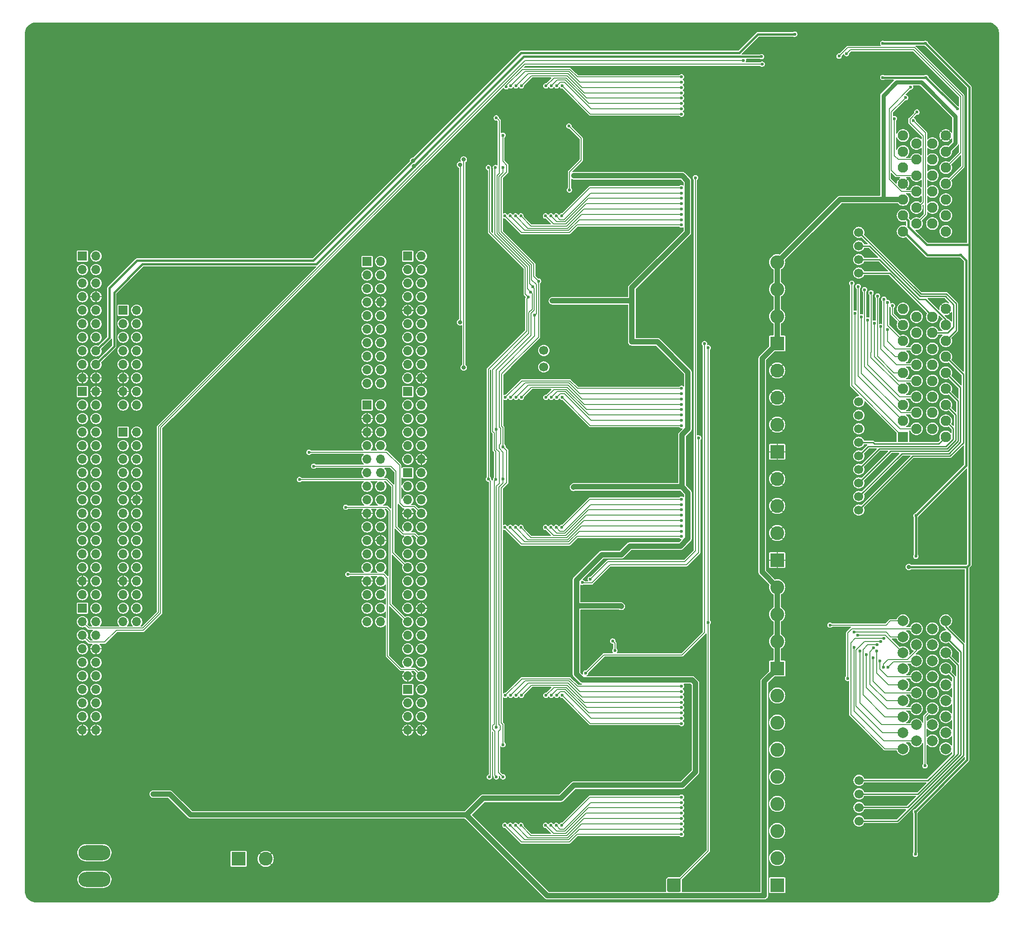
<source format=gbl>
G75*
G70*
%OFA0B0*%
%FSLAX25Y25*%
%IPPOS*%
%LPD*%
%AMOC8*
5,1,8,0,0,1.08239X$1,22.5*
%
%ADD10C,0.03150*%
%ADD11C,0.25197*%
%ADD12R,0.07677X0.07677*%
%ADD13C,0.07677*%
%ADD14R,0.06693X0.06693*%
%ADD15O,0.06693X0.06693*%
%ADD16R,0.10236X0.10236*%
%ADD17C,0.10236*%
%ADD18C,0.06693*%
%ADD19O,0.23622X0.11024*%
%ADD24C,0.07874*%
%ADD25C,0.02362*%
%ADD26C,0.00984*%
%ADD27C,0.01575*%
%ADD28C,0.03937*%
%ADD29C,0.00787*%
X0000000Y0000000D02*
%LPD*%
G01*
D10*
X0309449Y0013780D03*
X0312216Y0020461D03*
X0312216Y0007098D03*
X0318898Y0023228D03*
D11*
X0318898Y0013780D03*
D10*
X0318898Y0004331D03*
X0325579Y0020461D03*
X0325579Y0007098D03*
X0328346Y0013780D03*
D12*
X0647638Y0343701D03*
D13*
X0647638Y0355512D03*
X0647638Y0367323D03*
X0647638Y0379134D03*
X0647638Y0390945D03*
X0647638Y0402756D03*
X0647638Y0414567D03*
X0647638Y0426378D03*
X0647638Y0438189D03*
X0657480Y0349606D03*
X0657480Y0361417D03*
X0657480Y0373228D03*
X0657480Y0385039D03*
X0657480Y0396850D03*
X0657480Y0408661D03*
X0657480Y0420472D03*
X0657480Y0432283D03*
X0669291Y0349606D03*
X0669291Y0361417D03*
X0669291Y0373228D03*
X0669291Y0385039D03*
X0669291Y0396850D03*
X0669291Y0408661D03*
X0669291Y0420472D03*
X0669291Y0432283D03*
X0679134Y0343701D03*
X0679134Y0355512D03*
X0679134Y0367323D03*
X0679134Y0379134D03*
X0679134Y0390945D03*
X0679134Y0402756D03*
X0679134Y0414567D03*
X0679134Y0426378D03*
X0679134Y0438189D03*
X0647638Y0495276D03*
X0647638Y0507087D03*
X0647638Y0518898D03*
X0647638Y0530709D03*
X0647638Y0542520D03*
X0647638Y0554331D03*
X0647638Y0566142D03*
X0657480Y0501181D03*
X0657480Y0512992D03*
X0657480Y0524803D03*
X0657480Y0536614D03*
X0657480Y0548425D03*
X0657480Y0560236D03*
X0669291Y0501181D03*
X0669291Y0512992D03*
X0669291Y0524803D03*
X0669291Y0536614D03*
X0669291Y0548425D03*
X0669291Y0560236D03*
X0679134Y0495276D03*
X0679134Y0507087D03*
X0679134Y0518898D03*
X0679134Y0530709D03*
X0679134Y0542520D03*
X0679134Y0554331D03*
X0679134Y0566142D03*
D14*
X0252323Y0473165D03*
D15*
X0262323Y0473165D03*
X0252323Y0463165D03*
X0262323Y0463165D03*
X0252323Y0453165D03*
X0262323Y0453165D03*
X0252323Y0443165D03*
X0262323Y0443165D03*
X0252323Y0433165D03*
X0262323Y0433165D03*
X0252323Y0423165D03*
X0262323Y0423165D03*
X0252323Y0413165D03*
X0262323Y0413165D03*
X0252323Y0403165D03*
X0262323Y0403165D03*
X0252323Y0393165D03*
X0262323Y0393165D03*
X0252323Y0383165D03*
X0262323Y0383165D03*
D16*
X0554823Y0252677D03*
D17*
X0554823Y0272677D03*
X0554823Y0292677D03*
X0554823Y0312677D03*
D18*
X0382677Y0395276D03*
D19*
X0051181Y0016929D03*
X0051181Y0036614D03*
D16*
X0157500Y0032146D03*
D17*
X0177500Y0032146D03*
D18*
X0615000Y0494646D03*
X0382677Y0407480D03*
X0615000Y0359646D03*
D14*
X0072323Y0347165D03*
D15*
X0082323Y0347165D03*
X0072323Y0337165D03*
X0082323Y0337165D03*
X0072323Y0327165D03*
X0082323Y0327165D03*
X0072323Y0317165D03*
X0082323Y0317165D03*
X0072323Y0307165D03*
X0082323Y0307165D03*
X0072323Y0297165D03*
X0082323Y0297165D03*
X0072323Y0287165D03*
X0082323Y0287165D03*
X0072323Y0277165D03*
X0082323Y0277165D03*
X0072323Y0267165D03*
X0082323Y0267165D03*
X0072323Y0257165D03*
X0082323Y0257165D03*
X0072323Y0247165D03*
X0082323Y0247165D03*
X0072323Y0237165D03*
X0082323Y0237165D03*
X0072323Y0227165D03*
X0082323Y0227165D03*
X0072323Y0217165D03*
X0082323Y0217165D03*
X0072323Y0207165D03*
X0082323Y0207165D03*
D18*
X0615000Y0319646D03*
X0615000Y0299646D03*
D14*
X0282323Y0317087D03*
D15*
X0292323Y0317087D03*
X0282323Y0307087D03*
X0292323Y0307087D03*
X0282323Y0297087D03*
X0292323Y0297087D03*
X0282323Y0287087D03*
X0292323Y0287087D03*
X0282323Y0277087D03*
X0292323Y0277087D03*
X0282323Y0267087D03*
X0292323Y0267087D03*
X0282323Y0257087D03*
X0292323Y0257087D03*
X0282323Y0247087D03*
X0292323Y0247087D03*
X0282323Y0237087D03*
X0292323Y0237087D03*
X0282323Y0227087D03*
X0292323Y0227087D03*
X0282323Y0217087D03*
X0292323Y0217087D03*
X0282323Y0207087D03*
X0292323Y0207087D03*
X0282323Y0197087D03*
X0292323Y0197087D03*
X0282323Y0187087D03*
X0292323Y0187087D03*
X0282323Y0177087D03*
X0292323Y0177087D03*
X0282323Y0167087D03*
X0292323Y0167087D03*
D10*
X0311417Y0324803D03*
X0314185Y0331484D03*
X0314185Y0318122D03*
X0320866Y0334252D03*
D11*
X0320866Y0324803D03*
D10*
X0320866Y0315354D03*
X0327547Y0331484D03*
X0327547Y0318122D03*
X0330315Y0324803D03*
D14*
X0072323Y0437165D03*
D15*
X0082323Y0437165D03*
X0072323Y0427165D03*
X0082323Y0427165D03*
X0072323Y0417165D03*
X0082323Y0417165D03*
X0072323Y0407165D03*
X0082323Y0407165D03*
X0072323Y0397165D03*
X0082323Y0397165D03*
X0072323Y0387165D03*
X0082323Y0387165D03*
X0072323Y0377165D03*
X0082323Y0377165D03*
X0072323Y0367165D03*
X0082323Y0367165D03*
D16*
X0554823Y0332677D03*
D17*
X0554823Y0352677D03*
X0554823Y0372677D03*
X0554823Y0392677D03*
D16*
X0554823Y0412677D03*
D17*
X0554823Y0432677D03*
X0554823Y0452677D03*
X0554823Y0472677D03*
D16*
X0554823Y0012677D03*
D17*
X0554823Y0032677D03*
X0554823Y0052677D03*
X0554823Y0072677D03*
X0554823Y0092677D03*
X0554823Y0112677D03*
X0554823Y0132677D03*
X0554823Y0152677D03*
D10*
X0694938Y0013780D03*
X0697705Y0020461D03*
X0697705Y0007098D03*
X0704387Y0023228D03*
D11*
X0704387Y0013780D03*
D10*
X0704387Y0004331D03*
X0711068Y0020461D03*
X0711068Y0007098D03*
X0713835Y0013780D03*
D18*
X0615000Y0474646D03*
X0615000Y0289646D03*
D10*
X0694938Y0635827D03*
X0697705Y0642508D03*
X0697705Y0629145D03*
X0704387Y0645276D03*
D11*
X0704387Y0635827D03*
D10*
X0704387Y0626378D03*
X0711068Y0642508D03*
X0711068Y0629145D03*
X0713835Y0635827D03*
D18*
X0615000Y0309646D03*
D14*
X0042323Y0217165D03*
D15*
X0052323Y0217165D03*
X0042323Y0207165D03*
X0052323Y0207165D03*
X0042323Y0197165D03*
X0052323Y0197165D03*
X0042323Y0187165D03*
X0052323Y0187165D03*
X0042323Y0177165D03*
X0052323Y0177165D03*
X0042323Y0167165D03*
X0052323Y0167165D03*
X0042323Y0157165D03*
X0052323Y0157165D03*
X0042323Y0147165D03*
X0052323Y0147165D03*
X0042323Y0137165D03*
X0052323Y0137165D03*
X0042323Y0127165D03*
X0052323Y0127165D03*
D18*
X0615000Y0349646D03*
X0615157Y0080000D03*
D10*
X0004331Y0635827D03*
X0007098Y0642508D03*
X0007098Y0629145D03*
X0013780Y0645276D03*
D11*
X0013780Y0635827D03*
D10*
X0013780Y0626378D03*
X0020461Y0642508D03*
X0020461Y0629145D03*
X0023228Y0635827D03*
D18*
X0615000Y0369646D03*
X0615157Y0070000D03*
D10*
X0311417Y0635827D03*
X0314185Y0642508D03*
X0314185Y0629145D03*
X0320866Y0645276D03*
D11*
X0320866Y0635827D03*
D10*
X0320866Y0626378D03*
X0327547Y0642508D03*
X0327547Y0629145D03*
X0330315Y0635827D03*
D14*
X0282323Y0477087D03*
D15*
X0292323Y0477087D03*
X0282323Y0467087D03*
X0292323Y0467087D03*
X0282323Y0457087D03*
X0292323Y0457087D03*
X0282323Y0447087D03*
X0292323Y0447087D03*
X0282323Y0437087D03*
X0292323Y0437087D03*
X0282323Y0427087D03*
X0292323Y0427087D03*
X0282323Y0417087D03*
X0292323Y0417087D03*
X0282323Y0407087D03*
X0292323Y0407087D03*
X0282323Y0397087D03*
X0292323Y0397087D03*
X0282323Y0387087D03*
X0292323Y0387087D03*
D14*
X0042323Y0377165D03*
D15*
X0052323Y0377165D03*
X0042323Y0367165D03*
X0052323Y0367165D03*
X0042323Y0357165D03*
X0052323Y0357165D03*
X0042323Y0347165D03*
X0052323Y0347165D03*
X0042323Y0337165D03*
X0052323Y0337165D03*
X0042323Y0327165D03*
X0052323Y0327165D03*
X0042323Y0317165D03*
X0052323Y0317165D03*
X0042323Y0307165D03*
X0052323Y0307165D03*
X0042323Y0297165D03*
X0052323Y0297165D03*
X0042323Y0287165D03*
X0052323Y0287165D03*
X0042323Y0277165D03*
X0052323Y0277165D03*
X0042323Y0267165D03*
X0052323Y0267165D03*
X0042323Y0257165D03*
X0052323Y0257165D03*
X0042323Y0247165D03*
X0052323Y0247165D03*
X0042323Y0237165D03*
X0052323Y0237165D03*
X0042323Y0227165D03*
X0052323Y0227165D03*
D18*
X0615157Y0060000D03*
G36*
G01*
X0473642Y0008642D02*
X0473642Y0016713D01*
G75*
G02*
X0474626Y0017697I0000984J0000000D01*
G01*
X0482697Y0017697D01*
G75*
G02*
X0483681Y0016713I0000000J-000984D01*
G01*
X0483681Y0008642D01*
G75*
G02*
X0482697Y0007657I-000984J0000000D01*
G01*
X0474626Y0007657D01*
G75*
G02*
X0473642Y0008642I0000000J0000984D01*
G01*
G37*
D14*
X0042323Y0477165D03*
D15*
X0052323Y0477165D03*
X0042323Y0467165D03*
X0052323Y0467165D03*
X0042323Y0457165D03*
X0052323Y0457165D03*
X0042323Y0447165D03*
X0052323Y0447165D03*
X0042323Y0437165D03*
X0052323Y0437165D03*
X0042323Y0427165D03*
X0052323Y0427165D03*
X0042323Y0417165D03*
X0052323Y0417165D03*
X0042323Y0407165D03*
X0052323Y0407165D03*
X0042323Y0397165D03*
X0052323Y0397165D03*
X0042323Y0387165D03*
X0052323Y0387165D03*
D14*
X0282323Y0157087D03*
D15*
X0292323Y0157087D03*
X0282323Y0147087D03*
X0292323Y0147087D03*
X0282323Y0137087D03*
X0292323Y0137087D03*
X0282323Y0127087D03*
X0292323Y0127087D03*
D14*
X0252323Y0367165D03*
D15*
X0262323Y0367165D03*
X0252323Y0357165D03*
X0262323Y0357165D03*
X0252323Y0347165D03*
X0262323Y0347165D03*
X0252323Y0337165D03*
X0262323Y0337165D03*
X0252323Y0327165D03*
X0262323Y0327165D03*
X0252323Y0317165D03*
X0262323Y0317165D03*
X0252323Y0307165D03*
X0262323Y0307165D03*
X0252323Y0297165D03*
X0262323Y0297165D03*
X0252323Y0287165D03*
X0262323Y0287165D03*
X0252323Y0277165D03*
X0262323Y0277165D03*
X0252323Y0267165D03*
X0262323Y0267165D03*
X0252323Y0257165D03*
X0262323Y0257165D03*
X0252323Y0247165D03*
X0262323Y0247165D03*
X0252323Y0237165D03*
X0262323Y0237165D03*
X0252323Y0227165D03*
X0262323Y0227165D03*
X0252323Y0217165D03*
X0262323Y0217165D03*
X0252323Y0207165D03*
X0262323Y0207165D03*
D18*
X0615000Y0339646D03*
X0615157Y0090000D03*
D10*
X0004331Y0013780D03*
X0007098Y0020461D03*
X0007098Y0007098D03*
X0013780Y0023228D03*
D11*
X0013780Y0013780D03*
D10*
X0013780Y0004331D03*
X0020461Y0020461D03*
X0020461Y0007098D03*
X0023228Y0013780D03*
D14*
X0282323Y0377087D03*
D15*
X0292323Y0377087D03*
X0282323Y0367087D03*
X0292323Y0367087D03*
X0282323Y0357087D03*
X0292323Y0357087D03*
X0282323Y0347087D03*
X0292323Y0347087D03*
X0282323Y0337087D03*
X0292323Y0337087D03*
X0282323Y0327087D03*
X0292323Y0327087D03*
D18*
X0615000Y0484646D03*
D10*
X0004331Y0324803D03*
X0007098Y0331484D03*
X0007098Y0318122D03*
X0013780Y0334252D03*
D11*
X0013780Y0324803D03*
D10*
X0013780Y0315354D03*
X0020461Y0331484D03*
X0020461Y0318122D03*
X0023228Y0324803D03*
D18*
X0615000Y0464646D03*
D24*
X0647638Y0113386D03*
X0647638Y0125197D03*
X0647638Y0137008D03*
X0647638Y0148819D03*
X0647638Y0160630D03*
X0647638Y0172441D03*
X0647638Y0184252D03*
X0647638Y0196063D03*
X0647638Y0207874D03*
X0657480Y0119291D03*
X0657480Y0131102D03*
X0657480Y0142913D03*
X0657480Y0154724D03*
X0657480Y0166535D03*
X0657480Y0178346D03*
X0657480Y0190157D03*
X0657480Y0201969D03*
X0669291Y0119291D03*
X0669291Y0131102D03*
X0669291Y0142913D03*
X0669291Y0154724D03*
X0669291Y0166535D03*
X0669291Y0178346D03*
X0669291Y0190157D03*
X0669291Y0201969D03*
X0679134Y0113386D03*
X0679134Y0125197D03*
X0679134Y0137008D03*
X0679134Y0148819D03*
X0679134Y0160630D03*
X0679134Y0172441D03*
X0679134Y0184252D03*
X0679134Y0196063D03*
X0679134Y0207874D03*
D18*
X0615000Y0329646D03*
D16*
X0554823Y0172677D03*
D17*
X0554823Y0192677D03*
X0554823Y0212677D03*
X0554823Y0232677D03*
D25*
X0410236Y0107480D03*
X0309843Y0071654D03*
X0562205Y0600394D03*
X0479528Y0384252D03*
X0664567Y0616535D03*
X0429528Y0393701D03*
X0387795Y0557480D03*
X0332677Y0086614D03*
X0549606Y0529134D03*
X0462992Y0202362D03*
X0551181Y0557480D03*
X0567717Y0120472D03*
X0350787Y0071654D03*
X0318110Y0149213D03*
X0602362Y0390945D03*
X0584252Y0615748D03*
X0595669Y0617323D03*
X0636220Y0055118D03*
X0418898Y0343307D03*
X0665354Y0234646D03*
X0416929Y0470472D03*
X0489370Y0102756D03*
X0411417Y0129134D03*
X0353937Y0229528D03*
X0535433Y0170472D03*
X0415354Y0568898D03*
X0129921Y0044094D03*
X0664961Y0310236D03*
X0552362Y0629134D03*
X0111417Y0035827D03*
X0683071Y0006693D03*
X0105906Y0400394D03*
X0375591Y0367717D03*
X0426772Y0449213D03*
X0531890Y0326772D03*
X0411811Y0077165D03*
X0403150Y0327165D03*
X0651969Y0267717D03*
X0394094Y0405118D03*
X0494094Y0235827D03*
X0488583Y0129528D03*
X0324016Y0072047D03*
X0414173Y0548819D03*
X0497638Y0383858D03*
X0542520Y0629921D03*
X0628346Y0110236D03*
X0232283Y0012598D03*
X0668898Y0491339D03*
X0087795Y0050394D03*
X0371260Y0402756D03*
X0117323Y0038583D03*
X0302756Y0381496D03*
X0272047Y0145669D03*
X0538976Y0390157D03*
X0414567Y0176772D03*
X0455512Y0037008D03*
X0648031Y0579921D03*
X0420866Y0169685D03*
X0385827Y0231890D03*
X0441339Y0457480D03*
X0665354Y0579528D03*
X0181890Y0529921D03*
X0073622Y0563780D03*
X0571260Y0216929D03*
X0302756Y0322441D03*
X0209449Y0221260D03*
X0016535Y0107480D03*
X0351181Y0437402D03*
X0487795Y0081890D03*
X0562598Y0571654D03*
X0219685Y0159449D03*
X0448819Y0387402D03*
X0020079Y0062992D03*
X0421260Y0318504D03*
X0394488Y0438583D03*
X0538189Y0643701D03*
X0711811Y0428740D03*
X0339370Y0225984D03*
X0388976Y0034252D03*
X0475984Y0032283D03*
X0667717Y0021260D03*
X0672047Y0443701D03*
X0416142Y0557087D03*
X0444882Y0465748D03*
X0317323Y0091339D03*
X0551181Y0514961D03*
X0301575Y0301969D03*
X0451969Y0106693D03*
X0628346Y0561024D03*
X0368504Y0391575D03*
X0376378Y0178346D03*
X0398425Y0231496D03*
X0541339Y0046850D03*
X0540945Y0012598D03*
X0129528Y0056693D03*
X0403150Y0427953D03*
X0651969Y0055118D03*
X0595669Y0485433D03*
X0598425Y0095669D03*
X0572047Y0323622D03*
X0534646Y0259055D03*
X0632677Y0626772D03*
X0356299Y0246457D03*
X0465354Y0481890D03*
X0714567Y0611811D03*
X0435039Y0013386D03*
X0515354Y0342913D03*
X0651969Y0047638D03*
X0114567Y0300787D03*
X0676378Y0067717D03*
X0541339Y0070472D03*
X0123622Y0481496D03*
X0220866Y0101969D03*
X0361024Y0237008D03*
X0272835Y0462992D03*
X0462598Y0446063D03*
X0622835Y0290157D03*
X0354331Y0501575D03*
X0047244Y0025591D03*
X0238976Y0432677D03*
X0383858Y0213780D03*
X0482283Y0496457D03*
X0344488Y0330709D03*
X0474409Y0267323D03*
X0697244Y0094094D03*
X0570866Y0254724D03*
X0241732Y0482677D03*
X0605118Y0160236D03*
X0415354Y0098425D03*
X0552362Y0572047D03*
X0427953Y0041339D03*
X0305906Y0440551D03*
X0398819Y0064173D03*
X0092520Y0035827D03*
X0282677Y0036614D03*
X0014567Y0509449D03*
X0380315Y0071654D03*
X0452362Y0439370D03*
X0230315Y0344488D03*
X0271654Y0211417D03*
X0410630Y0082283D03*
X0491732Y0396457D03*
X0400787Y0075197D03*
X0333858Y0244488D03*
X0355512Y0186616D03*
X0665748Y0321260D03*
X0562205Y0528740D03*
X0087402Y0058268D03*
X0499606Y0085039D03*
X0403543Y0583071D03*
X0707087Y0126772D03*
X0140945Y0562598D03*
X0009449Y0044094D03*
X0359449Y0260630D03*
X0371654Y0107874D03*
X0402760Y0170455D03*
X0412205Y0495669D03*
X0568504Y0384252D03*
X0012598Y0275984D03*
X0524016Y0110236D03*
X0640551Y0310236D03*
X0436614Y0404331D03*
X0490157Y0323228D03*
X0055118Y0637795D03*
X0273622Y0187008D03*
X0537795Y0152756D03*
X0508661Y0383858D03*
X0632677Y0616535D03*
X0369685Y0523228D03*
X0538583Y0300394D03*
X0509055Y0231496D03*
X0659843Y0594488D03*
X0455118Y0188583D03*
X0564961Y0357087D03*
X0337795Y0573228D03*
X0594882Y0188976D03*
X0306693Y0405118D03*
X0012992Y0587795D03*
X0649213Y0086220D03*
X0621654Y0566929D03*
X0627559Y0529134D03*
X0419291Y0123228D03*
X0283465Y0635433D03*
X0385827Y0253937D03*
X0125984Y0010236D03*
X0710630Y0505906D03*
X0412205Y0194488D03*
X0407874Y0264567D03*
X0365748Y0468110D03*
X0413780Y0348031D03*
X0488583Y0260630D03*
X0272441Y0434646D03*
X0490157Y0420472D03*
X0354724Y0455512D03*
X0696457Y0070472D03*
X0383858Y0502362D03*
X0453937Y0016929D03*
X0373228Y0603543D03*
X0384252Y0607480D03*
X0709449Y0562992D03*
X0475984Y0564567D03*
X0412205Y0231496D03*
X0429921Y0566929D03*
X0466929Y0222835D03*
X0441732Y0438976D03*
X0324016Y0552756D03*
X0490945Y0465748D03*
X0337402Y0186220D03*
X0509055Y0082283D03*
X0662205Y0273622D03*
X0576772Y0050394D03*
X0428346Y0417323D03*
X0351181Y0427165D03*
X0405512Y0295276D03*
X0498819Y0046063D03*
X0172835Y0635039D03*
X0447244Y0494488D03*
X0321654Y0053150D03*
X0498031Y0406299D03*
X0497638Y0218504D03*
X0405118Y0099213D03*
X0568110Y0171654D03*
X0603543Y0248425D03*
X0664173Y0626772D03*
X0603937Y0070866D03*
X0651969Y0273622D03*
X0418898Y0244488D03*
X0335827Y0036220D03*
X0570079Y0335827D03*
X0382677Y0272441D03*
X0418504Y0572835D03*
X0404331Y0016535D03*
X0627953Y0536220D03*
X0475591Y0545276D03*
X0339764Y0201575D03*
X0297638Y0262598D03*
X0503543Y0437795D03*
X0453937Y0178740D03*
X0369291Y0071654D03*
X0315354Y0233465D03*
X0463780Y0496457D03*
X0537402Y0129134D03*
X0369685Y0356693D03*
X0489370Y0552362D03*
X0409055Y0388976D03*
X0535433Y0222047D03*
X0486614Y0045669D03*
X0570079Y0095669D03*
X0634252Y0034646D03*
X0383071Y0052362D03*
X0508268Y0301181D03*
X0661024Y0055512D03*
X0445669Y0255672D03*
X0470866Y0237008D03*
X0568504Y0281102D03*
X0590157Y0640157D03*
X0628346Y0495669D03*
X0337795Y0468898D03*
X0274016Y0367717D03*
X0097638Y0067717D03*
X0379921Y0522835D03*
X0500787Y0116142D03*
X0677953Y0469685D03*
X0446850Y0242520D03*
X0333071Y0300000D03*
X0657087Y0473228D03*
X0014173Y0184646D03*
X0422441Y0129528D03*
X0461417Y0419685D03*
X0576772Y0071654D03*
X0352362Y0099213D03*
X0380315Y0466929D03*
X0422441Y0579528D03*
X0507087Y0590945D03*
X0116535Y0053543D03*
X0562598Y0500787D03*
X0338976Y0123228D03*
X0580315Y0005906D03*
X0407480Y0412205D03*
X0375984Y0410630D03*
X0422047Y0547638D03*
X0550394Y0500787D03*
X0624016Y0584646D03*
X0628346Y0094488D03*
X0603150Y0349213D03*
X0429528Y0266535D03*
X0474409Y0487795D03*
X0355906Y0041339D03*
X0413386Y0207480D03*
X0337795Y0264961D03*
X0550394Y0543307D03*
X0611024Y0622047D03*
X0442520Y0400394D03*
X0444488Y0411024D03*
X0532677Y0419685D03*
X0484646Y0641339D03*
X0407480Y0557480D03*
X0581890Y0442520D03*
X0425984Y0438583D03*
X0405118Y0343701D03*
X0516142Y0463780D03*
X0306693Y0475984D03*
X0428836Y0424314D03*
X0331890Y0064567D03*
X0374803Y0581890D03*
X0307480Y0280315D03*
X0485827Y0573622D03*
X0551575Y0585827D03*
X0603543Y0277953D03*
X0398819Y0594882D03*
X0405118Y0318898D03*
X0497244Y0547638D03*
X0537008Y0107480D03*
X0102362Y0035827D03*
X0538189Y0087008D03*
X0380709Y0026378D03*
X0462598Y0427165D03*
X0338189Y0391575D03*
X0384252Y0418110D03*
X0382283Y0441732D03*
X0485827Y0098031D03*
X0244488Y0556693D03*
X0401181Y0218898D03*
X0562598Y0557480D03*
X0343701Y0550000D03*
X0199213Y0048425D03*
X0285827Y0104724D03*
X0322835Y0362205D03*
X0604724Y0147638D03*
X0710236Y0055906D03*
X0308661Y0271260D03*
X0185433Y0407480D03*
X0149606Y0188976D03*
X0551181Y0600394D03*
X0443307Y0417323D03*
X0683071Y0643701D03*
X0376378Y0376772D03*
X0334252Y0431496D03*
X0355118Y0379921D03*
X0426772Y0555906D03*
X0475591Y0324803D03*
X0627953Y0545276D03*
X0578346Y0638976D03*
X0358661Y0318898D03*
X0375591Y0220472D03*
X0355118Y0548819D03*
X0087402Y0041339D03*
X0662205Y0267717D03*
X0374016Y0297638D03*
X0368504Y0005512D03*
X0475984Y0096457D03*
X0424803Y0325984D03*
X0377559Y0248425D03*
X0272441Y0398031D03*
X0405512Y0549213D03*
X0442913Y0427165D03*
X0268504Y0315748D03*
X0375984Y0133071D03*
X0342520Y0565748D03*
X0562205Y0514961D03*
X0697244Y0036614D03*
X0350889Y0415394D03*
X0337795Y0343701D03*
X0344488Y0320866D03*
X0400000Y0389764D03*
X0378740Y0483071D03*
X0707480Y0373622D03*
X0681102Y0612205D03*
X0488189Y0412598D03*
X0383071Y0156693D03*
X0380709Y0358268D03*
X0562598Y0585827D03*
X0354724Y0159449D03*
X0107087Y0067717D03*
X0298230Y0187841D03*
X0606299Y0054331D03*
X0679134Y0579528D03*
X0665354Y0224016D03*
X0150000Y0122047D03*
X0510236Y0190551D03*
X0351181Y0432283D03*
X0689764Y0603543D03*
X0116535Y0046850D03*
X0686220Y0501181D03*
X0363386Y0327559D03*
X0661417Y0047638D03*
X0474803Y0200787D03*
X0055906Y0055118D03*
X0159449Y0352362D03*
X0562205Y0322047D03*
X0453543Y0326378D03*
X0115354Y0203150D03*
X0438976Y0481496D03*
X0365354Y0557087D03*
X0602362Y0310630D03*
X0496063Y0253543D03*
X0129134Y0246063D03*
X0489764Y0486614D03*
X0116535Y0059843D03*
X0271260Y0018898D03*
X0493307Y0012598D03*
X0607480Y0125984D03*
X0494882Y0173622D03*
X0418898Y0429134D03*
X0464173Y0402362D03*
X0398031Y0296063D03*
X0485433Y0547638D03*
X0462598Y0227559D03*
X0397638Y0450394D03*
X0464961Y0457480D03*
X0286614Y0485827D03*
X0488189Y0405118D03*
X0510630Y0630315D03*
X0603937Y0029528D03*
X0399110Y0194230D03*
X0113386Y0153150D03*
X0453543Y0553937D03*
X0625591Y0006299D03*
X0705118Y0181102D03*
X0571260Y0633858D03*
X0325984Y0406808D03*
X0400000Y0135827D03*
X0562598Y0543307D03*
X0375591Y0146457D03*
X0101181Y0114173D03*
X0298425Y0201181D03*
X0375197Y0272835D03*
X0175197Y0449606D03*
X0521654Y0423228D03*
X0484754Y0536506D03*
X0404793Y0086545D03*
X0439764Y0218504D03*
X0447638Y0453780D03*
X0404764Y0536496D03*
X0447638Y0413780D03*
X0439764Y0256693D03*
X0484744Y0086496D03*
X0389016Y0444134D03*
X0404587Y0306496D03*
D10*
X0094488Y0079921D03*
D25*
X0484596Y0306742D03*
X0484252Y0500085D03*
X0353939Y0506772D03*
X0636034Y0422833D03*
X0357874Y0506772D03*
X0484252Y0504020D03*
X0484252Y0507955D03*
X0631104Y0425195D03*
X0361809Y0506772D03*
X0626382Y0427557D03*
X0365744Y0506772D03*
X0484252Y0511890D03*
X0484252Y0515825D03*
X0621659Y0429921D03*
X0383939Y0506772D03*
X0387874Y0506772D03*
X0484252Y0519760D03*
X0616937Y0432278D03*
X0391809Y0506772D03*
X0484252Y0523695D03*
X0612215Y0435039D03*
X0484311Y0527630D03*
X0395744Y0506772D03*
X0484311Y0581977D03*
X0396061Y0602835D03*
X0639764Y0440549D03*
X0484252Y0585911D03*
X0392126Y0602835D03*
X0636220Y0442911D03*
X0401181Y0573228D03*
X0401575Y0525984D03*
X0413386Y0169291D03*
X0501181Y0412557D03*
X0347051Y0312205D03*
X0346992Y0542520D03*
X0347638Y0092598D03*
X0372840Y0450725D03*
X0341732Y0542520D03*
X0371267Y0446822D03*
X0342559Y0092559D03*
X0341732Y0312598D03*
X0374413Y0454556D03*
X0347638Y0129213D03*
X0347638Y0349213D03*
X0347638Y0579213D03*
X0352500Y0566398D03*
X0352500Y0116398D03*
X0378740Y0458661D03*
X0352500Y0336398D03*
X0352559Y0542598D03*
X0352559Y0312598D03*
X0375986Y0433465D03*
X0352559Y0092598D03*
X0606001Y0626676D03*
X0600394Y0624803D03*
X0411024Y0236220D03*
X0496850Y0342913D03*
D10*
X0320866Y0544607D03*
X0286786Y0543426D03*
X0320866Y0428327D03*
D25*
X0543307Y0624409D03*
X0388191Y0602835D03*
X0633465Y0445274D03*
X0484252Y0589846D03*
X0384256Y0602835D03*
X0484252Y0593781D03*
X0628740Y0447638D03*
X0366061Y0602835D03*
X0484252Y0597717D03*
X0624016Y0450000D03*
X0362126Y0602835D03*
X0484252Y0601652D03*
X0619291Y0452360D03*
X0484252Y0605587D03*
X0614567Y0454722D03*
X0358191Y0602835D03*
X0609843Y0457085D03*
X0484252Y0609522D03*
X0354958Y0602133D03*
X0484252Y0270085D03*
X0620497Y0183071D03*
X0353939Y0276772D03*
X0484252Y0274020D03*
X0615777Y0185431D03*
X0357874Y0276772D03*
X0361809Y0276772D03*
X0484252Y0277955D03*
X0611417Y0188189D03*
X0365744Y0276772D03*
X0593701Y0204724D03*
X0484252Y0281890D03*
X0611417Y0199608D03*
X0383939Y0276772D03*
X0484252Y0285825D03*
X0484252Y0289760D03*
X0387874Y0276772D03*
X0614054Y0197246D03*
X0391809Y0276772D03*
X0484252Y0293695D03*
X0395744Y0276772D03*
X0628304Y0185433D03*
X0484311Y0297630D03*
X0396061Y0372835D03*
X0484311Y0351977D03*
X0625984Y0187803D03*
X0628684Y0190163D03*
X0392126Y0372835D03*
X0484252Y0355911D03*
X0484252Y0359846D03*
X0631102Y0192520D03*
X0388191Y0372835D03*
X0384256Y0372835D03*
X0633465Y0194884D03*
X0484252Y0363781D03*
X0366061Y0372835D03*
X0484252Y0367717D03*
X0362126Y0372835D03*
X0484252Y0371652D03*
X0358191Y0372835D03*
X0484252Y0375587D03*
X0354256Y0372835D03*
X0484252Y0379522D03*
X0353939Y0056772D03*
X0484252Y0050085D03*
X0484252Y0054020D03*
X0357874Y0056772D03*
X0484252Y0057955D03*
X0361809Y0056772D03*
X0484252Y0061890D03*
X0365744Y0056772D03*
X0484252Y0065825D03*
X0383939Y0056772D03*
X0484252Y0069760D03*
X0387874Y0056772D03*
X0484252Y0073695D03*
X0391809Y0056772D03*
X0484311Y0077630D03*
X0395744Y0056772D03*
X0484311Y0131977D03*
X0663780Y0100787D03*
X0396061Y0152835D03*
X0484252Y0135911D03*
X0392126Y0152835D03*
X0484252Y0139846D03*
X0388191Y0152835D03*
X0606693Y0165354D03*
X0484252Y0143781D03*
X0384256Y0152835D03*
X0366061Y0152835D03*
X0633027Y0173622D03*
X0484252Y0147717D03*
X0484252Y0151652D03*
X0636614Y0173622D03*
X0362126Y0152835D03*
X0358191Y0152835D03*
X0484252Y0155587D03*
X0630666Y0178344D03*
X0354256Y0152835D03*
X0625589Y0180709D03*
X0484252Y0159522D03*
X0503937Y0409449D03*
X0503937Y0206693D03*
X0529921Y0621654D03*
X0543701Y0618898D03*
X0690157Y0477953D03*
X0664567Y0609055D03*
X0657087Y0285433D03*
X0687795Y0585827D03*
X0657087Y0255512D03*
X0632677Y0609055D03*
X0656693Y0066929D03*
X0656693Y0035433D03*
X0632677Y0634252D03*
D10*
X0651969Y0247638D03*
D25*
X0664173Y0634252D03*
X0655120Y0577165D03*
X0657874Y0583465D03*
X0653150Y0601969D03*
X0649604Y0594094D03*
X0641339Y0578740D03*
D10*
X0323622Y0394882D03*
D25*
X0567717Y0640945D03*
D10*
X0286220Y0547638D03*
X0323622Y0548425D03*
D25*
X0238189Y0242126D03*
X0236614Y0291732D03*
X0202362Y0312205D03*
X0212992Y0322047D03*
X0209449Y0332283D03*
X0494488Y0535039D03*
X0416929Y0238583D03*
X0433465Y0192913D03*
X0435039Y0185827D03*
D28*
X0484596Y0306742D02*
X0404833Y0306742D01*
X0325591Y0064567D02*
X0337795Y0076772D01*
X0466535Y0413780D02*
X0447638Y0413780D01*
X0488583Y0494724D02*
X0488583Y0532677D01*
X0447638Y0444488D02*
X0447638Y0453780D01*
X0425374Y0256693D02*
X0439764Y0256693D01*
X0389016Y0444134D02*
X0447283Y0444134D01*
X0543701Y0243799D02*
X0543701Y0252362D01*
X0554823Y0472677D02*
X0601043Y0518898D01*
D10*
X0642913Y0605512D02*
X0633071Y0595669D01*
X0686220Y0580315D02*
X0661024Y0605512D01*
X0679921Y0554331D02*
X0686220Y0560630D01*
D28*
X0404764Y0536496D02*
X0484744Y0536496D01*
X0484596Y0345226D02*
X0488976Y0349606D01*
X0447638Y0453780D02*
X0488583Y0494724D01*
X0325591Y0064567D02*
X0122047Y0064567D01*
X0488976Y0268504D02*
X0488976Y0302362D01*
X0404833Y0306742D02*
X0404587Y0306496D01*
X0439764Y0256693D02*
X0446063Y0262992D01*
X0406695Y0218898D02*
X0439370Y0218898D01*
X0411024Y0164173D02*
X0406695Y0168502D01*
X0554823Y0412677D02*
X0554823Y0472677D01*
X0406695Y0168502D02*
X0406695Y0218898D01*
X0106693Y0079921D02*
X0094488Y0079921D01*
X0406695Y0218898D02*
X0406695Y0238013D01*
X0554823Y0232677D02*
X0543701Y0243799D01*
X0122047Y0064567D02*
X0106693Y0079921D01*
X0545276Y0004903D02*
X0545276Y0163130D01*
X0385254Y0004903D02*
X0545276Y0004903D01*
X0494488Y0096240D02*
X0494488Y0161811D01*
X0484596Y0306742D02*
X0484596Y0345226D01*
X0488976Y0302362D02*
X0484596Y0306742D01*
X0488976Y0391339D02*
X0466535Y0413780D01*
D10*
X0633071Y0595669D02*
X0633071Y0519685D01*
D28*
X0483465Y0262992D02*
X0488976Y0268504D01*
X0447283Y0444134D02*
X0447638Y0444488D01*
X0447638Y0413780D02*
X0447638Y0444488D01*
X0395020Y0076772D02*
X0404793Y0086545D01*
X0406695Y0238013D02*
X0425374Y0256693D01*
X0484744Y0536496D02*
X0484754Y0536506D01*
X0492126Y0164173D02*
X0411024Y0164173D01*
D10*
X0661024Y0605512D02*
X0642913Y0605512D01*
X0679134Y0554331D02*
X0679921Y0554331D01*
D28*
X0484744Y0086496D02*
X0494488Y0096240D01*
X0337795Y0076772D02*
X0395020Y0076772D01*
X0543701Y0252362D02*
X0543701Y0401555D01*
X0488976Y0349606D02*
X0488976Y0391339D01*
X0494488Y0161811D02*
X0492126Y0164173D01*
X0543701Y0401555D02*
X0554823Y0412677D01*
D10*
X0633071Y0519685D02*
X0632283Y0518898D01*
X0686220Y0560630D02*
X0686220Y0580315D01*
D28*
X0554823Y0172677D02*
X0554823Y0232677D01*
X0488583Y0532677D02*
X0484754Y0536506D01*
X0446063Y0262992D02*
X0483465Y0262992D01*
X0545276Y0163130D02*
X0554823Y0172677D01*
X0325591Y0064567D02*
X0385254Y0004903D01*
X0404843Y0086496D02*
X0404793Y0086545D01*
X0601043Y0518898D02*
X0632283Y0518898D01*
X0632283Y0518898D02*
X0647638Y0518898D01*
X0439370Y0218898D02*
X0439764Y0218504D01*
X0484744Y0086496D02*
X0404843Y0086496D01*
D29*
X0401547Y0494580D02*
X0407051Y0500085D01*
X0366130Y0494580D02*
X0401547Y0494580D01*
X0407051Y0500085D02*
X0483935Y0500085D01*
X0353939Y0506772D02*
X0366130Y0494580D01*
X0357874Y0506772D02*
X0368493Y0496153D01*
X0408762Y0504020D02*
X0483935Y0504020D01*
X0636034Y0414360D02*
X0641732Y0408661D01*
X0400895Y0496153D02*
X0408762Y0504020D01*
X0368493Y0496153D02*
X0400895Y0496153D01*
X0636034Y0422833D02*
X0636034Y0414360D01*
X0641732Y0408661D02*
X0657480Y0408661D01*
X0631102Y0425193D02*
X0631102Y0408661D01*
X0642913Y0396850D02*
X0657480Y0396850D01*
X0631104Y0425195D02*
X0631102Y0425193D01*
X0410473Y0507955D02*
X0483935Y0507955D01*
X0400244Y0497726D02*
X0410473Y0507955D01*
X0631102Y0408661D02*
X0642913Y0396850D01*
X0370855Y0497726D02*
X0400244Y0497726D01*
X0361809Y0506772D02*
X0370855Y0497726D01*
X0373217Y0499299D02*
X0399592Y0499299D01*
X0399592Y0499299D02*
X0412183Y0511890D01*
X0626378Y0427553D02*
X0626378Y0402756D01*
X0644094Y0385039D02*
X0657480Y0385039D01*
X0626382Y0427557D02*
X0626378Y0427553D01*
X0626378Y0402756D02*
X0644094Y0385039D01*
X0365744Y0506772D02*
X0373217Y0499299D01*
X0412183Y0511890D02*
X0483935Y0511890D01*
X0645276Y0373228D02*
X0657480Y0373228D01*
X0398941Y0500872D02*
X0413894Y0515825D01*
X0389839Y0500872D02*
X0398941Y0500872D01*
X0413894Y0515825D02*
X0483935Y0515825D01*
X0383939Y0506772D02*
X0389839Y0500872D01*
X0621659Y0429921D02*
X0621654Y0429915D01*
X0621654Y0429915D02*
X0621654Y0396850D01*
X0621654Y0396850D02*
X0645276Y0373228D01*
X0646063Y0361417D02*
X0657480Y0361417D01*
X0616929Y0432270D02*
X0616929Y0390551D01*
X0616937Y0432278D02*
X0616929Y0432270D01*
X0387874Y0506772D02*
X0392201Y0502445D01*
X0392201Y0502445D02*
X0398289Y0502445D01*
X0398289Y0502445D02*
X0415604Y0519760D01*
X0616929Y0390551D02*
X0646063Y0361417D01*
X0415604Y0519760D02*
X0483935Y0519760D01*
X0645669Y0349606D02*
X0657480Y0349606D01*
X0417315Y0523695D02*
X0397638Y0504018D01*
X0483935Y0523695D02*
X0417315Y0523695D01*
X0612205Y0435030D02*
X0612205Y0383071D01*
X0612205Y0383071D02*
X0645669Y0349606D01*
X0612215Y0435039D02*
X0612205Y0435030D01*
X0397638Y0504018D02*
X0394563Y0504018D01*
X0394563Y0504018D02*
X0391809Y0506772D01*
X0395744Y0506772D02*
X0416602Y0527630D01*
X0416602Y0527630D02*
X0483994Y0527630D01*
X0396061Y0602835D02*
X0416919Y0581977D01*
X0639764Y0434252D02*
X0647638Y0426378D01*
X0416919Y0581977D02*
X0484311Y0581977D01*
X0639764Y0440549D02*
X0639764Y0434252D01*
X0394880Y0605589D02*
X0392126Y0602835D01*
X0636220Y0442911D02*
X0636220Y0425984D01*
X0417632Y0585911D02*
X0397955Y0605589D01*
X0636220Y0425984D02*
X0647638Y0414567D01*
X0484252Y0585911D02*
X0417632Y0585911D01*
X0397955Y0605589D02*
X0394880Y0605589D01*
X0401575Y0539370D02*
X0401575Y0525984D01*
X0410236Y0564173D02*
X0410236Y0548031D01*
X0401181Y0573228D02*
X0410236Y0564173D01*
X0410236Y0548031D02*
X0401575Y0539370D01*
X0484646Y0182677D02*
X0426772Y0182677D01*
X0426772Y0182677D02*
X0413386Y0169291D01*
X0501181Y0199213D02*
X0484646Y0182677D01*
X0501181Y0412557D02*
X0501181Y0199213D01*
X0346457Y0493307D02*
X0346457Y0541984D01*
X0346316Y0126459D02*
X0346457Y0126459D01*
X0347051Y0333008D02*
X0347051Y0312205D01*
X0370478Y0453087D02*
X0370478Y0469285D01*
X0374021Y0437800D02*
X0371659Y0435438D01*
X0344884Y0393309D02*
X0344884Y0347636D01*
X0370478Y0469285D02*
X0346457Y0493307D01*
X0344884Y0347636D02*
X0346065Y0346455D01*
X0346065Y0346455D02*
X0346065Y0333994D01*
X0346457Y0093780D02*
X0347638Y0092598D01*
X0346457Y0541984D02*
X0346992Y0542520D01*
X0344884Y0130535D02*
X0344884Y0127891D01*
X0347051Y0312205D02*
X0346065Y0311218D01*
X0346065Y0333994D02*
X0347051Y0333008D01*
X0371659Y0435438D02*
X0371659Y0420085D01*
X0344884Y0127891D02*
X0346316Y0126459D01*
X0346065Y0131716D02*
X0344884Y0130535D01*
X0372840Y0450725D02*
X0374021Y0449544D01*
X0372840Y0450725D02*
X0370478Y0453087D01*
X0374021Y0449544D02*
X0374021Y0437800D01*
X0346065Y0311218D02*
X0346065Y0131716D01*
X0346457Y0126459D02*
X0346457Y0093780D01*
X0371659Y0420085D02*
X0344884Y0393309D01*
X0341732Y0542520D02*
X0342559Y0541693D01*
X0368905Y0449184D02*
X0371267Y0446822D01*
X0342559Y0092559D02*
X0343307Y0093307D01*
X0342559Y0541693D02*
X0342559Y0494843D01*
X0343307Y0311024D02*
X0341732Y0312598D01*
X0370086Y0422055D02*
X0341732Y0393701D01*
X0341732Y0393701D02*
X0341732Y0312598D01*
X0342559Y0494843D02*
X0368905Y0468496D01*
X0368905Y0468496D02*
X0368905Y0449184D01*
X0371267Y0446822D02*
X0370086Y0445641D01*
X0343307Y0093307D02*
X0343307Y0311024D01*
X0370086Y0445641D02*
X0370086Y0422055D01*
X0347638Y0129213D02*
X0347638Y0307087D01*
X0347638Y0307087D02*
X0349805Y0309254D01*
X0349746Y0538191D02*
X0349746Y0577104D01*
X0349746Y0577104D02*
X0347638Y0579213D01*
X0372051Y0469957D02*
X0348039Y0493969D01*
X0349805Y0309254D02*
X0349805Y0332478D01*
X0372051Y0456918D02*
X0372051Y0469957D01*
X0375594Y0437149D02*
X0373232Y0434786D01*
X0374413Y0454556D02*
X0375594Y0453375D01*
X0373232Y0418508D02*
X0347638Y0392913D01*
X0373232Y0434786D02*
X0373232Y0418508D01*
X0347638Y0334646D02*
X0347638Y0349213D01*
X0347638Y0392913D02*
X0347638Y0349213D01*
X0349805Y0332478D02*
X0347638Y0334646D01*
X0348039Y0536484D02*
X0349746Y0538191D01*
X0374413Y0454556D02*
X0372051Y0456918D01*
X0375594Y0453375D02*
X0375594Y0437149D01*
X0348039Y0493969D02*
X0348039Y0536484D01*
X0351185Y0495272D02*
X0351185Y0535181D01*
X0375197Y0471260D02*
X0351185Y0495272D01*
X0355313Y0539309D02*
X0355313Y0544293D01*
X0352500Y0116398D02*
X0352500Y0131220D01*
X0351185Y0305909D02*
X0355313Y0310037D01*
X0352500Y0547106D02*
X0352500Y0566398D01*
X0352500Y0131220D02*
X0351185Y0132536D01*
X0355313Y0544293D02*
X0352500Y0547106D01*
X0351502Y0390085D02*
X0351502Y0351649D01*
X0355313Y0310037D02*
X0355313Y0333585D01*
X0352500Y0350651D02*
X0352500Y0336398D01*
X0351502Y0351649D02*
X0352500Y0350651D01*
X0355313Y0333585D02*
X0352500Y0336398D01*
X0378740Y0458661D02*
X0375197Y0462204D01*
X0351185Y0535181D02*
X0355313Y0539309D01*
X0378740Y0458661D02*
X0378740Y0417323D01*
X0375197Y0462204D02*
X0375197Y0471260D01*
X0378740Y0417323D02*
X0351502Y0390085D01*
X0351185Y0132536D02*
X0351185Y0305909D01*
X0349612Y0131314D02*
X0349612Y0306561D01*
X0377167Y0434646D02*
X0377167Y0456158D01*
X0349612Y0535833D02*
X0352559Y0538780D01*
X0350392Y0130535D02*
X0349612Y0131314D01*
X0352559Y0309508D02*
X0352559Y0312598D01*
X0375986Y0418112D02*
X0349929Y0392055D01*
X0349213Y0126378D02*
X0350392Y0127557D01*
X0349746Y0337720D02*
X0349746Y0335076D01*
X0349746Y0335076D02*
X0352559Y0332263D01*
X0350927Y0338901D02*
X0349746Y0337720D01*
X0352559Y0332263D02*
X0352559Y0312598D01*
X0375986Y0433465D02*
X0377167Y0434646D01*
X0373624Y0470608D02*
X0349612Y0494620D01*
X0377167Y0456158D02*
X0373624Y0459702D01*
X0349612Y0494620D02*
X0349612Y0535833D01*
X0350392Y0127557D02*
X0350392Y0130535D01*
X0352559Y0092598D02*
X0349213Y0095945D01*
X0375986Y0433465D02*
X0375986Y0418112D01*
X0373624Y0459702D02*
X0373624Y0470608D01*
X0349929Y0392055D02*
X0349929Y0350997D01*
X0349929Y0350997D02*
X0350927Y0349999D01*
X0349612Y0306561D02*
X0352559Y0309508D01*
X0350927Y0349999D02*
X0350927Y0338901D01*
X0352559Y0538780D02*
X0352559Y0542598D01*
X0349213Y0095945D02*
X0349213Y0126378D01*
X0679134Y0542520D02*
X0690157Y0553543D01*
X0690157Y0553543D02*
X0690157Y0594882D01*
X0690157Y0594882D02*
X0655512Y0629528D01*
X0655512Y0629528D02*
X0608852Y0629528D01*
X0608852Y0629528D02*
X0606001Y0626676D01*
X0679134Y0530709D02*
X0691732Y0543307D01*
X0691732Y0595534D02*
X0656164Y0631102D01*
X0691732Y0543307D02*
X0691732Y0595534D01*
X0656164Y0631102D02*
X0606693Y0631102D01*
X0606693Y0631102D02*
X0600394Y0624803D01*
X0411415Y0235829D02*
X0411024Y0236220D01*
X0431454Y0249213D02*
X0418070Y0235829D01*
X0496850Y0258268D02*
X0487795Y0249213D01*
X0496850Y0342913D02*
X0496850Y0258268D01*
X0418070Y0235829D02*
X0411415Y0235829D01*
X0487795Y0249213D02*
X0431454Y0249213D01*
X0321260Y0428720D02*
X0321260Y0544214D01*
D27*
X0065748Y0450394D02*
X0065748Y0410591D01*
X0214690Y0471260D02*
X0086614Y0471260D01*
X0065748Y0410591D02*
X0052323Y0397165D01*
D29*
X0320866Y0428327D02*
X0321260Y0428720D01*
D27*
X0086614Y0471260D02*
X0065748Y0450394D01*
D29*
X0321260Y0544214D02*
X0320866Y0544607D01*
D27*
X0543307Y0624409D02*
X0367840Y0624409D01*
X0367840Y0624409D02*
X0214690Y0471260D01*
D29*
X0398606Y0607162D02*
X0415921Y0589846D01*
X0641732Y0402756D02*
X0647638Y0402756D01*
X0392518Y0607162D02*
X0398606Y0607162D01*
X0388191Y0602835D02*
X0392518Y0607162D01*
X0415921Y0589846D02*
X0484252Y0589846D01*
X0633465Y0445274D02*
X0633465Y0411024D01*
X0633465Y0411024D02*
X0641732Y0402756D01*
X0628742Y0447636D02*
X0628742Y0409451D01*
X0414211Y0593781D02*
X0484252Y0593781D01*
X0628742Y0409451D02*
X0628740Y0409449D01*
X0628740Y0447638D02*
X0628742Y0447636D01*
X0399258Y0608734D02*
X0414211Y0593781D01*
X0628740Y0403150D02*
X0640945Y0390945D01*
X0384256Y0602835D02*
X0390156Y0608734D01*
X0628740Y0409449D02*
X0628740Y0403150D01*
X0390156Y0608734D02*
X0399258Y0608734D01*
X0640945Y0390945D02*
X0647638Y0390945D01*
X0624020Y0449996D02*
X0624020Y0406303D01*
X0412500Y0597717D02*
X0484252Y0597717D01*
X0647244Y0379134D02*
X0647638Y0379134D01*
X0373534Y0610307D02*
X0399909Y0610307D01*
X0366061Y0602835D02*
X0373534Y0610307D01*
X0624016Y0450000D02*
X0624020Y0449996D01*
X0624016Y0402362D02*
X0647244Y0379134D01*
X0624020Y0406303D02*
X0624016Y0406299D01*
X0624016Y0406299D02*
X0624016Y0402362D01*
X0399909Y0610307D02*
X0412500Y0597717D01*
X0619297Y0413392D02*
X0619291Y0413386D01*
X0410789Y0601652D02*
X0484252Y0601652D01*
X0371172Y0611880D02*
X0400561Y0611880D01*
X0619291Y0395669D02*
X0647638Y0367323D01*
X0619291Y0452360D02*
X0619297Y0452354D01*
X0362126Y0602835D02*
X0371172Y0611880D01*
X0619297Y0452354D02*
X0619297Y0413392D01*
X0619291Y0413386D02*
X0619291Y0395669D01*
X0400561Y0611880D02*
X0410789Y0601652D01*
X0614575Y0388575D02*
X0647638Y0355512D01*
X0409079Y0605587D02*
X0484252Y0605587D01*
X0368809Y0613453D02*
X0401212Y0613453D01*
X0614567Y0454722D02*
X0614575Y0454715D01*
X0614575Y0454715D02*
X0614575Y0388575D01*
X0401212Y0613453D02*
X0409079Y0605587D01*
X0358191Y0602835D02*
X0368809Y0613453D01*
X0354958Y0603246D02*
X0354958Y0602133D01*
X0609843Y0457085D02*
X0609852Y0457075D01*
X0407368Y0609522D02*
X0401864Y0615026D01*
X0366738Y0615026D02*
X0354958Y0603246D01*
X0609852Y0381486D02*
X0647638Y0343701D01*
X0484252Y0609522D02*
X0407368Y0609522D01*
X0401864Y0615026D02*
X0366738Y0615026D01*
X0609852Y0457075D02*
X0609852Y0381486D01*
X0366130Y0264580D02*
X0401547Y0264580D01*
X0636220Y0142913D02*
X0657480Y0142913D01*
X0620472Y0158661D02*
X0636220Y0142913D01*
X0401547Y0264580D02*
X0407051Y0270085D01*
X0407051Y0270085D02*
X0483935Y0270085D01*
X0620497Y0183071D02*
X0620472Y0183046D01*
X0620472Y0183046D02*
X0620472Y0158661D01*
X0353939Y0276772D02*
X0366130Y0264580D01*
X0408762Y0274020D02*
X0483935Y0274020D01*
X0631890Y0131102D02*
X0657480Y0131102D01*
X0357874Y0276772D02*
X0368493Y0266153D01*
X0615777Y0185431D02*
X0615748Y0185403D01*
X0615748Y0147244D02*
X0631890Y0131102D01*
X0400895Y0266153D02*
X0408762Y0274020D01*
X0368493Y0266153D02*
X0400895Y0266153D01*
X0615748Y0185403D02*
X0615748Y0147244D01*
X0611417Y0141339D02*
X0633465Y0119291D01*
X0400244Y0267726D02*
X0410473Y0277955D01*
X0370855Y0267726D02*
X0400244Y0267726D01*
X0633465Y0119291D02*
X0657480Y0119291D01*
X0611417Y0188189D02*
X0611417Y0141339D01*
X0410473Y0277955D02*
X0483935Y0277955D01*
X0361809Y0276772D02*
X0370855Y0267726D01*
X0638189Y0207874D02*
X0647638Y0207874D01*
X0412183Y0281890D02*
X0483935Y0281890D01*
X0365744Y0276772D02*
X0373217Y0269299D01*
X0635039Y0204724D02*
X0638189Y0207874D01*
X0399592Y0269299D02*
X0412183Y0281890D01*
X0373217Y0269299D02*
X0399592Y0269299D01*
X0593701Y0204724D02*
X0635039Y0204724D01*
X0398941Y0270872D02*
X0413894Y0285825D01*
X0635039Y0199606D02*
X0638583Y0196063D01*
X0389839Y0270872D02*
X0398941Y0270872D01*
X0638583Y0196063D02*
X0647638Y0196063D01*
X0611417Y0199608D02*
X0611419Y0199606D01*
X0611419Y0199606D02*
X0635039Y0199606D01*
X0383939Y0276772D02*
X0389839Y0270872D01*
X0413894Y0285825D02*
X0483935Y0285825D01*
X0387874Y0276772D02*
X0392201Y0272445D01*
X0392201Y0272445D02*
X0398289Y0272445D01*
X0415604Y0289760D02*
X0483935Y0289760D01*
X0614054Y0197246D02*
X0614056Y0197244D01*
X0398289Y0272445D02*
X0415604Y0289760D01*
X0614056Y0197244D02*
X0634646Y0197244D01*
X0634646Y0197244D02*
X0647638Y0184252D01*
X0397638Y0274018D02*
X0394563Y0274018D01*
X0417315Y0293695D02*
X0397638Y0274018D01*
X0483935Y0293695D02*
X0417315Y0293695D01*
X0394563Y0274018D02*
X0391809Y0276772D01*
X0628304Y0169334D02*
X0637008Y0160630D01*
X0637008Y0160630D02*
X0647638Y0160630D01*
X0395744Y0276772D02*
X0416602Y0297630D01*
X0628304Y0185433D02*
X0628304Y0169334D01*
X0416602Y0297630D02*
X0483994Y0297630D01*
X0396061Y0372835D02*
X0416919Y0351977D01*
X0623228Y0161024D02*
X0635433Y0148819D01*
X0625984Y0187803D02*
X0623228Y0185047D01*
X0416919Y0351977D02*
X0484311Y0351977D01*
X0635433Y0148819D02*
X0647638Y0148819D01*
X0623228Y0185047D02*
X0623228Y0161024D01*
X0618137Y0186641D02*
X0618137Y0153123D01*
X0621659Y0190163D02*
X0618137Y0186641D01*
X0634252Y0137008D02*
X0647638Y0137008D01*
X0397955Y0375589D02*
X0394880Y0375589D01*
X0618137Y0153123D02*
X0634252Y0137008D01*
X0417632Y0355911D02*
X0397955Y0375589D01*
X0484252Y0355911D02*
X0417632Y0355911D01*
X0394880Y0375589D02*
X0392126Y0372835D01*
X0628684Y0190163D02*
X0621659Y0190163D01*
X0392518Y0377162D02*
X0398606Y0377162D01*
X0631098Y0192524D02*
X0619295Y0192524D01*
X0619295Y0192524D02*
X0612992Y0186220D01*
X0415921Y0359846D02*
X0484252Y0359846D01*
X0612992Y0186220D02*
X0612992Y0144882D01*
X0631102Y0192520D02*
X0631098Y0192524D01*
X0388191Y0372835D02*
X0392518Y0377162D01*
X0612992Y0144882D02*
X0632677Y0125197D01*
X0632677Y0125197D02*
X0647638Y0125197D01*
X0398606Y0377162D02*
X0415921Y0359846D01*
X0612205Y0194882D02*
X0609055Y0191732D01*
X0633463Y0194882D02*
X0612205Y0194882D01*
X0634252Y0113386D02*
X0647638Y0113386D01*
X0399258Y0378734D02*
X0414211Y0363781D01*
X0633465Y0194884D02*
X0633463Y0194882D01*
X0390156Y0378734D02*
X0399258Y0378734D01*
X0609055Y0138583D02*
X0634252Y0113386D01*
X0414211Y0363781D02*
X0484252Y0363781D01*
X0384256Y0372835D02*
X0390156Y0378734D01*
X0609055Y0191732D02*
X0609055Y0138583D01*
X0373534Y0380307D02*
X0399909Y0380307D01*
X0412500Y0367717D02*
X0484252Y0367717D01*
X0366061Y0372835D02*
X0373534Y0380307D01*
X0399909Y0380307D02*
X0412500Y0367717D01*
X0400561Y0381880D02*
X0410789Y0371652D01*
X0371172Y0381880D02*
X0400561Y0381880D01*
X0362126Y0372835D02*
X0371172Y0381880D01*
X0410789Y0371652D02*
X0484252Y0371652D01*
X0368809Y0383453D02*
X0401212Y0383453D01*
X0358191Y0372835D02*
X0368809Y0383453D01*
X0401212Y0383453D02*
X0409079Y0375587D01*
X0409079Y0375587D02*
X0484252Y0375587D01*
X0354256Y0372835D02*
X0366447Y0385026D01*
X0366447Y0385026D02*
X0401864Y0385026D01*
X0407368Y0379522D02*
X0484252Y0379522D01*
X0401864Y0385026D02*
X0407368Y0379522D01*
X0366130Y0044580D02*
X0401547Y0044580D01*
X0401547Y0044580D02*
X0407051Y0050085D01*
X0353939Y0056772D02*
X0366130Y0044580D01*
X0407051Y0050085D02*
X0483935Y0050085D01*
X0408762Y0054020D02*
X0483935Y0054020D01*
X0400895Y0046153D02*
X0408762Y0054020D01*
X0357874Y0056772D02*
X0368493Y0046153D01*
X0368493Y0046153D02*
X0400895Y0046153D01*
X0370855Y0047726D02*
X0400244Y0047726D01*
X0361809Y0056772D02*
X0370855Y0047726D01*
X0410473Y0057955D02*
X0483935Y0057955D01*
X0400244Y0047726D02*
X0410473Y0057955D01*
X0365744Y0056772D02*
X0373217Y0049299D01*
X0399592Y0049299D02*
X0412183Y0061890D01*
X0373217Y0049299D02*
X0399592Y0049299D01*
X0412183Y0061890D02*
X0483935Y0061890D01*
X0413894Y0065825D02*
X0483935Y0065825D01*
X0389839Y0050872D02*
X0398941Y0050872D01*
X0398941Y0050872D02*
X0413894Y0065825D01*
X0383939Y0056772D02*
X0389839Y0050872D01*
X0415604Y0069760D02*
X0483935Y0069760D01*
X0392201Y0052445D02*
X0398289Y0052445D01*
X0387874Y0056772D02*
X0392201Y0052445D01*
X0398289Y0052445D02*
X0415604Y0069760D01*
X0394563Y0054018D02*
X0391809Y0056772D01*
X0483935Y0073695D02*
X0417315Y0073695D01*
X0417315Y0073695D02*
X0397638Y0054018D01*
X0397638Y0054018D02*
X0394563Y0054018D01*
X0416602Y0077630D02*
X0483994Y0077630D01*
X0395744Y0056772D02*
X0416602Y0077630D01*
X0416919Y0131977D02*
X0484311Y0131977D01*
X0663780Y0100787D02*
X0663780Y0137402D01*
X0663780Y0137402D02*
X0669291Y0142913D01*
X0396061Y0152835D02*
X0416919Y0131977D01*
X0417632Y0135911D02*
X0397955Y0155589D01*
X0394880Y0155589D02*
X0392126Y0152835D01*
X0484252Y0135911D02*
X0417632Y0135911D01*
X0397955Y0155589D02*
X0394880Y0155589D01*
X0392518Y0157162D02*
X0398606Y0157162D01*
X0398606Y0157162D02*
X0415921Y0139846D01*
X0415921Y0139846D02*
X0484252Y0139846D01*
X0388191Y0152835D02*
X0392518Y0157162D01*
X0609843Y0201969D02*
X0657480Y0201969D01*
X0606693Y0165354D02*
X0606693Y0198819D01*
X0399258Y0158734D02*
X0414211Y0143781D01*
X0414211Y0143781D02*
X0484252Y0143781D01*
X0606693Y0198819D02*
X0609843Y0201969D01*
X0384256Y0152835D02*
X0390156Y0158734D01*
X0390156Y0158734D02*
X0399258Y0158734D01*
X0412500Y0147717D02*
X0484252Y0147717D01*
X0650787Y0179134D02*
X0657480Y0185827D01*
X0636377Y0179134D02*
X0650787Y0179134D01*
X0366061Y0152835D02*
X0373534Y0160307D01*
X0633027Y0175783D02*
X0636377Y0179134D01*
X0399909Y0160307D02*
X0412500Y0147717D01*
X0633027Y0173622D02*
X0633027Y0175783D01*
X0657480Y0185827D02*
X0657480Y0190157D01*
X0373534Y0160307D02*
X0399909Y0160307D01*
X0636614Y0173622D02*
X0640551Y0177559D01*
X0656693Y0177559D02*
X0657480Y0178346D01*
X0410789Y0151652D02*
X0484252Y0151652D01*
X0400561Y0161880D02*
X0410789Y0151652D01*
X0362126Y0152835D02*
X0371172Y0161880D01*
X0640551Y0177559D02*
X0656693Y0177559D01*
X0371172Y0161880D02*
X0400561Y0161880D01*
X0368809Y0163453D02*
X0401212Y0163453D01*
X0630666Y0178344D02*
X0630666Y0172090D01*
X0358191Y0152835D02*
X0368809Y0163453D01*
X0409079Y0155587D02*
X0484252Y0155587D01*
X0630666Y0172090D02*
X0636220Y0166535D01*
X0636220Y0166535D02*
X0657480Y0166535D01*
X0401212Y0163453D02*
X0409079Y0155587D01*
X0407368Y0159522D02*
X0484252Y0159522D01*
X0401864Y0165026D02*
X0407368Y0159522D01*
X0625591Y0180707D02*
X0625591Y0163386D01*
X0625589Y0180709D02*
X0625591Y0180707D01*
X0366447Y0165026D02*
X0401864Y0165026D01*
X0634252Y0154724D02*
X0657480Y0154724D01*
X0354256Y0152835D02*
X0366447Y0165026D01*
X0625591Y0163386D02*
X0634252Y0154724D01*
X0503937Y0409449D02*
X0503937Y0206693D01*
X0478661Y0012677D02*
X0503937Y0037953D01*
X0503937Y0037953D02*
X0503937Y0206693D01*
X0368911Y0621654D02*
X0098425Y0351168D01*
X0529921Y0621654D02*
X0368911Y0621654D01*
X0098425Y0351168D02*
X0098425Y0214173D01*
X0086687Y0202435D02*
X0047053Y0202435D01*
X0047053Y0202435D02*
X0042323Y0207165D01*
X0098425Y0214173D02*
X0086687Y0202435D01*
X0047362Y0192126D02*
X0042323Y0197165D01*
X0368382Y0618898D02*
X0100000Y0350516D01*
X0543701Y0618898D02*
X0368382Y0618898D01*
X0100000Y0213521D02*
X0087339Y0200860D01*
X0058661Y0192126D02*
X0047362Y0192126D01*
X0067396Y0200860D02*
X0058661Y0192126D01*
X0087339Y0200860D02*
X0067396Y0200860D01*
X0100000Y0350516D02*
X0100000Y0213521D01*
D27*
X0690157Y0477953D02*
X0694094Y0474016D01*
X0694094Y0474016D02*
X0694094Y0322440D01*
X0687795Y0585827D02*
X0664567Y0609055D01*
X0665543Y0477953D02*
X0690157Y0477953D01*
X0694094Y0322440D02*
X0657087Y0285433D01*
X0647638Y0495276D02*
X0648221Y0495276D01*
X0657087Y0285433D02*
X0657087Y0255512D01*
X0664567Y0609055D02*
X0632677Y0609055D01*
X0648221Y0495276D02*
X0665543Y0477953D01*
X0665136Y0485433D02*
X0696063Y0485433D01*
X0694882Y0247638D02*
X0694882Y0105118D01*
X0696456Y0249212D02*
X0694882Y0247638D01*
X0664173Y0634252D02*
X0696456Y0601969D01*
X0656693Y0066929D02*
X0656693Y0035433D01*
X0651575Y0498994D02*
X0665136Y0485433D01*
X0696456Y0601969D02*
X0696456Y0249212D01*
X0651575Y0503150D02*
X0651575Y0498994D01*
X0694882Y0105118D02*
X0656693Y0066929D01*
X0664173Y0634252D02*
X0632677Y0634252D01*
X0651969Y0247638D02*
X0694882Y0247638D01*
X0647638Y0507087D02*
X0651575Y0503150D01*
D29*
X0655120Y0577163D02*
X0664173Y0568110D01*
X0664173Y0568110D02*
X0664173Y0507874D01*
X0664173Y0507874D02*
X0657480Y0501181D01*
X0655120Y0577165D02*
X0655120Y0577163D01*
X0662598Y0565748D02*
X0662598Y0516929D01*
X0652758Y0578348D02*
X0652758Y0575589D01*
X0652758Y0575589D02*
X0662598Y0565748D01*
X0657874Y0583465D02*
X0652758Y0578348D01*
X0662598Y0516929D02*
X0658661Y0512992D01*
X0658661Y0512992D02*
X0657480Y0512992D01*
X0646444Y0524803D02*
X0657480Y0524803D01*
X0637402Y0586031D02*
X0637402Y0533846D01*
X0653150Y0601779D02*
X0637402Y0586031D01*
X0637402Y0533846D02*
X0646444Y0524803D01*
X0648031Y0592520D02*
X0649606Y0594094D01*
X0638976Y0583465D02*
X0648031Y0592520D01*
X0642913Y0536614D02*
X0638976Y0540551D01*
X0638976Y0540551D02*
X0638976Y0583465D01*
X0657480Y0536614D02*
X0642913Y0536614D01*
X0657480Y0548425D02*
X0644094Y0548425D01*
X0641339Y0551181D02*
X0641339Y0578740D01*
X0644094Y0548425D02*
X0641339Y0551181D01*
D27*
X0365748Y0627165D02*
X0212598Y0474016D01*
X0526772Y0627165D02*
X0365748Y0627165D01*
X0062205Y0417047D02*
X0052323Y0407165D01*
D29*
X0323622Y0394882D02*
X0323622Y0548425D01*
D27*
X0212598Y0474016D02*
X0082677Y0474016D01*
X0540551Y0640945D02*
X0526772Y0627165D01*
X0082677Y0474016D02*
X0062205Y0453543D01*
X0567717Y0640945D02*
X0540551Y0640945D01*
X0062205Y0453543D02*
X0062205Y0417047D01*
D29*
X0267323Y0239370D02*
X0267323Y0181890D01*
X0277165Y0172047D02*
X0287362Y0172047D01*
X0267323Y0181890D02*
X0277165Y0172047D01*
X0264567Y0242126D02*
X0267323Y0239370D01*
X0287362Y0172047D02*
X0292323Y0167087D01*
X0238189Y0242126D02*
X0264567Y0242126D01*
X0236614Y0291732D02*
X0266929Y0291732D01*
X0269291Y0289370D02*
X0269291Y0220118D01*
X0266929Y0291732D02*
X0269291Y0289370D01*
X0269291Y0220118D02*
X0282323Y0207087D01*
X0271260Y0258150D02*
X0282323Y0247087D01*
X0266535Y0312205D02*
X0271260Y0307480D01*
X0202362Y0312205D02*
X0266535Y0312205D01*
X0271260Y0307480D02*
X0271260Y0258150D01*
X0212992Y0322047D02*
X0269685Y0322047D01*
X0269685Y0322047D02*
X0273622Y0318110D01*
X0273622Y0277165D02*
X0278740Y0272047D01*
X0287362Y0272047D02*
X0292323Y0267087D01*
X0278740Y0272047D02*
X0287362Y0272047D01*
X0273622Y0318110D02*
X0273622Y0277165D01*
X0209449Y0332283D02*
X0266535Y0332283D01*
X0276378Y0294882D02*
X0279134Y0292126D01*
X0279134Y0292126D02*
X0287283Y0292126D01*
X0287283Y0292126D02*
X0292323Y0287087D01*
X0276378Y0322441D02*
X0276378Y0294882D01*
X0266535Y0332283D02*
X0276378Y0322441D01*
X0429921Y0251575D02*
X0416929Y0238583D01*
X0486614Y0251575D02*
X0430709Y0251575D01*
X0430709Y0251575D02*
X0429921Y0251575D01*
X0494488Y0535039D02*
X0494488Y0259449D01*
X0494488Y0259449D02*
X0486614Y0251575D01*
X0435039Y0191339D02*
X0433465Y0192913D01*
X0435039Y0185827D02*
X0435039Y0191339D01*
D26*
X0664173Y0445276D02*
X0679134Y0430315D01*
X0679134Y0430315D02*
X0679134Y0426378D01*
X0630222Y0474646D02*
X0659592Y0445276D01*
X0659592Y0445276D02*
X0664173Y0445276D01*
X0615000Y0474646D02*
X0630222Y0474646D01*
X0615000Y0494646D02*
X0615340Y0494646D01*
X0660773Y0449213D02*
X0679671Y0449213D01*
X0686772Y0442112D02*
X0686772Y0422205D01*
X0615340Y0494646D02*
X0660773Y0449213D01*
X0686772Y0422205D02*
X0679134Y0414567D01*
X0679671Y0449213D02*
X0686772Y0442112D01*
X0682322Y0329567D02*
X0692027Y0339272D01*
X0692027Y0389863D02*
X0679134Y0402756D01*
X0615000Y0289646D02*
X0654921Y0329567D01*
X0692027Y0339272D02*
X0692027Y0389863D01*
X0654921Y0329567D02*
X0682322Y0329567D01*
X0646693Y0331339D02*
X0681526Y0331339D01*
X0615000Y0299646D02*
X0646693Y0331339D01*
X0681526Y0331339D02*
X0689960Y0339773D01*
X0689960Y0380119D02*
X0679134Y0390945D01*
X0689960Y0339773D02*
X0689960Y0380119D01*
X0615000Y0309646D02*
X0638465Y0333110D01*
X0680792Y0333110D02*
X0688189Y0340506D01*
X0688189Y0370079D02*
X0679134Y0379134D01*
X0638465Y0333110D02*
X0642126Y0333110D01*
X0688189Y0340506D02*
X0688189Y0370079D01*
X0642126Y0333110D02*
X0680792Y0333110D01*
X0686417Y0360040D02*
X0679134Y0367323D01*
X0686417Y0341240D02*
X0686417Y0360040D01*
X0615000Y0319646D02*
X0630236Y0334882D01*
X0630236Y0334882D02*
X0680059Y0334882D01*
X0680059Y0334882D02*
X0686417Y0341240D01*
X0684645Y0341974D02*
X0684645Y0350000D01*
X0684645Y0350000D02*
X0679134Y0355512D01*
X0623622Y0336654D02*
X0679325Y0336654D01*
X0622008Y0336654D02*
X0623622Y0336654D01*
X0679325Y0336654D02*
X0684645Y0341974D01*
X0615000Y0329646D02*
X0622008Y0336654D01*
X0625354Y0339646D02*
X0626417Y0338583D01*
X0674016Y0338583D02*
X0679134Y0343701D01*
X0615000Y0339646D02*
X0625354Y0339646D01*
X0626417Y0338583D02*
X0674016Y0338583D01*
X0637717Y0464646D02*
X0669291Y0433071D01*
X0615000Y0464646D02*
X0637717Y0464646D01*
X0669291Y0433071D02*
X0669291Y0432283D01*
X0680466Y0420472D02*
X0669291Y0420472D01*
X0685000Y0425006D02*
X0680466Y0420472D01*
X0660039Y0447441D02*
X0678937Y0447441D01*
X0615000Y0484646D02*
X0622835Y0484646D01*
X0622835Y0484646D02*
X0660039Y0447441D01*
X0678937Y0447441D02*
X0685000Y0441378D01*
X0685000Y0441378D02*
X0685000Y0425006D01*
X0665984Y0090000D02*
X0685039Y0109055D01*
X0685039Y0109055D02*
X0685039Y0166535D01*
X0615157Y0090000D02*
X0665984Y0090000D01*
X0685039Y0166535D02*
X0679134Y0172441D01*
X0688189Y0109699D02*
X0688189Y0175197D01*
X0658490Y0080000D02*
X0688189Y0109699D01*
X0688189Y0175197D02*
X0679134Y0184252D01*
X0615157Y0080000D02*
X0658490Y0080000D01*
X0615157Y0070000D02*
X0615236Y0070079D01*
X0690157Y0109162D02*
X0690157Y0185039D01*
X0690157Y0185039D02*
X0679134Y0196063D01*
X0615236Y0070079D02*
X0651074Y0070079D01*
X0651074Y0070079D02*
X0690157Y0109162D01*
X0643501Y0060000D02*
X0615157Y0060000D01*
X0679134Y0207874D02*
X0679134Y0203440D01*
X0679134Y0203440D02*
X0692126Y0190448D01*
X0692126Y0190448D02*
X0692126Y0108625D01*
X0692126Y0108625D02*
X0643501Y0060000D01*
G36*
X0502541Y0198519D02*
G01*
X0502711Y0198348D01*
X0502754Y0198171D01*
X0502754Y0038604D01*
X0502680Y0038375D01*
X0502640Y0038329D01*
X0482912Y0018600D01*
X0482697Y0018491D01*
X0482636Y0018486D01*
X0474412Y0018486D01*
X0474293Y0018475D01*
X0473788Y0018298D01*
X0473358Y0017981D01*
X0473358Y0017981D01*
X0473040Y0017551D01*
X0472864Y0017046D01*
X0472864Y0017046D01*
X0472852Y0016926D01*
X0472852Y0008428D01*
X0472864Y0008308D01*
X0472909Y0008180D01*
X0472914Y0007939D01*
X0472777Y0007741D01*
X0472549Y0007661D01*
X0472541Y0007661D01*
X0386558Y0007661D01*
X0386329Y0007736D01*
X0386282Y0007775D01*
X0337286Y0056772D01*
X0351948Y0056772D01*
X0351948Y0056772D01*
X0352029Y0056211D01*
X0352203Y0055831D01*
X0352264Y0055695D01*
X0352435Y0055498D01*
X0352635Y0055267D01*
X0352902Y0055096D01*
X0353112Y0054961D01*
X0353531Y0054838D01*
X0353656Y0054801D01*
X0353656Y0054801D01*
X0353656Y0054801D01*
X0353656Y0054801D01*
X0354075Y0054801D01*
X0354304Y0054727D01*
X0354350Y0054687D01*
X0365404Y0043634D01*
X0365404Y0043634D01*
X0365404Y0043634D01*
X0365404Y0043633D01*
X0365674Y0043478D01*
X0365674Y0043478D01*
X0365674Y0043478D01*
X0365674Y0043478D01*
X0365975Y0043397D01*
X0365975Y0043397D01*
X0401703Y0043397D01*
X0401703Y0043397D01*
X0402004Y0043478D01*
X0402273Y0043634D01*
X0402494Y0043854D01*
X0407427Y0048787D01*
X0407642Y0048897D01*
X0407703Y0048902D01*
X0482492Y0048902D01*
X0482721Y0048827D01*
X0482786Y0048767D01*
X0482948Y0048580D01*
X0483425Y0048274D01*
X0483844Y0048151D01*
X0483969Y0048114D01*
X0483969Y0048114D01*
X0483969Y0048114D01*
X0483969Y0048114D01*
X0484535Y0048114D01*
X0484535Y0048114D01*
X0485079Y0048274D01*
X0485556Y0048580D01*
X0485927Y0049008D01*
X0486162Y0049524D01*
X0486243Y0050085D01*
X0486162Y0050645D01*
X0485927Y0051161D01*
X0485556Y0051589D01*
X0485345Y0051724D01*
X0485193Y0051911D01*
X0485179Y0052151D01*
X0485309Y0052354D01*
X0485345Y0052380D01*
X0485556Y0052515D01*
X0485927Y0052943D01*
X0486162Y0053459D01*
X0486243Y0054020D01*
X0486162Y0054581D01*
X0485927Y0055096D01*
X0485556Y0055524D01*
X0485345Y0055659D01*
X0485193Y0055846D01*
X0485179Y0056086D01*
X0485309Y0056289D01*
X0485345Y0056315D01*
X0485556Y0056450D01*
X0485927Y0056878D01*
X0486162Y0057394D01*
X0486243Y0057955D01*
X0486196Y0058276D01*
X0486162Y0058516D01*
X0486059Y0058742D01*
X0485927Y0059031D01*
X0485556Y0059459D01*
X0485345Y0059594D01*
X0485193Y0059781D01*
X0485179Y0060021D01*
X0485309Y0060224D01*
X0485345Y0060250D01*
X0485556Y0060385D01*
X0485927Y0060813D01*
X0486162Y0061329D01*
X0486200Y0061590D01*
X0486243Y0061890D01*
X0486243Y0061890D01*
X0486162Y0062451D01*
X0485939Y0062939D01*
X0485927Y0062966D01*
X0485556Y0063394D01*
X0485345Y0063529D01*
X0485193Y0063716D01*
X0485179Y0063956D01*
X0485309Y0064159D01*
X0485345Y0064185D01*
X0485556Y0064320D01*
X0485927Y0064749D01*
X0486162Y0065264D01*
X0486189Y0065451D01*
X0486243Y0065825D01*
X0486243Y0065825D01*
X0486162Y0066386D01*
X0486041Y0066650D01*
X0485927Y0066901D01*
X0485556Y0067329D01*
X0485345Y0067464D01*
X0485193Y0067651D01*
X0485179Y0067891D01*
X0485309Y0068094D01*
X0485345Y0068120D01*
X0485556Y0068255D01*
X0485927Y0068684D01*
X0486162Y0069199D01*
X0486243Y0069760D01*
X0486229Y0069856D01*
X0486162Y0070321D01*
X0485938Y0070811D01*
X0485927Y0070836D01*
X0485556Y0071264D01*
X0485345Y0071400D01*
X0485193Y0071586D01*
X0485179Y0071826D01*
X0485309Y0072029D01*
X0485345Y0072055D01*
X0485556Y0072190D01*
X0485927Y0072619D01*
X0486162Y0073134D01*
X0486237Y0073653D01*
X0486243Y0073695D01*
X0486243Y0073695D01*
X0486162Y0074256D01*
X0486129Y0074328D01*
X0485927Y0074771D01*
X0485556Y0075199D01*
X0485556Y0075199D01*
X0485556Y0075199D01*
X0485375Y0075315D01*
X0485223Y0075502D01*
X0485209Y0075742D01*
X0485339Y0075945D01*
X0485375Y0075971D01*
X0485615Y0076125D01*
X0485986Y0076553D01*
X0486221Y0077069D01*
X0486302Y0077630D01*
X0486280Y0077779D01*
X0486221Y0078190D01*
X0486115Y0078424D01*
X0485986Y0078706D01*
X0485615Y0079134D01*
X0485615Y0079134D01*
X0485615Y0079134D01*
X0485138Y0079440D01*
X0485138Y0079440D01*
X0485138Y0079440D01*
X0485138Y0079440D01*
X0484594Y0079600D01*
X0484594Y0079600D01*
X0484028Y0079600D01*
X0484028Y0079600D01*
X0483484Y0079440D01*
X0483484Y0079440D01*
X0483008Y0079134D01*
X0483007Y0079134D01*
X0482846Y0078947D01*
X0482639Y0078823D01*
X0482551Y0078813D01*
X0416758Y0078813D01*
X0416446Y0078813D01*
X0416262Y0078763D01*
X0416145Y0078732D01*
X0415876Y0078576D01*
X0415876Y0078576D01*
X0396156Y0058856D01*
X0395941Y0058747D01*
X0395880Y0058742D01*
X0395461Y0058742D01*
X0394917Y0058582D01*
X0394917Y0058582D01*
X0394440Y0058276D01*
X0394440Y0058276D01*
X0394071Y0057850D01*
X0393865Y0057726D01*
X0393625Y0057746D01*
X0393482Y0057850D01*
X0393113Y0058276D01*
X0393113Y0058276D01*
X0393113Y0058276D01*
X0392636Y0058582D01*
X0392636Y0058582D01*
X0392636Y0058582D01*
X0392636Y0058582D01*
X0392092Y0058742D01*
X0392092Y0058742D01*
X0391526Y0058742D01*
X0391526Y0058742D01*
X0390982Y0058582D01*
X0390982Y0058582D01*
X0390505Y0058276D01*
X0390505Y0058276D01*
X0390136Y0057850D01*
X0389930Y0057726D01*
X0389690Y0057746D01*
X0389547Y0057850D01*
X0389178Y0058276D01*
X0389178Y0058276D01*
X0389178Y0058276D01*
X0388701Y0058582D01*
X0388701Y0058582D01*
X0388701Y0058582D01*
X0388701Y0058582D01*
X0388157Y0058742D01*
X0388157Y0058742D01*
X0387591Y0058742D01*
X0387591Y0058742D01*
X0387047Y0058582D01*
X0387047Y0058582D01*
X0386570Y0058276D01*
X0386570Y0058276D01*
X0386201Y0057850D01*
X0385995Y0057726D01*
X0385755Y0057746D01*
X0385612Y0057850D01*
X0385243Y0058276D01*
X0385243Y0058276D01*
X0385243Y0058276D01*
X0384766Y0058582D01*
X0384766Y0058582D01*
X0384766Y0058582D01*
X0384766Y0058582D01*
X0384222Y0058742D01*
X0384222Y0058742D01*
X0383656Y0058742D01*
X0383656Y0058742D01*
X0383112Y0058582D01*
X0383112Y0058582D01*
X0382635Y0058276D01*
X0382264Y0057848D01*
X0382029Y0057333D01*
X0381948Y0056772D01*
X0381948Y0056772D01*
X0382029Y0056211D01*
X0382203Y0055831D01*
X0382264Y0055695D01*
X0382435Y0055498D01*
X0382635Y0055267D01*
X0382902Y0055096D01*
X0383112Y0054961D01*
X0383531Y0054838D01*
X0383656Y0054801D01*
X0383656Y0054801D01*
X0383656Y0054801D01*
X0383656Y0054801D01*
X0384075Y0054801D01*
X0384304Y0054727D01*
X0384350Y0054687D01*
X0387890Y0051147D01*
X0387999Y0050933D01*
X0387962Y0050695D01*
X0387791Y0050524D01*
X0387615Y0050482D01*
X0373868Y0050482D01*
X0373639Y0050556D01*
X0373593Y0050596D01*
X0367833Y0056356D01*
X0367724Y0056571D01*
X0367723Y0056687D01*
X0367735Y0056772D01*
X0367723Y0056856D01*
X0367654Y0057333D01*
X0367514Y0057640D01*
X0367419Y0057848D01*
X0367048Y0058276D01*
X0367048Y0058276D01*
X0367048Y0058276D01*
X0366571Y0058582D01*
X0366571Y0058582D01*
X0366571Y0058582D01*
X0366571Y0058582D01*
X0366027Y0058742D01*
X0366027Y0058742D01*
X0365461Y0058742D01*
X0365461Y0058742D01*
X0364917Y0058582D01*
X0364917Y0058582D01*
X0364440Y0058276D01*
X0364440Y0058276D01*
X0364071Y0057850D01*
X0363865Y0057726D01*
X0363625Y0057746D01*
X0363482Y0057850D01*
X0363113Y0058276D01*
X0363113Y0058276D01*
X0363113Y0058276D01*
X0362636Y0058582D01*
X0362636Y0058582D01*
X0362636Y0058582D01*
X0362636Y0058582D01*
X0362092Y0058742D01*
X0362092Y0058742D01*
X0361526Y0058742D01*
X0361526Y0058742D01*
X0360982Y0058582D01*
X0360982Y0058582D01*
X0360505Y0058276D01*
X0360505Y0058276D01*
X0360136Y0057850D01*
X0359930Y0057726D01*
X0359690Y0057746D01*
X0359547Y0057850D01*
X0359178Y0058276D01*
X0359178Y0058276D01*
X0359178Y0058276D01*
X0358701Y0058582D01*
X0358701Y0058582D01*
X0358701Y0058582D01*
X0358701Y0058582D01*
X0358157Y0058742D01*
X0358157Y0058742D01*
X0357591Y0058742D01*
X0357591Y0058742D01*
X0357047Y0058582D01*
X0357047Y0058582D01*
X0356570Y0058276D01*
X0356570Y0058276D01*
X0356201Y0057850D01*
X0355995Y0057726D01*
X0355755Y0057746D01*
X0355612Y0057850D01*
X0355243Y0058276D01*
X0355243Y0058276D01*
X0355243Y0058276D01*
X0354766Y0058582D01*
X0354766Y0058582D01*
X0354766Y0058582D01*
X0354766Y0058582D01*
X0354222Y0058742D01*
X0354222Y0058742D01*
X0353656Y0058742D01*
X0353656Y0058742D01*
X0353112Y0058582D01*
X0353112Y0058582D01*
X0352635Y0058276D01*
X0352264Y0057848D01*
X0352029Y0057333D01*
X0351948Y0056772D01*
X0337286Y0056772D01*
X0329766Y0064291D01*
X0329657Y0064506D01*
X0329695Y0064744D01*
X0329766Y0064843D01*
X0338823Y0073900D01*
X0339038Y0074009D01*
X0339099Y0074014D01*
X0395291Y0074014D01*
X0395291Y0074014D01*
X0395824Y0074120D01*
X0396326Y0074328D01*
X0396778Y0074629D01*
X0405772Y0083624D01*
X0405987Y0083733D01*
X0406048Y0083738D01*
X0485016Y0083738D01*
X0485016Y0083738D01*
X0485549Y0083844D01*
X0486050Y0084052D01*
X0486502Y0084354D01*
X0496630Y0094482D01*
X0496932Y0094934D01*
X0497140Y0095436D01*
X0497246Y0095969D01*
X0497246Y0096512D01*
X0497246Y0162083D01*
X0497161Y0162509D01*
X0497140Y0162615D01*
X0496944Y0163089D01*
X0496932Y0163117D01*
X0496925Y0163129D01*
X0496630Y0163569D01*
X0493884Y0166315D01*
X0493867Y0166327D01*
X0493432Y0166617D01*
X0492930Y0166825D01*
X0492398Y0166931D01*
X0492398Y0166931D01*
X0492398Y0166931D01*
X0414685Y0166931D01*
X0414456Y0167006D01*
X0414315Y0167200D01*
X0414315Y0167441D01*
X0414456Y0167636D01*
X0414475Y0167649D01*
X0414689Y0167787D01*
X0415061Y0168215D01*
X0415296Y0168730D01*
X0415342Y0169052D01*
X0415377Y0169291D01*
X0415377Y0169291D01*
X0415364Y0169376D01*
X0415405Y0169613D01*
X0415475Y0169707D01*
X0427148Y0181380D01*
X0427362Y0181489D01*
X0427423Y0181494D01*
X0484801Y0181494D01*
X0484801Y0181494D01*
X0485102Y0181575D01*
X0485372Y0181730D01*
X0485592Y0181951D01*
X0502089Y0198447D01*
X0502303Y0198556D01*
X0502541Y0198519D01*
G37*
G36*
X0352969Y0275053D02*
G01*
X0353112Y0274961D01*
X0353531Y0274838D01*
X0353656Y0274801D01*
X0353656Y0274801D01*
X0353656Y0274801D01*
X0353656Y0274801D01*
X0354075Y0274801D01*
X0354304Y0274727D01*
X0354350Y0274687D01*
X0365404Y0263634D01*
X0365404Y0263634D01*
X0365404Y0263634D01*
X0365404Y0263633D01*
X0365674Y0263478D01*
X0365674Y0263478D01*
X0365674Y0263478D01*
X0365674Y0263478D01*
X0365975Y0263397D01*
X0365975Y0263397D01*
X0401703Y0263397D01*
X0401703Y0263397D01*
X0402004Y0263478D01*
X0402273Y0263634D01*
X0402494Y0263854D01*
X0407427Y0268787D01*
X0407642Y0268897D01*
X0407703Y0268902D01*
X0482492Y0268902D01*
X0482721Y0268827D01*
X0482786Y0268767D01*
X0482948Y0268580D01*
X0483425Y0268274D01*
X0483893Y0268136D01*
X0484092Y0268000D01*
X0484173Y0267773D01*
X0484105Y0267542D01*
X0484059Y0267487D01*
X0482436Y0265864D01*
X0482222Y0265755D01*
X0482161Y0265750D01*
X0445791Y0265750D01*
X0445259Y0265644D01*
X0445259Y0265644D01*
X0444757Y0265436D01*
X0444305Y0265134D01*
X0438736Y0259565D01*
X0438521Y0259456D01*
X0438460Y0259451D01*
X0425103Y0259451D01*
X0424570Y0259345D01*
X0424570Y0259345D01*
X0424068Y0259137D01*
X0423616Y0258835D01*
X0404553Y0239772D01*
X0404251Y0239320D01*
X0404043Y0238818D01*
X0404043Y0238818D01*
X0403974Y0238472D01*
X0403937Y0238285D01*
X0403937Y0168230D01*
X0403945Y0168192D01*
X0404039Y0167720D01*
X0404043Y0167698D01*
X0404043Y0167698D01*
X0404251Y0167196D01*
X0404539Y0166765D01*
X0404553Y0166744D01*
X0409266Y0162031D01*
X0409717Y0161729D01*
X0410219Y0161521D01*
X0410443Y0161477D01*
X0410653Y0161359D01*
X0410754Y0161140D01*
X0410707Y0160904D01*
X0410530Y0160741D01*
X0410367Y0160705D01*
X0408020Y0160705D01*
X0407791Y0160779D01*
X0407744Y0160819D01*
X0405179Y0163384D01*
X0402590Y0165973D01*
X0402407Y0166079D01*
X0402320Y0166129D01*
X0402320Y0166129D01*
X0402020Y0166209D01*
X0402020Y0166209D01*
X0366603Y0166209D01*
X0366292Y0166209D01*
X0366107Y0166160D01*
X0365991Y0166129D01*
X0365721Y0165973D01*
X0365721Y0165973D01*
X0354667Y0154919D01*
X0354453Y0154810D01*
X0354392Y0154805D01*
X0353973Y0154805D01*
X0353429Y0154645D01*
X0353429Y0154645D01*
X0352969Y0154350D01*
X0352736Y0154288D01*
X0352511Y0154376D01*
X0352381Y0154578D01*
X0352368Y0154678D01*
X0352368Y0274725D01*
X0352442Y0274954D01*
X0352637Y0275096D01*
X0352878Y0275096D01*
X0352969Y0275053D01*
G37*
G36*
X0388161Y0379050D02*
G01*
X0388302Y0378855D01*
X0388302Y0378614D01*
X0388207Y0378459D01*
X0386435Y0376687D01*
X0384667Y0374919D01*
X0384453Y0374810D01*
X0384392Y0374805D01*
X0383973Y0374805D01*
X0383429Y0374645D01*
X0383429Y0374645D01*
X0382952Y0374339D01*
X0382581Y0373911D01*
X0382346Y0373396D01*
X0382265Y0372835D01*
X0382265Y0372835D01*
X0382346Y0372274D01*
X0382451Y0372044D01*
X0382581Y0371758D01*
X0382835Y0371465D01*
X0382952Y0371330D01*
X0383340Y0371081D01*
X0383429Y0371024D01*
X0383848Y0370901D01*
X0383973Y0370864D01*
X0383973Y0370864D01*
X0383973Y0370864D01*
X0383973Y0370864D01*
X0384539Y0370864D01*
X0384539Y0370864D01*
X0385083Y0371024D01*
X0385560Y0371330D01*
X0385929Y0371756D01*
X0386135Y0371881D01*
X0386375Y0371860D01*
X0386518Y0371756D01*
X0386887Y0371330D01*
X0386887Y0371330D01*
X0387275Y0371081D01*
X0387364Y0371024D01*
X0387783Y0370901D01*
X0387908Y0370864D01*
X0387908Y0370864D01*
X0387908Y0370864D01*
X0387908Y0370864D01*
X0388474Y0370864D01*
X0388474Y0370864D01*
X0389018Y0371024D01*
X0389495Y0371330D01*
X0389864Y0371756D01*
X0390070Y0371881D01*
X0390310Y0371860D01*
X0390453Y0371756D01*
X0390822Y0371330D01*
X0390822Y0371330D01*
X0391210Y0371081D01*
X0391299Y0371024D01*
X0391718Y0370901D01*
X0391843Y0370864D01*
X0391843Y0370864D01*
X0391843Y0370864D01*
X0391843Y0370864D01*
X0392409Y0370864D01*
X0392409Y0370864D01*
X0392953Y0371024D01*
X0393430Y0371330D01*
X0393799Y0371756D01*
X0394005Y0371881D01*
X0394245Y0371860D01*
X0394388Y0371756D01*
X0394757Y0371330D01*
X0394757Y0371330D01*
X0395145Y0371081D01*
X0395234Y0371024D01*
X0395653Y0370901D01*
X0395778Y0370864D01*
X0395778Y0370864D01*
X0395778Y0370864D01*
X0395778Y0370864D01*
X0396197Y0370864D01*
X0396426Y0370790D01*
X0396473Y0370750D01*
X0416192Y0351030D01*
X0416192Y0351030D01*
X0416192Y0351030D01*
X0416192Y0351030D01*
X0416462Y0350874D01*
X0416462Y0350874D01*
X0416462Y0350874D01*
X0416462Y0350874D01*
X0416763Y0350794D01*
X0482551Y0350794D01*
X0482780Y0350719D01*
X0482846Y0350659D01*
X0483007Y0350472D01*
X0483354Y0350249D01*
X0483406Y0350216D01*
X0483484Y0350166D01*
X0483903Y0350043D01*
X0484028Y0350006D01*
X0484028Y0350006D01*
X0484028Y0350006D01*
X0484028Y0350006D01*
X0484535Y0350006D01*
X0484764Y0349932D01*
X0484906Y0349737D01*
X0484906Y0349496D01*
X0484811Y0349341D01*
X0482454Y0346984D01*
X0482152Y0346533D01*
X0481945Y0346031D01*
X0481945Y0346031D01*
X0481931Y0345965D01*
X0481841Y0345508D01*
X0481841Y0345508D01*
X0481839Y0345498D01*
X0481839Y0309890D01*
X0481764Y0309661D01*
X0481569Y0309519D01*
X0481449Y0309500D01*
X0404561Y0309500D01*
X0404134Y0309415D01*
X0404134Y0309415D01*
X0404081Y0309405D01*
X0404028Y0309394D01*
X0403927Y0309352D01*
X0403526Y0309186D01*
X0403133Y0308923D01*
X0403133Y0308923D01*
X0403075Y0308884D01*
X0402444Y0308254D01*
X0402444Y0308254D01*
X0402143Y0307802D01*
X0401935Y0307301D01*
X0401935Y0307301D01*
X0401829Y0306768D01*
X0401829Y0306224D01*
X0401935Y0305692D01*
X0401935Y0305692D01*
X0402143Y0305190D01*
X0402365Y0304856D01*
X0402444Y0304738D01*
X0402829Y0304354D01*
X0403280Y0304052D01*
X0403782Y0303844D01*
X0404315Y0303738D01*
X0404315Y0303738D01*
X0404858Y0303738D01*
X0404858Y0303738D01*
X0405391Y0303844D01*
X0405581Y0303923D01*
X0405658Y0303955D01*
X0405807Y0303984D01*
X0483293Y0303984D01*
X0483522Y0303910D01*
X0483568Y0303870D01*
X0486104Y0301334D01*
X0486214Y0301119D01*
X0486219Y0301058D01*
X0486219Y0299460D01*
X0486144Y0299231D01*
X0485949Y0299089D01*
X0485708Y0299089D01*
X0485618Y0299132D01*
X0485138Y0299440D01*
X0485138Y0299440D01*
X0485138Y0299440D01*
X0485138Y0299440D01*
X0484594Y0299600D01*
X0484594Y0299600D01*
X0484028Y0299600D01*
X0484028Y0299600D01*
X0483484Y0299440D01*
X0483484Y0299440D01*
X0483008Y0299134D01*
X0483007Y0299134D01*
X0483006Y0299132D01*
X0482891Y0299000D01*
X0482846Y0298947D01*
X0482639Y0298823D01*
X0482551Y0298813D01*
X0416758Y0298813D01*
X0416446Y0298813D01*
X0416262Y0298763D01*
X0416145Y0298732D01*
X0415876Y0298576D01*
X0415876Y0298576D01*
X0396156Y0278856D01*
X0395941Y0278747D01*
X0395880Y0278742D01*
X0395461Y0278742D01*
X0394917Y0278582D01*
X0394917Y0278582D01*
X0394440Y0278276D01*
X0394440Y0278276D01*
X0394071Y0277850D01*
X0393865Y0277726D01*
X0393625Y0277746D01*
X0393482Y0277850D01*
X0393113Y0278276D01*
X0393113Y0278276D01*
X0393113Y0278276D01*
X0392636Y0278582D01*
X0392636Y0278582D01*
X0392636Y0278582D01*
X0392635Y0278583D01*
X0392092Y0278742D01*
X0392092Y0278742D01*
X0391526Y0278742D01*
X0391526Y0278742D01*
X0390982Y0278582D01*
X0390982Y0278582D01*
X0390505Y0278276D01*
X0390505Y0278276D01*
X0390136Y0277850D01*
X0389930Y0277726D01*
X0389690Y0277746D01*
X0389547Y0277850D01*
X0389178Y0278276D01*
X0389178Y0278276D01*
X0389178Y0278276D01*
X0388701Y0278582D01*
X0388701Y0278582D01*
X0388701Y0278582D01*
X0388700Y0278583D01*
X0388157Y0278742D01*
X0388157Y0278742D01*
X0387591Y0278742D01*
X0387591Y0278742D01*
X0387047Y0278582D01*
X0387047Y0278582D01*
X0386570Y0278276D01*
X0386570Y0278276D01*
X0386201Y0277850D01*
X0385995Y0277726D01*
X0385755Y0277746D01*
X0385612Y0277850D01*
X0385243Y0278276D01*
X0385243Y0278276D01*
X0385243Y0278276D01*
X0384766Y0278582D01*
X0384766Y0278582D01*
X0384766Y0278582D01*
X0384765Y0278583D01*
X0384222Y0278742D01*
X0384222Y0278742D01*
X0383656Y0278742D01*
X0383656Y0278742D01*
X0383112Y0278582D01*
X0383112Y0278582D01*
X0382635Y0278276D01*
X0382264Y0277848D01*
X0382029Y0277333D01*
X0381948Y0276772D01*
X0381948Y0276772D01*
X0382029Y0276211D01*
X0382203Y0275830D01*
X0382264Y0275695D01*
X0382458Y0275472D01*
X0382635Y0275267D01*
X0382969Y0275053D01*
X0383112Y0274961D01*
X0383531Y0274838D01*
X0383656Y0274801D01*
X0383656Y0274801D01*
X0383656Y0274801D01*
X0383656Y0274801D01*
X0384075Y0274801D01*
X0384304Y0274727D01*
X0384350Y0274687D01*
X0387890Y0271147D01*
X0387999Y0270933D01*
X0387962Y0270695D01*
X0387791Y0270524D01*
X0387615Y0270482D01*
X0373868Y0270482D01*
X0373639Y0270556D01*
X0373593Y0270596D01*
X0367833Y0276356D01*
X0367724Y0276571D01*
X0367723Y0276687D01*
X0367735Y0276772D01*
X0367723Y0276856D01*
X0367654Y0277333D01*
X0367507Y0277655D01*
X0367419Y0277848D01*
X0367048Y0278276D01*
X0367048Y0278276D01*
X0367048Y0278276D01*
X0366571Y0278582D01*
X0366571Y0278582D01*
X0366571Y0278582D01*
X0366570Y0278583D01*
X0366027Y0278742D01*
X0366027Y0278742D01*
X0365461Y0278742D01*
X0365461Y0278742D01*
X0364917Y0278582D01*
X0364917Y0278582D01*
X0364440Y0278276D01*
X0364440Y0278276D01*
X0364071Y0277850D01*
X0363865Y0277726D01*
X0363625Y0277746D01*
X0363482Y0277850D01*
X0363113Y0278276D01*
X0363113Y0278276D01*
X0363113Y0278276D01*
X0362636Y0278582D01*
X0362636Y0278582D01*
X0362636Y0278582D01*
X0362635Y0278583D01*
X0362092Y0278742D01*
X0362092Y0278742D01*
X0361526Y0278742D01*
X0361526Y0278742D01*
X0360982Y0278582D01*
X0360982Y0278582D01*
X0360505Y0278276D01*
X0360505Y0278276D01*
X0360136Y0277850D01*
X0359930Y0277726D01*
X0359690Y0277746D01*
X0359547Y0277850D01*
X0359178Y0278276D01*
X0359178Y0278276D01*
X0359178Y0278276D01*
X0358701Y0278582D01*
X0358701Y0278582D01*
X0358701Y0278582D01*
X0358700Y0278583D01*
X0358157Y0278742D01*
X0358157Y0278742D01*
X0357591Y0278742D01*
X0357591Y0278742D01*
X0357047Y0278582D01*
X0357047Y0278582D01*
X0356570Y0278276D01*
X0356570Y0278276D01*
X0356201Y0277850D01*
X0355995Y0277726D01*
X0355755Y0277746D01*
X0355612Y0277850D01*
X0355243Y0278276D01*
X0355243Y0278276D01*
X0355243Y0278276D01*
X0354766Y0278582D01*
X0354766Y0278582D01*
X0354766Y0278582D01*
X0354765Y0278583D01*
X0354222Y0278742D01*
X0354222Y0278742D01*
X0353656Y0278742D01*
X0353656Y0278742D01*
X0353112Y0278582D01*
X0353112Y0278582D01*
X0352969Y0278490D01*
X0352736Y0278429D01*
X0352511Y0278516D01*
X0352381Y0278719D01*
X0352368Y0278818D01*
X0352368Y0305258D01*
X0352442Y0305487D01*
X0352482Y0305533D01*
X0356260Y0309311D01*
X0356283Y0309352D01*
X0356415Y0309581D01*
X0356496Y0309882D01*
X0356496Y0333740D01*
X0356415Y0334041D01*
X0356385Y0334094D01*
X0356260Y0334311D01*
X0356039Y0334531D01*
X0356039Y0334531D01*
X0354589Y0335982D01*
X0354479Y0336197D01*
X0354479Y0336313D01*
X0354491Y0336398D01*
X0354410Y0336958D01*
X0354175Y0337474D01*
X0353804Y0337902D01*
X0353804Y0337902D01*
X0353785Y0337923D01*
X0353793Y0337930D01*
X0353693Y0338096D01*
X0353683Y0338185D01*
X0353683Y0350806D01*
X0353683Y0350806D01*
X0353680Y0350820D01*
X0353602Y0351107D01*
X0353571Y0351163D01*
X0353447Y0351377D01*
X0353226Y0351597D01*
X0353226Y0351597D01*
X0352799Y0352025D01*
X0352690Y0352239D01*
X0352685Y0352300D01*
X0352685Y0370788D01*
X0352759Y0371017D01*
X0352954Y0371159D01*
X0353195Y0371159D01*
X0353285Y0371116D01*
X0353340Y0371081D01*
X0353429Y0371024D01*
X0353848Y0370901D01*
X0353973Y0370864D01*
X0353973Y0370864D01*
X0353973Y0370864D01*
X0353973Y0370864D01*
X0354539Y0370864D01*
X0354539Y0370864D01*
X0355083Y0371024D01*
X0355560Y0371330D01*
X0355929Y0371756D01*
X0356135Y0371881D01*
X0356375Y0371860D01*
X0356518Y0371756D01*
X0356887Y0371330D01*
X0356887Y0371330D01*
X0357275Y0371081D01*
X0357364Y0371024D01*
X0357783Y0370901D01*
X0357908Y0370864D01*
X0357908Y0370864D01*
X0357908Y0370864D01*
X0357908Y0370864D01*
X0358474Y0370864D01*
X0358474Y0370864D01*
X0359018Y0371024D01*
X0359495Y0371330D01*
X0359864Y0371756D01*
X0360070Y0371881D01*
X0360310Y0371860D01*
X0360453Y0371756D01*
X0360822Y0371330D01*
X0360822Y0371330D01*
X0361210Y0371081D01*
X0361299Y0371024D01*
X0361718Y0370901D01*
X0361843Y0370864D01*
X0361843Y0370864D01*
X0361843Y0370864D01*
X0361843Y0370864D01*
X0362409Y0370864D01*
X0362409Y0370864D01*
X0362953Y0371024D01*
X0363430Y0371330D01*
X0363799Y0371756D01*
X0364005Y0371881D01*
X0364245Y0371860D01*
X0364388Y0371756D01*
X0364757Y0371330D01*
X0364757Y0371330D01*
X0365145Y0371081D01*
X0365234Y0371024D01*
X0365653Y0370901D01*
X0365778Y0370864D01*
X0365778Y0370864D01*
X0365778Y0370864D01*
X0365778Y0370864D01*
X0366344Y0370864D01*
X0366344Y0370864D01*
X0366888Y0371024D01*
X0367365Y0371330D01*
X0367736Y0371758D01*
X0367971Y0372274D01*
X0368052Y0372835D01*
X0368040Y0372919D01*
X0368081Y0373157D01*
X0368150Y0373250D01*
X0373910Y0379010D01*
X0374124Y0379119D01*
X0374185Y0379124D01*
X0387931Y0379124D01*
X0388161Y0379050D01*
G37*
G36*
X0343488Y0393402D02*
G01*
X0343658Y0393232D01*
X0343701Y0393055D01*
X0343701Y0347480D01*
X0343781Y0347179D01*
X0343781Y0347179D01*
X0343856Y0347049D01*
X0343856Y0347049D01*
X0343924Y0346933D01*
X0343937Y0346909D01*
X0344768Y0346079D01*
X0344877Y0345864D01*
X0344882Y0345803D01*
X0344882Y0333838D01*
X0344962Y0333538D01*
X0344992Y0333486D01*
X0345112Y0333279D01*
X0345112Y0333279D01*
X0345112Y0333279D01*
X0345118Y0333268D01*
X0345754Y0332632D01*
X0345863Y0332417D01*
X0345868Y0332356D01*
X0345868Y0313992D01*
X0345794Y0313763D01*
X0345765Y0313731D01*
X0345766Y0313730D01*
X0345747Y0313709D01*
X0345747Y0313709D01*
X0345684Y0313636D01*
X0345376Y0313281D01*
X0345141Y0312766D01*
X0345060Y0312205D01*
X0345060Y0312205D01*
X0345064Y0312183D01*
X0345083Y0312050D01*
X0345042Y0311813D01*
X0345034Y0311800D01*
X0344967Y0311684D01*
X0344788Y0311522D01*
X0344549Y0311497D01*
X0344340Y0311618D01*
X0344292Y0311684D01*
X0344292Y0311684D01*
X0344254Y0311750D01*
X0344191Y0311813D01*
X0344034Y0311970D01*
X0344034Y0311970D01*
X0343821Y0312183D01*
X0343712Y0312397D01*
X0343711Y0312514D01*
X0343723Y0312598D01*
X0343712Y0312677D01*
X0343642Y0313159D01*
X0343566Y0313326D01*
X0343407Y0313675D01*
X0343036Y0314103D01*
X0343036Y0314103D01*
X0343018Y0314124D01*
X0343026Y0314131D01*
X0342925Y0314297D01*
X0342915Y0314385D01*
X0342915Y0393049D01*
X0342990Y0393278D01*
X0343029Y0393325D01*
X0343035Y0393331D01*
X0343250Y0393440D01*
X0343488Y0393402D01*
G37*
G36*
X0352969Y0505053D02*
G01*
X0353112Y0504961D01*
X0353531Y0504838D01*
X0353656Y0504801D01*
X0353656Y0504801D01*
X0353656Y0504801D01*
X0353656Y0504801D01*
X0354075Y0504801D01*
X0354304Y0504727D01*
X0354350Y0504687D01*
X0365404Y0493634D01*
X0365404Y0493634D01*
X0365404Y0493634D01*
X0365404Y0493633D01*
X0365674Y0493478D01*
X0365674Y0493478D01*
X0365674Y0493478D01*
X0365674Y0493478D01*
X0365975Y0493397D01*
X0365975Y0493397D01*
X0401703Y0493397D01*
X0401703Y0493397D01*
X0402004Y0493478D01*
X0402273Y0493634D01*
X0402494Y0493854D01*
X0407427Y0498787D01*
X0407642Y0498897D01*
X0407703Y0498902D01*
X0482492Y0498902D01*
X0482721Y0498827D01*
X0482786Y0498767D01*
X0482948Y0498580D01*
X0483218Y0498407D01*
X0483425Y0498274D01*
X0483425Y0498274D01*
X0483844Y0498151D01*
X0483969Y0498114D01*
X0483969Y0498114D01*
X0483969Y0498114D01*
X0483969Y0498114D01*
X0484535Y0498114D01*
X0484535Y0498114D01*
X0485079Y0498274D01*
X0485224Y0498367D01*
X0485457Y0498428D01*
X0485682Y0498341D01*
X0485812Y0498138D01*
X0485825Y0498039D01*
X0485825Y0496028D01*
X0485750Y0495799D01*
X0485711Y0495753D01*
X0445496Y0455538D01*
X0445194Y0455086D01*
X0444986Y0454584D01*
X0444986Y0454584D01*
X0444899Y0454148D01*
X0444894Y0454124D01*
X0444894Y0454124D01*
X0444880Y0454051D01*
X0444880Y0447281D01*
X0444805Y0447052D01*
X0444611Y0446911D01*
X0444490Y0446892D01*
X0388744Y0446892D01*
X0388211Y0446786D01*
X0388211Y0446786D01*
X0387709Y0446578D01*
X0387709Y0446578D01*
X0387258Y0446276D01*
X0386874Y0445892D01*
X0386572Y0445440D01*
X0386572Y0445440D01*
X0386364Y0444938D01*
X0386364Y0444938D01*
X0386258Y0444405D01*
X0386258Y0443862D01*
X0386318Y0443559D01*
X0386345Y0443425D01*
X0386364Y0443329D01*
X0386364Y0443329D01*
X0386572Y0442828D01*
X0386572Y0442827D01*
X0386874Y0442376D01*
X0387258Y0441992D01*
X0387709Y0441690D01*
X0387709Y0441690D01*
X0387865Y0441625D01*
X0388211Y0441482D01*
X0388744Y0441376D01*
X0444490Y0441376D01*
X0444719Y0441302D01*
X0444861Y0441107D01*
X0444880Y0440986D01*
X0444880Y0413508D01*
X0444923Y0413289D01*
X0444979Y0413010D01*
X0444986Y0412975D01*
X0444986Y0412975D01*
X0445194Y0412473D01*
X0445194Y0412473D01*
X0445496Y0412021D01*
X0445880Y0411637D01*
X0446331Y0411336D01*
X0446331Y0411336D01*
X0446515Y0411260D01*
X0446833Y0411128D01*
X0447366Y0411022D01*
X0447909Y0411022D01*
X0465232Y0411022D01*
X0465461Y0410947D01*
X0465507Y0410907D01*
X0486104Y0390310D01*
X0486214Y0390096D01*
X0486219Y0390035D01*
X0486219Y0381305D01*
X0486144Y0381076D01*
X0485949Y0380935D01*
X0485708Y0380935D01*
X0485574Y0381011D01*
X0485556Y0381026D01*
X0485079Y0381333D01*
X0485079Y0381333D01*
X0485079Y0381333D01*
X0485079Y0381333D01*
X0484535Y0381492D01*
X0484535Y0381492D01*
X0483969Y0381492D01*
X0483969Y0381492D01*
X0483425Y0381333D01*
X0483425Y0381333D01*
X0482948Y0381026D01*
X0482948Y0381026D01*
X0482928Y0381003D01*
X0482801Y0380856D01*
X0482786Y0380839D01*
X0482580Y0380715D01*
X0482492Y0380705D01*
X0408020Y0380705D01*
X0407791Y0380779D01*
X0407744Y0380819D01*
X0405203Y0383360D01*
X0402590Y0385973D01*
X0402590Y0385973D01*
X0402590Y0385973D01*
X0402515Y0386016D01*
X0402515Y0386016D01*
X0402515Y0386016D01*
X0402363Y0386104D01*
X0402320Y0386129D01*
X0402020Y0386209D01*
X0402020Y0386209D01*
X0366603Y0386209D01*
X0366292Y0386209D01*
X0366107Y0386160D01*
X0365991Y0386129D01*
X0365721Y0385973D01*
X0365721Y0385973D01*
X0354667Y0374919D01*
X0354453Y0374810D01*
X0354392Y0374805D01*
X0353973Y0374805D01*
X0353429Y0374645D01*
X0353429Y0374645D01*
X0353285Y0374553D01*
X0353052Y0374492D01*
X0352828Y0374579D01*
X0352698Y0374782D01*
X0352685Y0374881D01*
X0352685Y0389433D01*
X0352759Y0389662D01*
X0352799Y0389709D01*
X0358366Y0395276D01*
X0378521Y0395276D01*
X0378521Y0395276D01*
X0378601Y0394465D01*
X0378601Y0394465D01*
X0378838Y0393685D01*
X0379222Y0392967D01*
X0379724Y0392355D01*
X0379739Y0392337D01*
X0379739Y0392337D01*
X0380368Y0391820D01*
X0380368Y0391820D01*
X0380368Y0391820D01*
X0381087Y0391436D01*
X0381600Y0391280D01*
X0381866Y0391200D01*
X0381866Y0391200D01*
X0382677Y0391120D01*
X0382677Y0391120D01*
X0382677Y0391120D01*
X0383488Y0391200D01*
X0383488Y0391200D01*
X0383619Y0391239D01*
X0384268Y0391436D01*
X0384986Y0391820D01*
X0385616Y0392337D01*
X0386133Y0392967D01*
X0386517Y0393685D01*
X0386753Y0394465D01*
X0386753Y0394465D01*
X0386833Y0395276D01*
X0386833Y0395276D01*
X0386753Y0396086D01*
X0386753Y0396086D01*
X0386660Y0396394D01*
X0386517Y0396866D01*
X0386133Y0397584D01*
X0386089Y0397638D01*
X0385616Y0398214D01*
X0385616Y0398214D01*
X0385508Y0398303D01*
X0384986Y0398731D01*
X0384268Y0399115D01*
X0383488Y0399352D01*
X0383488Y0399352D01*
X0382677Y0399431D01*
X0382677Y0399431D01*
X0381866Y0399352D01*
X0381866Y0399352D01*
X0381087Y0399115D01*
X0380368Y0398731D01*
X0379739Y0398214D01*
X0379739Y0398214D01*
X0379222Y0397584D01*
X0378838Y0396866D01*
X0378601Y0396086D01*
X0378601Y0396086D01*
X0378521Y0395276D01*
X0358366Y0395276D01*
X0370571Y0407480D01*
X0378521Y0407480D01*
X0378521Y0407480D01*
X0378601Y0406670D01*
X0378601Y0406670D01*
X0378838Y0405890D01*
X0379222Y0405171D01*
X0379545Y0404778D01*
X0379739Y0404542D01*
X0379739Y0404542D01*
X0380368Y0404025D01*
X0380368Y0404025D01*
X0380368Y0404025D01*
X0381087Y0403641D01*
X0381630Y0403476D01*
X0381866Y0403404D01*
X0381866Y0403404D01*
X0382677Y0403324D01*
X0382677Y0403324D01*
X0382677Y0403324D01*
X0383488Y0403404D01*
X0383488Y0403404D01*
X0384268Y0403641D01*
X0384986Y0404025D01*
X0385616Y0404542D01*
X0386133Y0405171D01*
X0386517Y0405890D01*
X0386753Y0406670D01*
X0386753Y0406670D01*
X0386833Y0407480D01*
X0386833Y0407480D01*
X0386753Y0408291D01*
X0386753Y0408291D01*
X0386612Y0408756D01*
X0386517Y0409071D01*
X0386133Y0409789D01*
X0386109Y0409818D01*
X0385626Y0410406D01*
X0385616Y0410419D01*
X0385486Y0410525D01*
X0384986Y0410936D01*
X0384268Y0411320D01*
X0383488Y0411556D01*
X0383488Y0411556D01*
X0382677Y0411636D01*
X0382677Y0411636D01*
X0381866Y0411556D01*
X0381866Y0411556D01*
X0381087Y0411320D01*
X0380368Y0410936D01*
X0379739Y0410419D01*
X0379739Y0410419D01*
X0379222Y0409789D01*
X0378838Y0409071D01*
X0378601Y0408291D01*
X0378601Y0408291D01*
X0378521Y0407480D01*
X0370571Y0407480D01*
X0379687Y0416596D01*
X0379809Y0416808D01*
X0379843Y0416866D01*
X0379843Y0416866D01*
X0379843Y0416866D01*
X0379923Y0417167D01*
X0379923Y0417479D01*
X0379923Y0456874D01*
X0379998Y0457104D01*
X0380027Y0457135D01*
X0380026Y0457136D01*
X0380051Y0457165D01*
X0380415Y0457585D01*
X0380650Y0458101D01*
X0380731Y0458661D01*
X0380729Y0458677D01*
X0380650Y0459222D01*
X0380603Y0459326D01*
X0380415Y0459738D01*
X0380044Y0460166D01*
X0380044Y0460166D01*
X0380044Y0460166D01*
X0379567Y0460472D01*
X0379567Y0460472D01*
X0379567Y0460472D01*
X0379567Y0460472D01*
X0379023Y0460632D01*
X0379023Y0460632D01*
X0378604Y0460632D01*
X0378375Y0460706D01*
X0378329Y0460746D01*
X0376494Y0462580D01*
X0376385Y0462795D01*
X0376380Y0462856D01*
X0376380Y0471415D01*
X0376380Y0471415D01*
X0376300Y0471716D01*
X0376300Y0471716D01*
X0376144Y0471986D01*
X0375924Y0472206D01*
X0375924Y0472206D01*
X0352482Y0495648D01*
X0352373Y0495862D01*
X0352368Y0495923D01*
X0352368Y0504725D01*
X0352442Y0504954D01*
X0352637Y0505096D01*
X0352878Y0505096D01*
X0352969Y0505053D01*
G37*
G36*
X0663078Y0632613D02*
G01*
X0663346Y0632441D01*
X0663772Y0632316D01*
X0663828Y0632300D01*
X0663994Y0632201D01*
X0694765Y0601430D01*
X0694875Y0601215D01*
X0694879Y0601154D01*
X0694879Y0487400D01*
X0694805Y0487171D01*
X0694610Y0487029D01*
X0694490Y0487010D01*
X0665951Y0487010D01*
X0665721Y0487084D01*
X0665675Y0487124D01*
X0657523Y0495276D01*
X0674486Y0495276D01*
X0674565Y0494422D01*
X0674708Y0493920D01*
X0674800Y0493597D01*
X0675182Y0492829D01*
X0675699Y0492144D01*
X0676333Y0491567D01*
X0677062Y0491115D01*
X0677862Y0490805D01*
X0678705Y0490648D01*
X0679563Y0490648D01*
X0680406Y0490805D01*
X0681206Y0491115D01*
X0681935Y0491567D01*
X0682569Y0492144D01*
X0683085Y0492829D01*
X0683468Y0493597D01*
X0683702Y0494422D01*
X0683782Y0495276D01*
X0683702Y0496130D01*
X0683468Y0496955D01*
X0683085Y0497722D01*
X0682569Y0498407D01*
X0681935Y0498985D01*
X0681206Y0499436D01*
X0680406Y0499746D01*
X0680406Y0499746D01*
X0680406Y0499746D01*
X0679563Y0499904D01*
X0678705Y0499904D01*
X0677862Y0499746D01*
X0677651Y0499664D01*
X0677062Y0499436D01*
X0676333Y0498985D01*
X0676333Y0498985D01*
X0675699Y0498407D01*
X0675182Y0497722D01*
X0675182Y0497722D01*
X0674800Y0496955D01*
X0674565Y0496130D01*
X0674486Y0495276D01*
X0657523Y0495276D01*
X0656911Y0495888D01*
X0656802Y0496102D01*
X0656840Y0496340D01*
X0657010Y0496511D01*
X0657187Y0496553D01*
X0657909Y0496553D01*
X0658752Y0496711D01*
X0659552Y0497021D01*
X0660281Y0497472D01*
X0660915Y0498050D01*
X0661432Y0498734D01*
X0661814Y0499502D01*
X0662049Y0500327D01*
X0662128Y0501181D01*
X0664644Y0501181D01*
X0664723Y0500327D01*
X0664957Y0499502D01*
X0665340Y0498734D01*
X0665857Y0498050D01*
X0666490Y0497472D01*
X0667220Y0497021D01*
X0668019Y0496711D01*
X0668862Y0496553D01*
X0669720Y0496553D01*
X0670563Y0496711D01*
X0671363Y0497021D01*
X0672092Y0497472D01*
X0672726Y0498050D01*
X0673243Y0498734D01*
X0673625Y0499502D01*
X0673860Y0500327D01*
X0673939Y0501181D01*
X0673860Y0502035D01*
X0673625Y0502860D01*
X0673243Y0503628D01*
X0672726Y0504312D01*
X0672092Y0504890D01*
X0671363Y0505342D01*
X0670563Y0505651D01*
X0670563Y0505651D01*
X0670563Y0505651D01*
X0669720Y0505809D01*
X0668862Y0505809D01*
X0668019Y0505651D01*
X0667824Y0505576D01*
X0667220Y0505342D01*
X0666754Y0505053D01*
X0666490Y0504890D01*
X0665857Y0504312D01*
X0665340Y0503628D01*
X0665340Y0503628D01*
X0664957Y0502860D01*
X0664723Y0502035D01*
X0664694Y0501724D01*
X0664644Y0501181D01*
X0662128Y0501181D01*
X0662049Y0502035D01*
X0661814Y0502860D01*
X0661613Y0503265D01*
X0661577Y0503503D01*
X0661686Y0503714D01*
X0665059Y0507087D01*
X0674486Y0507087D01*
X0674565Y0506233D01*
X0674782Y0505472D01*
X0674800Y0505408D01*
X0675182Y0504640D01*
X0675699Y0503955D01*
X0676333Y0503378D01*
X0677062Y0502926D01*
X0677862Y0502616D01*
X0678705Y0502459D01*
X0679563Y0502459D01*
X0680406Y0502616D01*
X0681206Y0502926D01*
X0681935Y0503378D01*
X0682569Y0503955D01*
X0683085Y0504640D01*
X0683468Y0505408D01*
X0683702Y0506233D01*
X0683782Y0507087D01*
X0683702Y0507941D01*
X0683468Y0508766D01*
X0683085Y0509533D01*
X0682569Y0510218D01*
X0681935Y0510796D01*
X0681206Y0511247D01*
X0680406Y0511557D01*
X0680406Y0511557D01*
X0680406Y0511557D01*
X0679563Y0511715D01*
X0678705Y0511715D01*
X0677862Y0511557D01*
X0677568Y0511443D01*
X0677062Y0511247D01*
X0676333Y0510796D01*
X0676333Y0510796D01*
X0675699Y0510218D01*
X0675182Y0509533D01*
X0675182Y0509533D01*
X0674800Y0508766D01*
X0674565Y0507941D01*
X0674486Y0507087D01*
X0665059Y0507087D01*
X0665120Y0507148D01*
X0665205Y0507294D01*
X0665276Y0507417D01*
X0665356Y0507718D01*
X0665356Y0509434D01*
X0665431Y0509663D01*
X0665626Y0509805D01*
X0665867Y0509805D01*
X0666009Y0509722D01*
X0666490Y0509283D01*
X0667220Y0508832D01*
X0668019Y0508522D01*
X0668862Y0508364D01*
X0669720Y0508364D01*
X0670563Y0508522D01*
X0671363Y0508832D01*
X0672092Y0509283D01*
X0672726Y0509861D01*
X0673243Y0510545D01*
X0673625Y0511313D01*
X0673860Y0512138D01*
X0673939Y0512992D01*
X0673860Y0513846D01*
X0673625Y0514671D01*
X0673243Y0515439D01*
X0672726Y0516123D01*
X0672092Y0516701D01*
X0671363Y0517153D01*
X0670563Y0517462D01*
X0670563Y0517462D01*
X0670563Y0517462D01*
X0669720Y0517620D01*
X0668862Y0517620D01*
X0668019Y0517462D01*
X0667733Y0517352D01*
X0667220Y0517153D01*
X0666496Y0516705D01*
X0666490Y0516701D01*
X0666009Y0516262D01*
X0665789Y0516163D01*
X0665553Y0516211D01*
X0665391Y0516389D01*
X0665356Y0516550D01*
X0665356Y0518898D01*
X0674486Y0518898D01*
X0674565Y0518044D01*
X0674723Y0517491D01*
X0674800Y0517219D01*
X0675182Y0516451D01*
X0675699Y0515766D01*
X0676333Y0515189D01*
X0677062Y0514737D01*
X0677862Y0514427D01*
X0678705Y0514270D01*
X0679563Y0514270D01*
X0680406Y0514427D01*
X0681206Y0514737D01*
X0681935Y0515189D01*
X0682569Y0515766D01*
X0683085Y0516451D01*
X0683468Y0517219D01*
X0683702Y0518044D01*
X0683782Y0518898D01*
X0683702Y0519752D01*
X0683468Y0520577D01*
X0683085Y0521344D01*
X0682569Y0522029D01*
X0681935Y0522607D01*
X0681206Y0523058D01*
X0680406Y0523368D01*
X0680406Y0523368D01*
X0680406Y0523368D01*
X0679563Y0523526D01*
X0678705Y0523526D01*
X0677862Y0523368D01*
X0677568Y0523254D01*
X0677062Y0523058D01*
X0676333Y0522607D01*
X0676333Y0522607D01*
X0675717Y0522045D01*
X0675699Y0522029D01*
X0675590Y0521884D01*
X0675182Y0521344D01*
X0675182Y0521344D01*
X0674800Y0520577D01*
X0674565Y0519752D01*
X0674486Y0518898D01*
X0665356Y0518898D01*
X0665356Y0521245D01*
X0665431Y0521474D01*
X0665626Y0521616D01*
X0665867Y0521616D01*
X0666009Y0521533D01*
X0666490Y0521094D01*
X0667220Y0520643D01*
X0668019Y0520333D01*
X0668862Y0520175D01*
X0669720Y0520175D01*
X0670563Y0520333D01*
X0671363Y0520643D01*
X0672092Y0521094D01*
X0672726Y0521672D01*
X0673243Y0522356D01*
X0673625Y0523124D01*
X0673860Y0523949D01*
X0673939Y0524803D01*
X0673860Y0525657D01*
X0673625Y0526482D01*
X0673243Y0527250D01*
X0672726Y0527934D01*
X0672092Y0528512D01*
X0671363Y0528964D01*
X0670563Y0529274D01*
X0670563Y0529274D01*
X0670563Y0529274D01*
X0669720Y0529431D01*
X0668862Y0529431D01*
X0668019Y0529274D01*
X0667725Y0529160D01*
X0667220Y0528964D01*
X0666594Y0528576D01*
X0666490Y0528512D01*
X0666009Y0528073D01*
X0665789Y0527974D01*
X0665553Y0528022D01*
X0665391Y0528200D01*
X0665356Y0528361D01*
X0665356Y0533056D01*
X0665431Y0533285D01*
X0665626Y0533427D01*
X0665867Y0533427D01*
X0666009Y0533344D01*
X0666490Y0532905D01*
X0667220Y0532454D01*
X0668019Y0532144D01*
X0668862Y0531986D01*
X0669720Y0531986D01*
X0670563Y0532144D01*
X0671363Y0532454D01*
X0672092Y0532905D01*
X0672726Y0533483D01*
X0673243Y0534167D01*
X0673625Y0534935D01*
X0673860Y0535760D01*
X0673939Y0536614D01*
X0673860Y0537468D01*
X0673625Y0538293D01*
X0673243Y0539061D01*
X0672726Y0539745D01*
X0672092Y0540323D01*
X0671363Y0540775D01*
X0670563Y0541085D01*
X0670563Y0541085D01*
X0670563Y0541085D01*
X0669720Y0541242D01*
X0668862Y0541242D01*
X0668019Y0541085D01*
X0667844Y0541016D01*
X0667220Y0540775D01*
X0666490Y0540323D01*
X0666490Y0540323D01*
X0666009Y0539884D01*
X0665789Y0539785D01*
X0665553Y0539833D01*
X0665391Y0540011D01*
X0665356Y0540172D01*
X0665356Y0544867D01*
X0665431Y0545096D01*
X0665626Y0545238D01*
X0665867Y0545238D01*
X0666009Y0545155D01*
X0666490Y0544716D01*
X0667220Y0544265D01*
X0668019Y0543955D01*
X0668862Y0543797D01*
X0669720Y0543797D01*
X0670563Y0543955D01*
X0671363Y0544265D01*
X0672092Y0544716D01*
X0672726Y0545294D01*
X0673243Y0545978D01*
X0673625Y0546746D01*
X0673860Y0547571D01*
X0673939Y0548425D01*
X0673860Y0549279D01*
X0673625Y0550104D01*
X0673243Y0550872D01*
X0672726Y0551556D01*
X0672092Y0552134D01*
X0671363Y0552586D01*
X0670563Y0552896D01*
X0670563Y0552896D01*
X0670563Y0552896D01*
X0669720Y0553053D01*
X0668862Y0553053D01*
X0668019Y0552896D01*
X0667865Y0552836D01*
X0667220Y0552586D01*
X0666490Y0552134D01*
X0666490Y0552134D01*
X0666216Y0551884D01*
X0666021Y0551706D01*
X0666009Y0551695D01*
X0665789Y0551596D01*
X0665553Y0551644D01*
X0665391Y0551822D01*
X0665356Y0551983D01*
X0665356Y0556678D01*
X0665431Y0556907D01*
X0665626Y0557049D01*
X0665867Y0557049D01*
X0666009Y0556966D01*
X0666490Y0556527D01*
X0667220Y0556076D01*
X0668019Y0555766D01*
X0668862Y0555608D01*
X0669720Y0555608D01*
X0670563Y0555766D01*
X0671363Y0556076D01*
X0672092Y0556527D01*
X0672726Y0557105D01*
X0673243Y0557789D01*
X0673625Y0558557D01*
X0673860Y0559382D01*
X0673939Y0560236D01*
X0673860Y0561090D01*
X0673625Y0561915D01*
X0673243Y0562683D01*
X0672726Y0563367D01*
X0672092Y0563945D01*
X0671363Y0564397D01*
X0670563Y0564707D01*
X0670563Y0564707D01*
X0670563Y0564707D01*
X0669720Y0564864D01*
X0668862Y0564864D01*
X0668019Y0564707D01*
X0667821Y0564630D01*
X0667220Y0564397D01*
X0666540Y0563976D01*
X0666490Y0563945D01*
X0666217Y0563696D01*
X0666026Y0563522D01*
X0666009Y0563506D01*
X0665789Y0563407D01*
X0665553Y0563455D01*
X0665391Y0563633D01*
X0665356Y0563794D01*
X0665356Y0568266D01*
X0665356Y0568266D01*
X0665276Y0568567D01*
X0665276Y0568567D01*
X0665120Y0568837D01*
X0664900Y0569057D01*
X0664900Y0569057D01*
X0657209Y0576748D01*
X0657099Y0576963D01*
X0657098Y0577079D01*
X0657111Y0577165D01*
X0657104Y0577214D01*
X0657030Y0577726D01*
X0656982Y0577831D01*
X0656795Y0578242D01*
X0656424Y0578670D01*
X0656424Y0578670D01*
X0656424Y0578670D01*
X0655947Y0578976D01*
X0655947Y0578976D01*
X0655891Y0578993D01*
X0655692Y0579129D01*
X0655611Y0579356D01*
X0655679Y0579587D01*
X0655725Y0579642D01*
X0656555Y0580472D01*
X0657462Y0581380D01*
X0657677Y0581489D01*
X0657738Y0581494D01*
X0658157Y0581494D01*
X0658157Y0581494D01*
X0658701Y0581654D01*
X0659178Y0581960D01*
X0659549Y0582388D01*
X0659784Y0582904D01*
X0659840Y0583294D01*
X0659865Y0583465D01*
X0659865Y0583465D01*
X0659784Y0584025D01*
X0659663Y0584291D01*
X0659549Y0584541D01*
X0659178Y0584969D01*
X0659178Y0584969D01*
X0659178Y0584969D01*
X0658701Y0585275D01*
X0658701Y0585275D01*
X0658701Y0585275D01*
X0658701Y0585275D01*
X0658157Y0585435D01*
X0658157Y0585435D01*
X0657591Y0585435D01*
X0657591Y0585435D01*
X0657047Y0585275D01*
X0657047Y0585275D01*
X0656570Y0584969D01*
X0656199Y0584541D01*
X0655964Y0584025D01*
X0655883Y0583465D01*
X0655883Y0583465D01*
X0655895Y0583380D01*
X0655854Y0583143D01*
X0655785Y0583049D01*
X0652031Y0579295D01*
X0651811Y0579075D01*
X0651655Y0578805D01*
X0651655Y0578805D01*
X0651575Y0578504D01*
X0651575Y0575433D01*
X0651655Y0575132D01*
X0651655Y0575132D01*
X0651709Y0575039D01*
X0651811Y0574862D01*
X0661301Y0565372D01*
X0661411Y0565158D01*
X0661415Y0565097D01*
X0661415Y0563794D01*
X0661341Y0563565D01*
X0661146Y0563423D01*
X0660905Y0563423D01*
X0660763Y0563506D01*
X0660746Y0563522D01*
X0660281Y0563945D01*
X0659552Y0564397D01*
X0658752Y0564707D01*
X0658752Y0564707D01*
X0658752Y0564707D01*
X0657909Y0564864D01*
X0657051Y0564864D01*
X0656208Y0564707D01*
X0656010Y0564630D01*
X0655409Y0564397D01*
X0654729Y0563976D01*
X0654679Y0563945D01*
X0654046Y0563367D01*
X0653529Y0562683D01*
X0653529Y0562683D01*
X0653146Y0561915D01*
X0652912Y0561090D01*
X0652898Y0560941D01*
X0652833Y0560236D01*
X0652912Y0559382D01*
X0653146Y0558557D01*
X0653529Y0557789D01*
X0654046Y0557105D01*
X0654679Y0556527D01*
X0655409Y0556076D01*
X0656208Y0555766D01*
X0657051Y0555608D01*
X0657909Y0555608D01*
X0658752Y0555766D01*
X0659552Y0556076D01*
X0660281Y0556527D01*
X0660763Y0556966D01*
X0660982Y0557066D01*
X0661218Y0557017D01*
X0661381Y0556839D01*
X0661415Y0556678D01*
X0661415Y0551983D01*
X0661341Y0551754D01*
X0661146Y0551612D01*
X0660905Y0551612D01*
X0660763Y0551695D01*
X0660751Y0551706D01*
X0660281Y0552134D01*
X0659552Y0552586D01*
X0658752Y0552896D01*
X0658752Y0552896D01*
X0658752Y0552896D01*
X0657909Y0553053D01*
X0657051Y0553053D01*
X0656208Y0552896D01*
X0656054Y0552836D01*
X0655409Y0552586D01*
X0654679Y0552134D01*
X0654679Y0552134D01*
X0654046Y0551556D01*
X0653529Y0550872D01*
X0653529Y0550872D01*
X0653146Y0550104D01*
X0653086Y0549891D01*
X0652952Y0549691D01*
X0652725Y0549609D01*
X0652711Y0549608D01*
X0650172Y0549608D01*
X0649943Y0549683D01*
X0649801Y0549878D01*
X0649801Y0550118D01*
X0649943Y0550313D01*
X0649967Y0550329D01*
X0650439Y0550622D01*
X0651073Y0551200D01*
X0651589Y0551884D01*
X0651972Y0552652D01*
X0652206Y0553477D01*
X0652286Y0554331D01*
X0652206Y0555185D01*
X0651972Y0556010D01*
X0651589Y0556777D01*
X0651073Y0557462D01*
X0650439Y0558040D01*
X0649709Y0558491D01*
X0648910Y0558801D01*
X0648910Y0558801D01*
X0648910Y0558801D01*
X0648067Y0558959D01*
X0647209Y0558959D01*
X0646366Y0558801D01*
X0646140Y0558713D01*
X0645566Y0558491D01*
X0644837Y0558040D01*
X0644837Y0558040D01*
X0644203Y0557462D01*
X0643686Y0556777D01*
X0643686Y0556777D01*
X0643304Y0556010D01*
X0643286Y0555948D01*
X0643152Y0555748D01*
X0642926Y0555665D01*
X0642694Y0555731D01*
X0642545Y0555921D01*
X0642522Y0556055D01*
X0642522Y0564418D01*
X0642596Y0564647D01*
X0642791Y0564789D01*
X0643032Y0564789D01*
X0643227Y0564647D01*
X0643286Y0564525D01*
X0643304Y0564463D01*
X0643600Y0563868D01*
X0643686Y0563695D01*
X0644203Y0563011D01*
X0644837Y0562433D01*
X0645566Y0561981D01*
X0646366Y0561671D01*
X0647209Y0561514D01*
X0648067Y0561514D01*
X0648910Y0561671D01*
X0649709Y0561981D01*
X0650439Y0562433D01*
X0651073Y0563011D01*
X0651589Y0563695D01*
X0651972Y0564463D01*
X0652206Y0565288D01*
X0652286Y0566142D01*
X0652206Y0566996D01*
X0651972Y0567821D01*
X0651589Y0568588D01*
X0651073Y0569273D01*
X0650439Y0569851D01*
X0649709Y0570302D01*
X0648910Y0570612D01*
X0648910Y0570612D01*
X0648910Y0570612D01*
X0648067Y0570770D01*
X0647209Y0570770D01*
X0646366Y0570612D01*
X0646072Y0570498D01*
X0645566Y0570302D01*
X0644837Y0569851D01*
X0644837Y0569851D01*
X0644652Y0569682D01*
X0644203Y0569273D01*
X0644040Y0569057D01*
X0643686Y0568588D01*
X0643686Y0568588D01*
X0643304Y0567821D01*
X0643286Y0567759D01*
X0643152Y0567559D01*
X0642926Y0567476D01*
X0642694Y0567542D01*
X0642545Y0567732D01*
X0642522Y0567866D01*
X0642522Y0576953D01*
X0642596Y0577182D01*
X0642625Y0577214D01*
X0642624Y0577215D01*
X0642642Y0577236D01*
X0643013Y0577664D01*
X0643249Y0578179D01*
X0643317Y0578652D01*
X0643329Y0578740D01*
X0643329Y0578740D01*
X0643249Y0579301D01*
X0643181Y0579450D01*
X0643013Y0579816D01*
X0642642Y0580245D01*
X0642642Y0580245D01*
X0642642Y0580245D01*
X0642166Y0580551D01*
X0642166Y0580551D01*
X0642166Y0580551D01*
X0642166Y0580551D01*
X0641622Y0580711D01*
X0641622Y0580711D01*
X0641055Y0580711D01*
X0641055Y0580711D01*
X0640659Y0580594D01*
X0640418Y0580601D01*
X0640227Y0580748D01*
X0640159Y0580968D01*
X0640159Y0582813D01*
X0640234Y0583042D01*
X0640274Y0583089D01*
X0648978Y0591793D01*
X0649195Y0592010D01*
X0649409Y0592119D01*
X0649470Y0592124D01*
X0649888Y0592124D01*
X0649888Y0592124D01*
X0650431Y0592284D01*
X0650908Y0592590D01*
X0651279Y0593018D01*
X0651514Y0593534D01*
X0651595Y0594094D01*
X0651514Y0594655D01*
X0651279Y0595171D01*
X0650908Y0595599D01*
X0650908Y0595599D01*
X0650908Y0595599D01*
X0650431Y0595905D01*
X0650431Y0595905D01*
X0650431Y0595905D01*
X0650140Y0595991D01*
X0649915Y0596057D01*
X0649717Y0596193D01*
X0649636Y0596420D01*
X0649704Y0596651D01*
X0649750Y0596706D01*
X0652927Y0599884D01*
X0653142Y0599993D01*
X0653203Y0599998D01*
X0653433Y0599998D01*
X0653433Y0599998D01*
X0653977Y0600158D01*
X0654453Y0600464D01*
X0654824Y0600892D01*
X0655060Y0601408D01*
X0655106Y0601730D01*
X0655140Y0601968D01*
X0655140Y0601969D01*
X0655060Y0602529D01*
X0655029Y0602596D01*
X0655002Y0602835D01*
X0655120Y0603045D01*
X0655339Y0603145D01*
X0655384Y0603148D01*
X0659883Y0603148D01*
X0660112Y0603073D01*
X0660159Y0603033D01*
X0683742Y0579450D01*
X0683852Y0579235D01*
X0683856Y0579174D01*
X0683856Y0568693D01*
X0683782Y0568464D01*
X0683587Y0568323D01*
X0683346Y0568323D01*
X0683151Y0568464D01*
X0683118Y0568519D01*
X0683084Y0568587D01*
X0683084Y0568587D01*
X0682676Y0569127D01*
X0681202Y0567653D01*
X0681122Y0567773D01*
X0680765Y0568129D01*
X0680645Y0568210D01*
X0682117Y0569682D01*
X0681934Y0569849D01*
X0681934Y0569849D01*
X0681205Y0570300D01*
X0681205Y0570300D01*
X0680405Y0570610D01*
X0679563Y0570768D01*
X0678705Y0570768D01*
X0677862Y0570610D01*
X0677063Y0570300D01*
X0677063Y0570300D01*
X0676334Y0569849D01*
X0676334Y0569849D01*
X0676151Y0569682D01*
X0677623Y0568210D01*
X0677503Y0568129D01*
X0677146Y0567773D01*
X0677066Y0567653D01*
X0675592Y0569127D01*
X0675184Y0568587D01*
X0675184Y0568587D01*
X0674802Y0567820D01*
X0674567Y0566995D01*
X0674488Y0566142D01*
X0674567Y0565288D01*
X0674802Y0564463D01*
X0675184Y0563696D01*
X0675184Y0563696D01*
X0675592Y0563156D01*
X0677066Y0564631D01*
X0677146Y0564510D01*
X0677503Y0564154D01*
X0677623Y0564074D01*
X0676151Y0562602D01*
X0676334Y0562434D01*
X0676334Y0562434D01*
X0677063Y0561983D01*
X0677063Y0561983D01*
X0677862Y0561673D01*
X0678705Y0561516D01*
X0679563Y0561516D01*
X0680405Y0561673D01*
X0681205Y0561983D01*
X0681934Y0562434D01*
X0682117Y0562602D01*
X0682117Y0562602D01*
X0680645Y0564074D01*
X0680765Y0564154D01*
X0681122Y0564510D01*
X0681202Y0564631D01*
X0682676Y0563156D01*
X0683084Y0563696D01*
X0683084Y0563696D01*
X0683118Y0563764D01*
X0683286Y0563936D01*
X0683524Y0563976D01*
X0683740Y0563868D01*
X0683851Y0563655D01*
X0683856Y0563590D01*
X0683856Y0561771D01*
X0683782Y0561542D01*
X0683742Y0561495D01*
X0681048Y0558801D01*
X0680834Y0558692D01*
X0680632Y0558713D01*
X0680406Y0558801D01*
X0679563Y0558959D01*
X0678705Y0558959D01*
X0677862Y0558801D01*
X0677636Y0558713D01*
X0677062Y0558491D01*
X0676333Y0558040D01*
X0676333Y0558040D01*
X0675699Y0557462D01*
X0675182Y0556777D01*
X0675182Y0556777D01*
X0674800Y0556010D01*
X0674565Y0555185D01*
X0674486Y0554331D01*
X0674565Y0553477D01*
X0674731Y0552896D01*
X0674800Y0552652D01*
X0675182Y0551884D01*
X0675699Y0551200D01*
X0676333Y0550622D01*
X0677062Y0550170D01*
X0677862Y0549860D01*
X0678705Y0549703D01*
X0679563Y0549703D01*
X0680406Y0549860D01*
X0681206Y0550170D01*
X0681935Y0550622D01*
X0682569Y0551200D01*
X0683085Y0551884D01*
X0683468Y0552652D01*
X0683702Y0553477D01*
X0683782Y0554331D01*
X0683755Y0554622D01*
X0683808Y0554857D01*
X0683867Y0554933D01*
X0688112Y0559178D01*
X0688247Y0559412D01*
X0688426Y0559573D01*
X0688666Y0559598D01*
X0688874Y0559478D01*
X0688972Y0559258D01*
X0688974Y0559217D01*
X0688974Y0554195D01*
X0688900Y0553966D01*
X0688860Y0553919D01*
X0681681Y0546740D01*
X0681466Y0546630D01*
X0681228Y0546668D01*
X0681211Y0546678D01*
X0681206Y0546680D01*
X0681035Y0546746D01*
X0680406Y0546990D01*
X0680406Y0546990D01*
X0680406Y0546990D01*
X0679563Y0547148D01*
X0678705Y0547148D01*
X0677862Y0546990D01*
X0677657Y0546911D01*
X0677062Y0546680D01*
X0676511Y0546339D01*
X0676333Y0546229D01*
X0675699Y0545651D01*
X0675182Y0544966D01*
X0675182Y0544966D01*
X0674800Y0544199D01*
X0674565Y0543374D01*
X0674486Y0542520D01*
X0674565Y0541666D01*
X0674800Y0540841D01*
X0675061Y0540317D01*
X0675182Y0540073D01*
X0675699Y0539388D01*
X0676333Y0538811D01*
X0677062Y0538359D01*
X0677862Y0538049D01*
X0678705Y0537892D01*
X0679563Y0537892D01*
X0680406Y0538049D01*
X0681206Y0538359D01*
X0681935Y0538811D01*
X0682569Y0539388D01*
X0683085Y0540073D01*
X0683468Y0540841D01*
X0683702Y0541666D01*
X0683782Y0542520D01*
X0683702Y0543374D01*
X0683468Y0544199D01*
X0683266Y0544603D01*
X0683231Y0544841D01*
X0683340Y0545052D01*
X0689884Y0551597D01*
X0690098Y0551706D01*
X0690336Y0551668D01*
X0690507Y0551498D01*
X0690549Y0551321D01*
X0690549Y0543959D01*
X0690475Y0543729D01*
X0690435Y0543683D01*
X0681681Y0534929D01*
X0681466Y0534819D01*
X0681228Y0534857D01*
X0681211Y0534867D01*
X0681206Y0534869D01*
X0680766Y0535039D01*
X0680406Y0535179D01*
X0680406Y0535179D01*
X0680406Y0535179D01*
X0679563Y0535337D01*
X0678705Y0535337D01*
X0677862Y0535179D01*
X0677782Y0535148D01*
X0677062Y0534869D01*
X0676333Y0534418D01*
X0676333Y0534418D01*
X0675704Y0533844D01*
X0675699Y0533840D01*
X0675586Y0533690D01*
X0675182Y0533155D01*
X0675182Y0533155D01*
X0674800Y0532388D01*
X0674565Y0531563D01*
X0674486Y0530709D01*
X0674565Y0529855D01*
X0674711Y0529342D01*
X0674800Y0529030D01*
X0675182Y0528262D01*
X0675699Y0527577D01*
X0676333Y0527000D01*
X0677062Y0526548D01*
X0677862Y0526238D01*
X0678705Y0526081D01*
X0679563Y0526081D01*
X0680406Y0526238D01*
X0681206Y0526548D01*
X0681935Y0527000D01*
X0682569Y0527577D01*
X0683085Y0528262D01*
X0683468Y0529030D01*
X0683702Y0529855D01*
X0683782Y0530709D01*
X0683702Y0531563D01*
X0683468Y0532388D01*
X0683266Y0532792D01*
X0683231Y0533030D01*
X0683340Y0533241D01*
X0692679Y0542581D01*
X0692734Y0542675D01*
X0692835Y0542850D01*
X0692915Y0543151D01*
X0692915Y0595690D01*
X0692835Y0595991D01*
X0692797Y0596057D01*
X0692679Y0596261D01*
X0692459Y0596481D01*
X0692459Y0596481D01*
X0656930Y0632010D01*
X0656820Y0632224D01*
X0656858Y0632462D01*
X0657028Y0632633D01*
X0657205Y0632675D01*
X0662868Y0632675D01*
X0663078Y0632613D01*
G37*
G36*
X0652940Y0535357D02*
G01*
X0653082Y0535162D01*
X0653086Y0535148D01*
X0653117Y0535039D01*
X0653146Y0534935D01*
X0653436Y0534354D01*
X0653529Y0534167D01*
X0654046Y0533483D01*
X0654679Y0532905D01*
X0655409Y0532454D01*
X0656208Y0532144D01*
X0657051Y0531986D01*
X0657909Y0531986D01*
X0658752Y0532144D01*
X0659552Y0532454D01*
X0660281Y0532905D01*
X0660763Y0533344D01*
X0660982Y0533444D01*
X0661218Y0533395D01*
X0661381Y0533217D01*
X0661415Y0533056D01*
X0661415Y0528361D01*
X0661341Y0528132D01*
X0661146Y0527990D01*
X0660905Y0527990D01*
X0660763Y0528073D01*
X0660555Y0528263D01*
X0660281Y0528512D01*
X0659552Y0528964D01*
X0658752Y0529274D01*
X0658752Y0529274D01*
X0658752Y0529274D01*
X0657909Y0529431D01*
X0657051Y0529431D01*
X0656208Y0529274D01*
X0655914Y0529160D01*
X0655409Y0528964D01*
X0654783Y0528576D01*
X0654679Y0528512D01*
X0654046Y0527934D01*
X0653529Y0527250D01*
X0653529Y0527250D01*
X0653146Y0526482D01*
X0653146Y0526482D01*
X0653115Y0526372D01*
X0653086Y0526269D01*
X0652952Y0526069D01*
X0652725Y0525986D01*
X0652711Y0525986D01*
X0650168Y0525986D01*
X0649939Y0526061D01*
X0649797Y0526256D01*
X0649797Y0526496D01*
X0649939Y0526691D01*
X0649963Y0526707D01*
X0650438Y0527001D01*
X0650621Y0527169D01*
X0650621Y0527169D01*
X0649149Y0528641D01*
X0649269Y0528721D01*
X0649626Y0529077D01*
X0649706Y0529197D01*
X0651180Y0527723D01*
X0651588Y0528263D01*
X0651588Y0528263D01*
X0651970Y0529030D01*
X0652204Y0529855D01*
X0652284Y0530709D01*
X0652204Y0531562D01*
X0651970Y0532387D01*
X0651588Y0533154D01*
X0651588Y0533154D01*
X0651180Y0533694D01*
X0649706Y0532220D01*
X0649626Y0532340D01*
X0649269Y0532696D01*
X0649149Y0532777D01*
X0650621Y0534249D01*
X0650438Y0534416D01*
X0650438Y0534416D01*
X0649963Y0534710D01*
X0649807Y0534894D01*
X0649790Y0535134D01*
X0649916Y0535339D01*
X0650139Y0535430D01*
X0650168Y0535431D01*
X0652711Y0535431D01*
X0652940Y0535357D01*
G37*
G36*
X0639250Y0538604D02*
G01*
X0642187Y0535667D01*
X0642187Y0535667D01*
X0642187Y0535667D01*
X0642457Y0535512D01*
X0642457Y0535512D01*
X0642457Y0535512D01*
X0642457Y0535512D01*
X0642758Y0535431D01*
X0645107Y0535431D01*
X0645337Y0535357D01*
X0645478Y0535162D01*
X0645478Y0534921D01*
X0645337Y0534726D01*
X0645313Y0534710D01*
X0644838Y0534416D01*
X0644838Y0534416D01*
X0644654Y0534249D01*
X0646127Y0532777D01*
X0646006Y0532696D01*
X0645650Y0532340D01*
X0645570Y0532220D01*
X0644096Y0533694D01*
X0644095Y0533694D01*
X0643688Y0533154D01*
X0643688Y0533154D01*
X0643306Y0532387D01*
X0643071Y0531562D01*
X0643002Y0530822D01*
X0642907Y0530600D01*
X0642700Y0530477D01*
X0642460Y0530500D01*
X0642339Y0530582D01*
X0638699Y0534222D01*
X0638589Y0534436D01*
X0638585Y0534497D01*
X0638585Y0538329D01*
X0638659Y0538558D01*
X0638854Y0538700D01*
X0639095Y0538700D01*
X0639250Y0538604D01*
G37*
G36*
X0269263Y0320790D02*
G01*
X0269309Y0320750D01*
X0272325Y0317734D01*
X0272434Y0317520D01*
X0272439Y0317459D01*
X0272439Y0308915D01*
X0272365Y0308686D01*
X0272170Y0308545D01*
X0271929Y0308545D01*
X0271774Y0308640D01*
X0269526Y0310887D01*
X0267262Y0313151D01*
X0267228Y0313171D01*
X0267228Y0313171D01*
X0267228Y0313171D01*
X0267096Y0313247D01*
X0266992Y0313307D01*
X0266691Y0313388D01*
X0266691Y0313388D01*
X0265329Y0313388D01*
X0265099Y0313462D01*
X0264958Y0313657D01*
X0264958Y0313898D01*
X0265081Y0314079D01*
X0265111Y0314103D01*
X0265261Y0314227D01*
X0265778Y0314856D01*
X0266162Y0315575D01*
X0266399Y0316355D01*
X0266399Y0316355D01*
X0266479Y0317165D01*
X0266479Y0317165D01*
X0266399Y0317976D01*
X0266399Y0317976D01*
X0266215Y0318583D01*
X0266162Y0318756D01*
X0265778Y0319474D01*
X0265638Y0319646D01*
X0265326Y0320025D01*
X0265261Y0320104D01*
X0265177Y0320173D01*
X0265047Y0320376D01*
X0265062Y0320616D01*
X0265214Y0320803D01*
X0265424Y0320864D01*
X0269034Y0320864D01*
X0269263Y0320790D01*
G37*
G36*
X0682676Y0435203D02*
G01*
X0682676Y0435203D01*
X0683018Y0435656D01*
X0683215Y0435794D01*
X0683456Y0435789D01*
X0683648Y0435644D01*
X0683719Y0435421D01*
X0683719Y0429149D01*
X0683644Y0428920D01*
X0683449Y0428779D01*
X0683208Y0428779D01*
X0683018Y0428914D01*
X0682569Y0429509D01*
X0681935Y0430087D01*
X0681206Y0430538D01*
X0681206Y0430538D01*
X0681206Y0430538D01*
X0680405Y0430849D01*
X0680218Y0431001D01*
X0680208Y0431017D01*
X0680197Y0431037D01*
X0680159Y0431102D01*
X0679921Y0431340D01*
X0679921Y0431340D01*
X0678357Y0432905D01*
X0678247Y0433119D01*
X0678285Y0433357D01*
X0678455Y0433527D01*
X0678687Y0433564D01*
X0678687Y0433565D01*
X0678689Y0433564D01*
X0678693Y0433565D01*
X0678704Y0433563D01*
X0678705Y0433563D01*
X0679563Y0433563D01*
X0680405Y0433721D01*
X0681205Y0434030D01*
X0681934Y0434482D01*
X0682117Y0434649D01*
X0682117Y0434649D01*
X0680645Y0436121D01*
X0680765Y0436201D01*
X0681122Y0436558D01*
X0681202Y0436678D01*
X0682676Y0435203D01*
G37*
G36*
X0678474Y0446085D02*
G01*
X0678520Y0446045D01*
X0681552Y0443013D01*
X0681662Y0442799D01*
X0681624Y0442561D01*
X0681454Y0442391D01*
X0681216Y0442353D01*
X0681136Y0442374D01*
X0680405Y0442657D01*
X0679563Y0442815D01*
X0678705Y0442815D01*
X0677862Y0442657D01*
X0677063Y0442348D01*
X0677063Y0442348D01*
X0676334Y0441896D01*
X0676334Y0441896D01*
X0676151Y0441729D01*
X0676151Y0441729D01*
X0677623Y0440257D01*
X0677503Y0440177D01*
X0677146Y0439820D01*
X0677066Y0439700D01*
X0675592Y0441174D01*
X0675592Y0441174D01*
X0675184Y0440635D01*
X0675184Y0440635D01*
X0674802Y0439867D01*
X0674567Y0439043D01*
X0674488Y0438189D01*
X0674533Y0437703D01*
X0674480Y0437468D01*
X0674299Y0437309D01*
X0674059Y0437287D01*
X0673869Y0437392D01*
X0672505Y0438756D01*
X0665767Y0445494D01*
X0665658Y0445709D01*
X0665695Y0445947D01*
X0665866Y0446117D01*
X0666043Y0446159D01*
X0678245Y0446159D01*
X0678474Y0446085D01*
G37*
G36*
X0710633Y0649606D02*
G01*
X0711168Y0649597D01*
X0711216Y0649593D01*
X0712278Y0649440D01*
X0712333Y0649428D01*
X0713358Y0649127D01*
X0713410Y0649108D01*
X0714383Y0648664D01*
X0714432Y0648637D01*
X0714839Y0648375D01*
X0715331Y0648059D01*
X0715376Y0648026D01*
X0716184Y0647325D01*
X0716223Y0647286D01*
X0716923Y0646478D01*
X0716957Y0646434D01*
X0717535Y0645534D01*
X0717561Y0645485D01*
X0718005Y0644513D01*
X0718025Y0644461D01*
X0718326Y0643435D01*
X0718338Y0643381D01*
X0718490Y0642319D01*
X0718494Y0642270D01*
X0718504Y0641736D01*
X0718504Y0641729D01*
X0718504Y0007877D01*
X0718504Y0007870D01*
X0718494Y0007336D01*
X0718490Y0007287D01*
X0718338Y0006226D01*
X0718326Y0006171D01*
X0718025Y0005146D01*
X0718005Y0005093D01*
X0717561Y0004121D01*
X0717535Y0004072D01*
X0716957Y0003173D01*
X0716923Y0003128D01*
X0716223Y0002320D01*
X0716184Y0002281D01*
X0715376Y0001581D01*
X0715331Y0001547D01*
X0714432Y0000969D01*
X0714383Y0000943D01*
X0713410Y0000499D01*
X0713358Y0000479D01*
X0712333Y0000178D01*
X0712278Y0000166D01*
X0711217Y0000014D01*
X0711168Y0000010D01*
X0710653Y0000000D01*
X0710633Y0000000D01*
X0710627Y0000000D01*
X0007877Y0000000D01*
X0007870Y0000000D01*
X0007850Y0000000D01*
X0007336Y0000010D01*
X0007287Y0000014D01*
X0006226Y0000166D01*
X0006171Y0000178D01*
X0005146Y0000479D01*
X0005093Y0000499D01*
X0004121Y0000943D01*
X0004072Y0000969D01*
X0003173Y0001547D01*
X0003128Y0001581D01*
X0002320Y0002281D01*
X0002281Y0002320D01*
X0001581Y0003128D01*
X0001547Y0003173D01*
X0000969Y0004072D01*
X0000943Y0004121D01*
X0000499Y0005093D01*
X0000479Y0005146D01*
X0000178Y0006171D01*
X0000166Y0006226D01*
X0000013Y0007287D01*
X0000010Y0007336D01*
X0000000Y0007870D01*
X0000000Y0007877D01*
X0000000Y0017425D01*
X0038581Y0017425D01*
X0038581Y0016433D01*
X0038736Y0015454D01*
X0038736Y0015454D01*
X0039042Y0014510D01*
X0039493Y0013627D01*
X0040076Y0012824D01*
X0040777Y0012123D01*
X0041579Y0011540D01*
X0042463Y0011090D01*
X0043406Y0010783D01*
X0043406Y0010783D01*
X0043406Y0010783D01*
X0044386Y0010628D01*
X0044386Y0010628D01*
X0057976Y0010628D01*
X0058956Y0010783D01*
X0058956Y0010783D01*
X0058956Y0010783D01*
X0059899Y0011090D01*
X0060783Y0011540D01*
X0061585Y0012123D01*
X0062287Y0012824D01*
X0062870Y0013627D01*
X0063320Y0014510D01*
X0063626Y0015454D01*
X0063781Y0016433D01*
X0063781Y0017425D01*
X0063781Y0017425D01*
X0063626Y0018405D01*
X0063626Y0018405D01*
X0063320Y0019348D01*
X0062870Y0020232D01*
X0062287Y0021034D01*
X0061585Y0021735D01*
X0060783Y0022318D01*
X0060783Y0022318D01*
X0060783Y0022318D01*
X0059899Y0022769D01*
X0058956Y0023075D01*
X0057976Y0023230D01*
X0057976Y0023230D01*
X0044386Y0023230D01*
X0044386Y0023230D01*
X0043406Y0023075D01*
X0042463Y0022769D01*
X0041579Y0022318D01*
X0040777Y0021735D01*
X0040076Y0021034D01*
X0039493Y0020232D01*
X0039042Y0019348D01*
X0038736Y0018405D01*
X0038581Y0017425D01*
X0000000Y0017425D01*
X0000000Y0037110D01*
X0038581Y0037110D01*
X0038581Y0036118D01*
X0038736Y0035139D01*
X0039042Y0034195D01*
X0039469Y0033358D01*
X0039493Y0033312D01*
X0040076Y0032509D01*
X0040777Y0031808D01*
X0041579Y0031225D01*
X0042463Y0030775D01*
X0043406Y0030468D01*
X0043406Y0030468D01*
X0043406Y0030468D01*
X0044386Y0030313D01*
X0044386Y0030313D01*
X0057976Y0030313D01*
X0058956Y0030468D01*
X0058956Y0030468D01*
X0058956Y0030468D01*
X0059899Y0030775D01*
X0060783Y0031225D01*
X0061585Y0031808D01*
X0062287Y0032509D01*
X0062870Y0033312D01*
X0063320Y0034195D01*
X0063626Y0035139D01*
X0063673Y0035433D01*
X0063781Y0036118D01*
X0063781Y0037110D01*
X0063745Y0037342D01*
X0151593Y0037342D01*
X0151593Y0026950D01*
X0151593Y0026950D01*
X0151638Y0026720D01*
X0151638Y0026720D01*
X0151813Y0026458D01*
X0152074Y0026284D01*
X0152249Y0026249D01*
X0152304Y0026238D01*
X0152304Y0026238D01*
X0152304Y0026238D01*
X0152304Y0026238D01*
X0162696Y0026238D01*
X0162696Y0026238D01*
X0162926Y0026284D01*
X0163187Y0026458D01*
X0163362Y0026720D01*
X0163407Y0026950D01*
X0163407Y0032146D01*
X0171574Y0032146D01*
X0171655Y0031170D01*
X0171895Y0030222D01*
X0172288Y0029325D01*
X0172824Y0028506D01*
X0173054Y0028256D01*
X0175432Y0030634D01*
X0175512Y0030514D01*
X0175869Y0030158D01*
X0175989Y0030078D01*
X0173605Y0027694D01*
X0174259Y0027185D01*
X0174259Y0027185D01*
X0175120Y0026719D01*
X0176045Y0026401D01*
X0177011Y0026240D01*
X0177989Y0026240D01*
X0178955Y0026401D01*
X0179880Y0026719D01*
X0180741Y0027185D01*
X0180741Y0027185D01*
X0181395Y0027694D01*
X0179011Y0030078D01*
X0179131Y0030158D01*
X0179488Y0030514D01*
X0179568Y0030634D01*
X0181946Y0028256D01*
X0181946Y0028256D01*
X0182176Y0028506D01*
X0182712Y0029325D01*
X0183105Y0030222D01*
X0183345Y0031170D01*
X0183426Y0032146D01*
X0183345Y0033121D01*
X0183105Y0034070D01*
X0182712Y0034966D01*
X0182176Y0035785D01*
X0181946Y0036035D01*
X0179568Y0033657D01*
X0179488Y0033777D01*
X0179131Y0034133D01*
X0179011Y0034214D01*
X0181395Y0036598D01*
X0180741Y0037107D01*
X0179880Y0037572D01*
X0178955Y0037890D01*
X0177989Y0038051D01*
X0177011Y0038051D01*
X0176045Y0037890D01*
X0175120Y0037572D01*
X0174259Y0037107D01*
X0174259Y0037107D01*
X0173605Y0036598D01*
X0173605Y0036598D01*
X0175989Y0034214D01*
X0175869Y0034133D01*
X0175512Y0033777D01*
X0175432Y0033657D01*
X0173054Y0036035D01*
X0172824Y0035785D01*
X0172824Y0035785D01*
X0172288Y0034966D01*
X0171895Y0034070D01*
X0171655Y0033121D01*
X0171574Y0032146D01*
X0163407Y0032146D01*
X0163407Y0037342D01*
X0163362Y0037572D01*
X0163187Y0037833D01*
X0163187Y0037833D01*
X0162926Y0038007D01*
X0162926Y0038007D01*
X0162926Y0038007D01*
X0162926Y0038007D01*
X0162696Y0038053D01*
X0162696Y0038053D01*
X0152304Y0038053D01*
X0152304Y0038053D01*
X0152304Y0038053D01*
X0152074Y0038007D01*
X0152074Y0038007D01*
X0151813Y0037833D01*
X0151813Y0037833D01*
X0151638Y0037572D01*
X0151638Y0037572D01*
X0151593Y0037342D01*
X0151593Y0037342D01*
X0063745Y0037342D01*
X0063626Y0038090D01*
X0063626Y0038090D01*
X0063320Y0039033D01*
X0062870Y0039917D01*
X0062287Y0040719D01*
X0061585Y0041420D01*
X0060783Y0042003D01*
X0060783Y0042003D01*
X0060783Y0042003D01*
X0059899Y0042454D01*
X0058956Y0042760D01*
X0057976Y0042915D01*
X0057976Y0042915D01*
X0044386Y0042915D01*
X0044386Y0042915D01*
X0043406Y0042760D01*
X0042463Y0042454D01*
X0041579Y0042003D01*
X0040777Y0041420D01*
X0040076Y0040719D01*
X0039493Y0039917D01*
X0039042Y0039033D01*
X0038736Y0038090D01*
X0038581Y0037110D01*
X0000000Y0037110D01*
X0000000Y0080193D01*
X0091730Y0080193D01*
X0091730Y0079650D01*
X0091775Y0079424D01*
X0091833Y0079134D01*
X0091836Y0079117D01*
X0091836Y0079117D01*
X0092044Y0078615D01*
X0092044Y0078615D01*
X0092346Y0078163D01*
X0092730Y0077779D01*
X0093182Y0077477D01*
X0093182Y0077477D01*
X0093367Y0077400D01*
X0093684Y0077269D01*
X0094217Y0077163D01*
X0105389Y0077163D01*
X0105618Y0077089D01*
X0105665Y0077049D01*
X0120289Y0062425D01*
X0120741Y0062123D01*
X0121243Y0061915D01*
X0121776Y0061809D01*
X0121776Y0061809D01*
X0324287Y0061809D01*
X0324516Y0061735D01*
X0324562Y0061695D01*
X0383496Y0002761D01*
X0383948Y0002459D01*
X0383948Y0002459D01*
X0383948Y0002459D01*
X0384061Y0002412D01*
X0384450Y0002252D01*
X0384982Y0002146D01*
X0384982Y0002146D01*
X0545547Y0002146D01*
X0545547Y0002146D01*
X0546080Y0002252D01*
X0546582Y0002459D01*
X0547034Y0002761D01*
X0547418Y0003145D01*
X0547720Y0003597D01*
X0547927Y0004099D01*
X0548033Y0004632D01*
X0548033Y0017873D01*
X0548915Y0017873D01*
X0548915Y0007481D01*
X0548915Y0007481D01*
X0548954Y0007287D01*
X0548961Y0007251D01*
X0549136Y0006990D01*
X0549397Y0006815D01*
X0549572Y0006781D01*
X0549627Y0006770D01*
X0549627Y0006770D01*
X0549627Y0006770D01*
X0549627Y0006770D01*
X0560019Y0006770D01*
X0560019Y0006770D01*
X0560249Y0006815D01*
X0560510Y0006990D01*
X0560685Y0007251D01*
X0560730Y0007481D01*
X0560730Y0017873D01*
X0560685Y0018103D01*
X0560510Y0018364D01*
X0560510Y0018364D01*
X0560249Y0018539D01*
X0560249Y0018539D01*
X0560249Y0018539D01*
X0560249Y0018539D01*
X0560019Y0018585D01*
X0560019Y0018585D01*
X0549627Y0018585D01*
X0549627Y0018585D01*
X0549627Y0018585D01*
X0549397Y0018539D01*
X0549397Y0018539D01*
X0549136Y0018364D01*
X0549136Y0018364D01*
X0548961Y0018103D01*
X0548961Y0018103D01*
X0548915Y0017873D01*
X0548915Y0017873D01*
X0548033Y0017873D01*
X0548033Y0032677D01*
X0548895Y0032677D01*
X0548976Y0031702D01*
X0549052Y0031399D01*
X0549216Y0030752D01*
X0549610Y0029856D01*
X0550145Y0029036D01*
X0550808Y0028316D01*
X0551581Y0027715D01*
X0552442Y0027249D01*
X0553368Y0026931D01*
X0554333Y0026770D01*
X0555312Y0026770D01*
X0556278Y0026931D01*
X0557204Y0027249D01*
X0558065Y0027715D01*
X0558838Y0028316D01*
X0559501Y0029036D01*
X0560036Y0029856D01*
X0560429Y0030752D01*
X0560670Y0031701D01*
X0560751Y0032677D01*
X0560670Y0033653D01*
X0560429Y0034602D01*
X0560036Y0035498D01*
X0559501Y0036318D01*
X0558838Y0037038D01*
X0558596Y0037226D01*
X0558065Y0037640D01*
X0558065Y0037640D01*
X0557204Y0038106D01*
X0556278Y0038424D01*
X0555312Y0038585D01*
X0554333Y0038585D01*
X0553368Y0038424D01*
X0552442Y0038106D01*
X0551581Y0037640D01*
X0551581Y0037640D01*
X0550808Y0037038D01*
X0550808Y0037038D01*
X0550808Y0037038D01*
X0550145Y0036318D01*
X0549610Y0035498D01*
X0549335Y0034872D01*
X0549216Y0034602D01*
X0548976Y0033653D01*
X0548895Y0032677D01*
X0548033Y0032677D01*
X0548033Y0052677D01*
X0548895Y0052677D01*
X0548976Y0051702D01*
X0549095Y0051233D01*
X0549216Y0050752D01*
X0549610Y0049856D01*
X0550145Y0049036D01*
X0550808Y0048316D01*
X0551581Y0047715D01*
X0552442Y0047249D01*
X0553368Y0046931D01*
X0554333Y0046770D01*
X0555312Y0046770D01*
X0556278Y0046931D01*
X0557204Y0047249D01*
X0558065Y0047715D01*
X0558838Y0048316D01*
X0559501Y0049036D01*
X0560036Y0049856D01*
X0560429Y0050752D01*
X0560670Y0051701D01*
X0560751Y0052677D01*
X0560670Y0053653D01*
X0560429Y0054602D01*
X0560036Y0055498D01*
X0559501Y0056318D01*
X0558838Y0057038D01*
X0558065Y0057640D01*
X0557906Y0057726D01*
X0557204Y0058106D01*
X0556278Y0058424D01*
X0555312Y0058585D01*
X0554333Y0058585D01*
X0553368Y0058424D01*
X0552442Y0058106D01*
X0551581Y0057640D01*
X0551581Y0057640D01*
X0550808Y0057038D01*
X0550808Y0057038D01*
X0550808Y0057038D01*
X0550563Y0056772D01*
X0550145Y0056318D01*
X0550031Y0056144D01*
X0549610Y0055498D01*
X0549271Y0054727D01*
X0549216Y0054602D01*
X0548976Y0053653D01*
X0548895Y0052677D01*
X0548033Y0052677D01*
X0548033Y0072677D01*
X0548895Y0072677D01*
X0548976Y0071702D01*
X0549087Y0071264D01*
X0549216Y0070752D01*
X0549610Y0069856D01*
X0550145Y0069036D01*
X0550808Y0068316D01*
X0551581Y0067715D01*
X0552090Y0067439D01*
X0552293Y0067329D01*
X0552442Y0067249D01*
X0553368Y0066931D01*
X0554333Y0066770D01*
X0555312Y0066770D01*
X0556278Y0066931D01*
X0557204Y0067249D01*
X0558065Y0067715D01*
X0558838Y0068316D01*
X0559501Y0069036D01*
X0560036Y0069856D01*
X0560429Y0070752D01*
X0560670Y0071701D01*
X0560751Y0072677D01*
X0560670Y0073653D01*
X0560429Y0074602D01*
X0560036Y0075498D01*
X0559501Y0076318D01*
X0558838Y0077038D01*
X0558642Y0077190D01*
X0558065Y0077640D01*
X0558065Y0077640D01*
X0557204Y0078106D01*
X0556278Y0078424D01*
X0555312Y0078585D01*
X0554333Y0078585D01*
X0553368Y0078424D01*
X0552442Y0078106D01*
X0551581Y0077640D01*
X0551581Y0077640D01*
X0550808Y0077038D01*
X0550145Y0076318D01*
X0550019Y0076125D01*
X0549610Y0075498D01*
X0549234Y0074642D01*
X0549216Y0074602D01*
X0548976Y0073653D01*
X0548895Y0072677D01*
X0548033Y0072677D01*
X0548033Y0092677D01*
X0548895Y0092677D01*
X0548976Y0091702D01*
X0549053Y0091396D01*
X0549216Y0090752D01*
X0549610Y0089856D01*
X0550145Y0089036D01*
X0550808Y0088316D01*
X0551581Y0087715D01*
X0552442Y0087249D01*
X0553368Y0086931D01*
X0554333Y0086770D01*
X0555312Y0086770D01*
X0556278Y0086931D01*
X0557204Y0087249D01*
X0558065Y0087715D01*
X0558838Y0088316D01*
X0559501Y0089036D01*
X0560036Y0089856D01*
X0560429Y0090752D01*
X0560670Y0091701D01*
X0560751Y0092677D01*
X0560670Y0093653D01*
X0560429Y0094602D01*
X0560036Y0095498D01*
X0559501Y0096318D01*
X0558838Y0097038D01*
X0558395Y0097383D01*
X0558065Y0097640D01*
X0558065Y0097640D01*
X0557204Y0098106D01*
X0556278Y0098424D01*
X0555312Y0098585D01*
X0554333Y0098585D01*
X0553368Y0098424D01*
X0552442Y0098106D01*
X0551581Y0097640D01*
X0551581Y0097640D01*
X0550808Y0097038D01*
X0550808Y0097038D01*
X0550808Y0097038D01*
X0550145Y0096318D01*
X0549610Y0095498D01*
X0549216Y0094602D01*
X0549187Y0094485D01*
X0548976Y0093653D01*
X0548895Y0092677D01*
X0548033Y0092677D01*
X0548033Y0112677D01*
X0548895Y0112677D01*
X0548976Y0111702D01*
X0548984Y0111671D01*
X0549216Y0110752D01*
X0549610Y0109856D01*
X0550145Y0109036D01*
X0550808Y0108316D01*
X0551581Y0107715D01*
X0552442Y0107249D01*
X0553368Y0106931D01*
X0554333Y0106770D01*
X0555312Y0106770D01*
X0556278Y0106931D01*
X0557204Y0107249D01*
X0558065Y0107715D01*
X0558838Y0108316D01*
X0559501Y0109036D01*
X0560036Y0109856D01*
X0560429Y0110752D01*
X0560670Y0111701D01*
X0560751Y0112677D01*
X0560670Y0113653D01*
X0560429Y0114602D01*
X0560036Y0115498D01*
X0559501Y0116318D01*
X0558838Y0117038D01*
X0558495Y0117305D01*
X0558065Y0117640D01*
X0558065Y0117640D01*
X0557204Y0118106D01*
X0556508Y0118345D01*
X0556278Y0118424D01*
X0556278Y0118424D01*
X0556278Y0118424D01*
X0555312Y0118585D01*
X0554333Y0118585D01*
X0553368Y0118424D01*
X0552442Y0118106D01*
X0551581Y0117640D01*
X0551581Y0117640D01*
X0550808Y0117038D01*
X0550145Y0116318D01*
X0549959Y0116034D01*
X0549610Y0115498D01*
X0549216Y0114602D01*
X0549172Y0114427D01*
X0548976Y0113653D01*
X0548895Y0112677D01*
X0548033Y0112677D01*
X0548033Y0132677D01*
X0548895Y0132677D01*
X0548976Y0131702D01*
X0549093Y0131239D01*
X0549216Y0130752D01*
X0549610Y0129856D01*
X0550145Y0129036D01*
X0550808Y0128316D01*
X0551581Y0127715D01*
X0552442Y0127249D01*
X0553368Y0126931D01*
X0554333Y0126770D01*
X0555312Y0126770D01*
X0556278Y0126931D01*
X0557204Y0127249D01*
X0558065Y0127715D01*
X0558838Y0128316D01*
X0559501Y0129036D01*
X0560036Y0129856D01*
X0560429Y0130752D01*
X0560670Y0131701D01*
X0560751Y0132677D01*
X0560670Y0133653D01*
X0560429Y0134602D01*
X0560036Y0135498D01*
X0559501Y0136318D01*
X0558838Y0137038D01*
X0558619Y0137209D01*
X0558065Y0137640D01*
X0558065Y0137640D01*
X0557204Y0138106D01*
X0556278Y0138424D01*
X0555312Y0138585D01*
X0554333Y0138585D01*
X0553368Y0138424D01*
X0552442Y0138106D01*
X0551581Y0137640D01*
X0551581Y0137640D01*
X0550808Y0137038D01*
X0550808Y0137038D01*
X0550808Y0137038D01*
X0550691Y0136912D01*
X0550145Y0136318D01*
X0549930Y0135989D01*
X0549610Y0135498D01*
X0549216Y0134602D01*
X0549167Y0134407D01*
X0548976Y0133653D01*
X0548895Y0132677D01*
X0548033Y0132677D01*
X0548033Y0152677D01*
X0548895Y0152677D01*
X0548976Y0151702D01*
X0549073Y0151320D01*
X0549216Y0150752D01*
X0549610Y0149856D01*
X0550145Y0149036D01*
X0550808Y0148316D01*
X0551095Y0148092D01*
X0551578Y0147717D01*
X0551581Y0147715D01*
X0552442Y0147249D01*
X0553368Y0146931D01*
X0554333Y0146770D01*
X0555312Y0146770D01*
X0556278Y0146931D01*
X0557204Y0147249D01*
X0558065Y0147715D01*
X0558838Y0148316D01*
X0559501Y0149036D01*
X0560036Y0149856D01*
X0560429Y0150752D01*
X0560670Y0151701D01*
X0560751Y0152677D01*
X0560670Y0153653D01*
X0560429Y0154602D01*
X0560036Y0155498D01*
X0559501Y0156318D01*
X0558838Y0157038D01*
X0558563Y0157252D01*
X0558065Y0157640D01*
X0558065Y0157640D01*
X0557204Y0158106D01*
X0556278Y0158424D01*
X0555312Y0158585D01*
X0554333Y0158585D01*
X0553368Y0158424D01*
X0552442Y0158106D01*
X0551581Y0157640D01*
X0551581Y0157640D01*
X0550808Y0157038D01*
X0550145Y0156318D01*
X0549925Y0155982D01*
X0549610Y0155498D01*
X0549304Y0154802D01*
X0549216Y0154602D01*
X0548976Y0153653D01*
X0548895Y0152677D01*
X0548033Y0152677D01*
X0548033Y0161826D01*
X0548108Y0162055D01*
X0548148Y0162102D01*
X0552701Y0166656D01*
X0552916Y0166765D01*
X0552977Y0166770D01*
X0560019Y0166770D01*
X0560019Y0166770D01*
X0560249Y0166815D01*
X0560510Y0166990D01*
X0560685Y0167251D01*
X0560730Y0167481D01*
X0560730Y0177873D01*
X0560685Y0178103D01*
X0560510Y0178364D01*
X0560510Y0178364D01*
X0560249Y0178539D01*
X0560249Y0178539D01*
X0560249Y0178539D01*
X0560249Y0178539D01*
X0560019Y0178585D01*
X0560019Y0178585D01*
X0560019Y0178585D01*
X0557970Y0178585D01*
X0557741Y0178659D01*
X0557600Y0178854D01*
X0557581Y0178974D01*
X0557581Y0187220D01*
X0557655Y0187449D01*
X0557785Y0187563D01*
X0558065Y0187715D01*
X0558838Y0188316D01*
X0559501Y0189036D01*
X0560036Y0189856D01*
X0560429Y0190752D01*
X0560670Y0191701D01*
X0560751Y0192677D01*
X0560670Y0193653D01*
X0560429Y0194602D01*
X0560036Y0195498D01*
X0559501Y0196318D01*
X0558838Y0197038D01*
X0558576Y0197242D01*
X0558065Y0197640D01*
X0558065Y0197640D01*
X0557785Y0197791D01*
X0557619Y0197966D01*
X0557581Y0198134D01*
X0557581Y0204724D01*
X0591710Y0204724D01*
X0591710Y0204724D01*
X0591791Y0204164D01*
X0591998Y0203710D01*
X0592026Y0203648D01*
X0592352Y0203272D01*
X0592397Y0203220D01*
X0592725Y0203010D01*
X0592874Y0202914D01*
X0593293Y0202791D01*
X0593417Y0202754D01*
X0593417Y0202754D01*
X0593417Y0202754D01*
X0593417Y0202754D01*
X0593984Y0202754D01*
X0593984Y0202754D01*
X0594528Y0202914D01*
X0595004Y0203220D01*
X0595166Y0203407D01*
X0595373Y0203531D01*
X0595461Y0203541D01*
X0608801Y0203541D01*
X0609030Y0203467D01*
X0609172Y0203272D01*
X0609172Y0203031D01*
X0609077Y0202876D01*
X0605966Y0199766D01*
X0605966Y0199766D01*
X0605746Y0199545D01*
X0605590Y0199276D01*
X0605590Y0199276D01*
X0605510Y0198975D01*
X0605510Y0167141D01*
X0605435Y0166912D01*
X0605407Y0166881D01*
X0605408Y0166880D01*
X0605389Y0166859D01*
X0605389Y0166859D01*
X0605180Y0166617D01*
X0605018Y0166431D01*
X0604783Y0165915D01*
X0604702Y0165354D01*
X0604702Y0165354D01*
X0604783Y0164793D01*
X0604857Y0164631D01*
X0605018Y0164278D01*
X0605367Y0163876D01*
X0605389Y0163850D01*
X0605866Y0163544D01*
X0605866Y0163543D01*
X0606285Y0163420D01*
X0606410Y0163384D01*
X0606410Y0163384D01*
X0606410Y0163384D01*
X0606410Y0163384D01*
X0606976Y0163384D01*
X0606976Y0163384D01*
X0607372Y0163500D01*
X0607613Y0163493D01*
X0607804Y0163346D01*
X0607872Y0163126D01*
X0607872Y0138427D01*
X0607953Y0138126D01*
X0607953Y0138126D01*
X0608005Y0138036D01*
X0608108Y0137856D01*
X0633305Y0112659D01*
X0633305Y0112659D01*
X0633526Y0112439D01*
X0633795Y0112283D01*
X0633795Y0112283D01*
X0634096Y0112203D01*
X0634096Y0112203D01*
X0634096Y0112203D01*
X0634408Y0112203D01*
X0642766Y0112203D01*
X0642995Y0112128D01*
X0643137Y0111933D01*
X0643141Y0111920D01*
X0643212Y0111671D01*
X0643602Y0110887D01*
X0644130Y0110188D01*
X0644777Y0109598D01*
X0645522Y0109137D01*
X0646339Y0108820D01*
X0647200Y0108659D01*
X0648076Y0108659D01*
X0648937Y0108820D01*
X0649754Y0109137D01*
X0650498Y0109598D01*
X0651146Y0110188D01*
X0651673Y0110887D01*
X0652064Y0111671D01*
X0652304Y0112514D01*
X0652384Y0113386D01*
X0652304Y0114258D01*
X0652064Y0115101D01*
X0651673Y0115885D01*
X0651146Y0116584D01*
X0650498Y0117174D01*
X0650154Y0117387D01*
X0649998Y0117571D01*
X0649980Y0117811D01*
X0650107Y0118016D01*
X0650330Y0118107D01*
X0650359Y0118108D01*
X0652609Y0118108D01*
X0652838Y0118034D01*
X0652979Y0117839D01*
X0652983Y0117825D01*
X0653054Y0117577D01*
X0653445Y0116793D01*
X0653973Y0116094D01*
X0654620Y0115503D01*
X0655365Y0115042D01*
X0656181Y0114726D01*
X0657042Y0114565D01*
X0657918Y0114565D01*
X0658779Y0114726D01*
X0659596Y0115042D01*
X0660341Y0115503D01*
X0660988Y0116094D01*
X0661516Y0116793D01*
X0661858Y0117479D01*
X0662027Y0117651D01*
X0662264Y0117691D01*
X0662480Y0117583D01*
X0662591Y0117370D01*
X0662596Y0117305D01*
X0662596Y0102574D01*
X0662522Y0102345D01*
X0662493Y0102314D01*
X0662494Y0102313D01*
X0662105Y0101864D01*
X0661869Y0101348D01*
X0661789Y0100787D01*
X0661789Y0100787D01*
X0661869Y0100227D01*
X0662105Y0099711D01*
X0662105Y0099711D01*
X0662476Y0099283D01*
X0662476Y0099283D01*
X0662953Y0098977D01*
X0662953Y0098977D01*
X0663372Y0098854D01*
X0663496Y0098817D01*
X0663496Y0098817D01*
X0663496Y0098817D01*
X0663496Y0098817D01*
X0664063Y0098817D01*
X0664063Y0098817D01*
X0664607Y0098977D01*
X0665083Y0099283D01*
X0665454Y0099711D01*
X0665690Y0100227D01*
X0665770Y0100787D01*
X0665690Y0101348D01*
X0665454Y0101864D01*
X0665083Y0102292D01*
X0665083Y0102292D01*
X0665065Y0102313D01*
X0665073Y0102320D01*
X0664973Y0102486D01*
X0664963Y0102574D01*
X0664963Y0116018D01*
X0665037Y0116247D01*
X0665232Y0116388D01*
X0665473Y0116388D01*
X0665663Y0116253D01*
X0665784Y0116094D01*
X0666431Y0115503D01*
X0667176Y0115042D01*
X0667992Y0114726D01*
X0668853Y0114565D01*
X0669729Y0114565D01*
X0670590Y0114726D01*
X0671407Y0115042D01*
X0672152Y0115503D01*
X0672799Y0116094D01*
X0673327Y0116793D01*
X0673717Y0117577D01*
X0673957Y0118419D01*
X0674038Y0119291D01*
X0673957Y0120164D01*
X0673717Y0121006D01*
X0673327Y0121790D01*
X0672799Y0122489D01*
X0672152Y0123079D01*
X0671407Y0123540D01*
X0670590Y0123857D01*
X0670590Y0123857D01*
X0670590Y0123857D01*
X0669729Y0124018D01*
X0668853Y0124018D01*
X0667992Y0123857D01*
X0667702Y0123744D01*
X0667176Y0123540D01*
X0666705Y0123249D01*
X0666431Y0123079D01*
X0665784Y0122489D01*
X0665663Y0122330D01*
X0665466Y0122192D01*
X0665225Y0122197D01*
X0665033Y0122342D01*
X0664963Y0122565D01*
X0664963Y0127829D01*
X0665037Y0128058D01*
X0665232Y0128199D01*
X0665473Y0128199D01*
X0665663Y0128064D01*
X0665784Y0127905D01*
X0666431Y0127314D01*
X0667176Y0126853D01*
X0667992Y0126537D01*
X0668853Y0126376D01*
X0669729Y0126376D01*
X0670590Y0126537D01*
X0671407Y0126853D01*
X0672152Y0127314D01*
X0672799Y0127905D01*
X0673327Y0128604D01*
X0673717Y0129388D01*
X0673957Y0130230D01*
X0674038Y0131102D01*
X0673957Y0131975D01*
X0673717Y0132817D01*
X0673327Y0133601D01*
X0672799Y0134300D01*
X0672152Y0134890D01*
X0671407Y0135351D01*
X0670590Y0135668D01*
X0670590Y0135668D01*
X0670590Y0135668D01*
X0669729Y0135829D01*
X0668853Y0135829D01*
X0667992Y0135668D01*
X0667753Y0135575D01*
X0667176Y0135351D01*
X0666431Y0134890D01*
X0665784Y0134300D01*
X0665669Y0134148D01*
X0665663Y0134141D01*
X0665466Y0134003D01*
X0665225Y0134008D01*
X0665033Y0134153D01*
X0664963Y0134376D01*
X0664963Y0136750D01*
X0665037Y0136979D01*
X0665077Y0137026D01*
X0666673Y0138622D01*
X0666888Y0138731D01*
X0667126Y0138694D01*
X0667154Y0138678D01*
X0667176Y0138664D01*
X0667992Y0138348D01*
X0668853Y0138187D01*
X0669729Y0138187D01*
X0670590Y0138348D01*
X0671407Y0138664D01*
X0672152Y0139125D01*
X0672799Y0139716D01*
X0673327Y0140415D01*
X0673717Y0141199D01*
X0673957Y0142041D01*
X0674038Y0142913D01*
X0673957Y0143786D01*
X0673717Y0144628D01*
X0673327Y0145412D01*
X0672799Y0146111D01*
X0672152Y0146701D01*
X0671407Y0147162D01*
X0670590Y0147479D01*
X0670590Y0147479D01*
X0670590Y0147479D01*
X0669729Y0147640D01*
X0668853Y0147640D01*
X0667992Y0147479D01*
X0667702Y0147367D01*
X0667176Y0147162D01*
X0666431Y0146701D01*
X0665784Y0146111D01*
X0665628Y0145906D01*
X0665256Y0145412D01*
X0665256Y0145412D01*
X0664865Y0144628D01*
X0664865Y0144628D01*
X0664626Y0143786D01*
X0664545Y0142913D01*
X0664626Y0142041D01*
X0664865Y0141199D01*
X0665074Y0140779D01*
X0665085Y0140757D01*
X0665121Y0140518D01*
X0665012Y0140307D01*
X0663053Y0138348D01*
X0662833Y0138128D01*
X0662677Y0137858D01*
X0662677Y0137858D01*
X0662596Y0137557D01*
X0662596Y0133088D01*
X0662522Y0132859D01*
X0662327Y0132718D01*
X0662086Y0132718D01*
X0661891Y0132859D01*
X0661858Y0132915D01*
X0661753Y0133126D01*
X0661516Y0133601D01*
X0660988Y0134300D01*
X0660341Y0134890D01*
X0659596Y0135351D01*
X0658779Y0135668D01*
X0658779Y0135668D01*
X0658779Y0135668D01*
X0657918Y0135829D01*
X0657042Y0135829D01*
X0656181Y0135668D01*
X0655942Y0135575D01*
X0655365Y0135351D01*
X0654620Y0134890D01*
X0653973Y0134300D01*
X0653822Y0134101D01*
X0653445Y0133601D01*
X0653445Y0133601D01*
X0653054Y0132817D01*
X0653054Y0132817D01*
X0652984Y0132569D01*
X0652849Y0132369D01*
X0652623Y0132286D01*
X0652609Y0132285D01*
X0650359Y0132285D01*
X0650130Y0132360D01*
X0649988Y0132555D01*
X0649988Y0132796D01*
X0650130Y0132991D01*
X0650154Y0133007D01*
X0650498Y0133220D01*
X0651146Y0133810D01*
X0651673Y0134509D01*
X0652064Y0135293D01*
X0652304Y0136136D01*
X0652384Y0137008D01*
X0652304Y0137880D01*
X0652064Y0138723D01*
X0651673Y0139507D01*
X0651146Y0140206D01*
X0650498Y0140796D01*
X0650154Y0141009D01*
X0649998Y0141193D01*
X0649980Y0141433D01*
X0650107Y0141638D01*
X0650330Y0141729D01*
X0650359Y0141730D01*
X0652609Y0141730D01*
X0652838Y0141656D01*
X0652979Y0141461D01*
X0652983Y0141447D01*
X0653054Y0141199D01*
X0653445Y0140415D01*
X0653973Y0139716D01*
X0654620Y0139125D01*
X0655365Y0138664D01*
X0656181Y0138348D01*
X0657042Y0138187D01*
X0657918Y0138187D01*
X0658779Y0138348D01*
X0659596Y0138664D01*
X0660341Y0139125D01*
X0660988Y0139716D01*
X0661516Y0140415D01*
X0661906Y0141199D01*
X0662146Y0142041D01*
X0662227Y0142913D01*
X0662146Y0143786D01*
X0661906Y0144628D01*
X0661516Y0145412D01*
X0660988Y0146111D01*
X0660341Y0146701D01*
X0659596Y0147162D01*
X0658779Y0147479D01*
X0658779Y0147479D01*
X0658779Y0147479D01*
X0657918Y0147640D01*
X0657042Y0147640D01*
X0656181Y0147479D01*
X0655891Y0147367D01*
X0655365Y0147162D01*
X0654620Y0146701D01*
X0653973Y0146111D01*
X0653817Y0145906D01*
X0653445Y0145412D01*
X0653445Y0145412D01*
X0653054Y0144628D01*
X0653054Y0144628D01*
X0652984Y0144380D01*
X0652849Y0144180D01*
X0652623Y0144097D01*
X0652609Y0144096D01*
X0650359Y0144096D01*
X0650130Y0144171D01*
X0649988Y0144366D01*
X0649988Y0144607D01*
X0650130Y0144802D01*
X0650154Y0144818D01*
X0650498Y0145031D01*
X0651146Y0145621D01*
X0651673Y0146320D01*
X0652064Y0147104D01*
X0652304Y0147947D01*
X0652384Y0148819D01*
X0652304Y0149691D01*
X0652064Y0150534D01*
X0651673Y0151318D01*
X0651146Y0152017D01*
X0650498Y0152607D01*
X0650154Y0152820D01*
X0649998Y0153004D01*
X0649980Y0153244D01*
X0650107Y0153449D01*
X0650330Y0153540D01*
X0650359Y0153541D01*
X0652609Y0153541D01*
X0652838Y0153467D01*
X0652979Y0153272D01*
X0652983Y0153258D01*
X0653054Y0153010D01*
X0653445Y0152226D01*
X0653973Y0151527D01*
X0654620Y0150937D01*
X0655365Y0150475D01*
X0656181Y0150159D01*
X0657042Y0149998D01*
X0657918Y0149998D01*
X0658779Y0150159D01*
X0659596Y0150475D01*
X0660341Y0150937D01*
X0660988Y0151527D01*
X0661516Y0152226D01*
X0661906Y0153010D01*
X0662146Y0153852D01*
X0662227Y0154724D01*
X0664545Y0154724D01*
X0664626Y0153852D01*
X0664865Y0153010D01*
X0665256Y0152226D01*
X0665784Y0151527D01*
X0666431Y0150937D01*
X0667176Y0150475D01*
X0667992Y0150159D01*
X0668853Y0149998D01*
X0669729Y0149998D01*
X0670590Y0150159D01*
X0671407Y0150475D01*
X0672152Y0150937D01*
X0672799Y0151527D01*
X0673327Y0152226D01*
X0673717Y0153010D01*
X0673957Y0153852D01*
X0674038Y0154724D01*
X0673957Y0155597D01*
X0673717Y0156439D01*
X0673327Y0157223D01*
X0672799Y0157922D01*
X0672152Y0158512D01*
X0671407Y0158973D01*
X0670590Y0159290D01*
X0670590Y0159290D01*
X0670590Y0159290D01*
X0669729Y0159451D01*
X0668853Y0159451D01*
X0667992Y0159290D01*
X0667895Y0159252D01*
X0667176Y0158973D01*
X0666431Y0158512D01*
X0665843Y0157976D01*
X0665784Y0157922D01*
X0665624Y0157711D01*
X0665256Y0157223D01*
X0665256Y0157223D01*
X0664865Y0156439D01*
X0664865Y0156439D01*
X0664626Y0155597D01*
X0664545Y0154724D01*
X0662227Y0154724D01*
X0662146Y0155597D01*
X0661906Y0156439D01*
X0661516Y0157223D01*
X0660988Y0157922D01*
X0660341Y0158512D01*
X0659596Y0158973D01*
X0658779Y0159290D01*
X0658779Y0159290D01*
X0658779Y0159290D01*
X0657918Y0159451D01*
X0657042Y0159451D01*
X0656181Y0159290D01*
X0656084Y0159252D01*
X0655365Y0158973D01*
X0654620Y0158512D01*
X0654032Y0157976D01*
X0653973Y0157922D01*
X0653813Y0157711D01*
X0653445Y0157223D01*
X0653445Y0157223D01*
X0653054Y0156439D01*
X0653054Y0156439D01*
X0652984Y0156191D01*
X0652849Y0155991D01*
X0652623Y0155908D01*
X0652609Y0155907D01*
X0650359Y0155907D01*
X0650130Y0155982D01*
X0649988Y0156177D01*
X0649988Y0156418D01*
X0650130Y0156613D01*
X0650154Y0156629D01*
X0650498Y0156842D01*
X0651146Y0157432D01*
X0651673Y0158131D01*
X0652064Y0158915D01*
X0652304Y0159758D01*
X0652384Y0160630D01*
X0652304Y0161502D01*
X0652064Y0162345D01*
X0651673Y0163129D01*
X0651146Y0163828D01*
X0650498Y0164418D01*
X0650154Y0164631D01*
X0649998Y0164815D01*
X0649980Y0165055D01*
X0650107Y0165260D01*
X0650330Y0165351D01*
X0650359Y0165352D01*
X0652609Y0165352D01*
X0652838Y0165278D01*
X0652979Y0165083D01*
X0652983Y0165069D01*
X0653054Y0164821D01*
X0653445Y0164037D01*
X0653973Y0163338D01*
X0654620Y0162748D01*
X0655365Y0162286D01*
X0656181Y0161970D01*
X0657042Y0161809D01*
X0657918Y0161809D01*
X0658779Y0161970D01*
X0659596Y0162286D01*
X0660341Y0162748D01*
X0660988Y0163338D01*
X0661516Y0164037D01*
X0661906Y0164821D01*
X0662146Y0165663D01*
X0662227Y0166535D01*
X0664545Y0166535D01*
X0664626Y0165663D01*
X0664865Y0164821D01*
X0665256Y0164037D01*
X0665784Y0163338D01*
X0666431Y0162748D01*
X0667176Y0162286D01*
X0667992Y0161970D01*
X0668853Y0161809D01*
X0669729Y0161809D01*
X0670590Y0161970D01*
X0671407Y0162286D01*
X0672152Y0162748D01*
X0672799Y0163338D01*
X0673327Y0164037D01*
X0673717Y0164821D01*
X0673957Y0165663D01*
X0674038Y0166535D01*
X0673957Y0167408D01*
X0673717Y0168250D01*
X0673327Y0169034D01*
X0672799Y0169733D01*
X0672152Y0170323D01*
X0671407Y0170784D01*
X0670590Y0171101D01*
X0670590Y0171101D01*
X0670590Y0171101D01*
X0669729Y0171262D01*
X0668853Y0171262D01*
X0667992Y0171101D01*
X0667797Y0171025D01*
X0667176Y0170784D01*
X0666784Y0170542D01*
X0666431Y0170323D01*
X0666060Y0169985D01*
X0665784Y0169733D01*
X0665716Y0169644D01*
X0665256Y0169034D01*
X0665256Y0169034D01*
X0664865Y0168250D01*
X0664865Y0168250D01*
X0664626Y0167408D01*
X0664545Y0166535D01*
X0662227Y0166535D01*
X0662146Y0167408D01*
X0661906Y0168250D01*
X0661516Y0169034D01*
X0660988Y0169733D01*
X0660341Y0170323D01*
X0659596Y0170784D01*
X0658779Y0171101D01*
X0658779Y0171101D01*
X0658779Y0171101D01*
X0657918Y0171262D01*
X0657042Y0171262D01*
X0656181Y0171101D01*
X0655986Y0171025D01*
X0655365Y0170784D01*
X0654973Y0170542D01*
X0654620Y0170323D01*
X0654249Y0169985D01*
X0653973Y0169733D01*
X0653905Y0169644D01*
X0653445Y0169034D01*
X0653445Y0169034D01*
X0653054Y0168250D01*
X0653054Y0168250D01*
X0652984Y0168002D01*
X0652849Y0167802D01*
X0652623Y0167719D01*
X0652609Y0167719D01*
X0650359Y0167719D01*
X0650130Y0167793D01*
X0649988Y0167988D01*
X0649988Y0168229D01*
X0650130Y0168424D01*
X0650154Y0168440D01*
X0650498Y0168653D01*
X0651146Y0169243D01*
X0651673Y0169942D01*
X0652064Y0170726D01*
X0652304Y0171569D01*
X0652384Y0172441D01*
X0652304Y0173313D01*
X0652064Y0174156D01*
X0651673Y0174940D01*
X0651146Y0175639D01*
X0651080Y0175698D01*
X0650961Y0175908D01*
X0650988Y0176147D01*
X0651150Y0176325D01*
X0651343Y0176376D01*
X0652940Y0176376D01*
X0653169Y0176302D01*
X0653289Y0176160D01*
X0653445Y0175848D01*
X0653445Y0175848D01*
X0653445Y0175848D01*
X0653973Y0175149D01*
X0654620Y0174559D01*
X0655365Y0174097D01*
X0656181Y0173781D01*
X0657042Y0173620D01*
X0657918Y0173620D01*
X0658779Y0173781D01*
X0659596Y0174097D01*
X0660341Y0174559D01*
X0660988Y0175149D01*
X0661516Y0175848D01*
X0661906Y0176632D01*
X0662146Y0177474D01*
X0662227Y0178346D01*
X0664545Y0178346D01*
X0664626Y0177474D01*
X0664865Y0176632D01*
X0665256Y0175848D01*
X0665784Y0175149D01*
X0666431Y0174559D01*
X0667176Y0174097D01*
X0667992Y0173781D01*
X0668853Y0173620D01*
X0669729Y0173620D01*
X0670590Y0173781D01*
X0671407Y0174097D01*
X0672152Y0174559D01*
X0672799Y0175149D01*
X0673327Y0175848D01*
X0673717Y0176632D01*
X0673957Y0177474D01*
X0674038Y0178346D01*
X0673957Y0179219D01*
X0673717Y0180061D01*
X0673327Y0180845D01*
X0672799Y0181544D01*
X0672152Y0182134D01*
X0671407Y0182595D01*
X0670590Y0182912D01*
X0670590Y0182912D01*
X0670590Y0182912D01*
X0669729Y0183073D01*
X0668853Y0183073D01*
X0667992Y0182912D01*
X0667942Y0182893D01*
X0667176Y0182595D01*
X0666689Y0182294D01*
X0666431Y0182134D01*
X0665784Y0181544D01*
X0665256Y0180845D01*
X0665256Y0180845D01*
X0664865Y0180061D01*
X0664865Y0180061D01*
X0664626Y0179219D01*
X0664545Y0178346D01*
X0662227Y0178346D01*
X0662146Y0179219D01*
X0661906Y0180061D01*
X0661516Y0180845D01*
X0660988Y0181544D01*
X0660341Y0182134D01*
X0659596Y0182595D01*
X0658779Y0182912D01*
X0658779Y0182912D01*
X0658779Y0182912D01*
X0657918Y0183073D01*
X0657340Y0183073D01*
X0657111Y0183147D01*
X0656970Y0183342D01*
X0656970Y0183583D01*
X0657065Y0183738D01*
X0657301Y0183974D01*
X0658427Y0185100D01*
X0658486Y0185203D01*
X0658583Y0185370D01*
X0658583Y0185370D01*
X0658591Y0185390D01*
X0658747Y0185573D01*
X0658810Y0185604D01*
X0659596Y0185908D01*
X0660341Y0186370D01*
X0660988Y0186960D01*
X0661516Y0187659D01*
X0661906Y0188443D01*
X0662146Y0189285D01*
X0662227Y0190157D01*
X0664545Y0190157D01*
X0664626Y0189285D01*
X0664865Y0188443D01*
X0665256Y0187659D01*
X0665784Y0186960D01*
X0666431Y0186370D01*
X0667176Y0185908D01*
X0667992Y0185592D01*
X0668853Y0185431D01*
X0669729Y0185431D01*
X0670590Y0185592D01*
X0671407Y0185908D01*
X0672152Y0186370D01*
X0672799Y0186960D01*
X0673327Y0187659D01*
X0673717Y0188443D01*
X0673957Y0189285D01*
X0674038Y0190157D01*
X0673957Y0191030D01*
X0673717Y0191872D01*
X0673327Y0192656D01*
X0672799Y0193355D01*
X0672152Y0193945D01*
X0671407Y0194406D01*
X0670590Y0194723D01*
X0670590Y0194723D01*
X0670590Y0194723D01*
X0669729Y0194884D01*
X0668853Y0194884D01*
X0667992Y0194723D01*
X0667848Y0194667D01*
X0667176Y0194406D01*
X0666519Y0194000D01*
X0666431Y0193945D01*
X0666110Y0193653D01*
X0665784Y0193355D01*
X0665702Y0193247D01*
X0665256Y0192656D01*
X0665256Y0192656D01*
X0664908Y0191959D01*
X0664865Y0191872D01*
X0664626Y0191030D01*
X0664545Y0190157D01*
X0662227Y0190157D01*
X0662146Y0191030D01*
X0661906Y0191872D01*
X0661516Y0192656D01*
X0660988Y0193355D01*
X0660341Y0193945D01*
X0659596Y0194406D01*
X0658779Y0194723D01*
X0658779Y0194723D01*
X0658779Y0194723D01*
X0657918Y0194884D01*
X0657042Y0194884D01*
X0656181Y0194723D01*
X0656037Y0194667D01*
X0655365Y0194406D01*
X0654708Y0194000D01*
X0654620Y0193945D01*
X0654299Y0193653D01*
X0653973Y0193355D01*
X0653891Y0193247D01*
X0653445Y0192656D01*
X0653445Y0192656D01*
X0653097Y0191959D01*
X0653054Y0191872D01*
X0652815Y0191030D01*
X0652734Y0190157D01*
X0652815Y0189285D01*
X0653054Y0188443D01*
X0653445Y0187659D01*
X0653973Y0186960D01*
X0654620Y0186370D01*
X0655270Y0185967D01*
X0655426Y0185783D01*
X0655443Y0185543D01*
X0655340Y0185360D01*
X0652945Y0182964D01*
X0652730Y0182855D01*
X0652492Y0182893D01*
X0652322Y0183063D01*
X0652284Y0183301D01*
X0652294Y0183346D01*
X0652304Y0183380D01*
X0652384Y0184252D01*
X0652304Y0185124D01*
X0652064Y0185967D01*
X0651673Y0186751D01*
X0651146Y0187450D01*
X0650498Y0188040D01*
X0649754Y0188501D01*
X0648937Y0188817D01*
X0648937Y0188817D01*
X0648937Y0188817D01*
X0648076Y0188978D01*
X0647200Y0188978D01*
X0646339Y0188817D01*
X0645522Y0188501D01*
X0645522Y0188501D01*
X0645500Y0188488D01*
X0645266Y0188430D01*
X0645043Y0188521D01*
X0645020Y0188543D01*
X0639348Y0194215D01*
X0639239Y0194429D01*
X0639277Y0194667D01*
X0639447Y0194837D01*
X0639624Y0194880D01*
X0642766Y0194880D01*
X0642995Y0194805D01*
X0643137Y0194611D01*
X0643141Y0194597D01*
X0643212Y0194348D01*
X0643602Y0193564D01*
X0644130Y0192865D01*
X0644777Y0192275D01*
X0645522Y0191814D01*
X0646339Y0191498D01*
X0647200Y0191337D01*
X0648076Y0191337D01*
X0648937Y0191498D01*
X0649754Y0191814D01*
X0650498Y0192275D01*
X0651146Y0192865D01*
X0651673Y0193564D01*
X0652064Y0194348D01*
X0652304Y0195191D01*
X0652384Y0196063D01*
X0652304Y0196935D01*
X0652064Y0197778D01*
X0651673Y0198562D01*
X0651146Y0199261D01*
X0650498Y0199851D01*
X0650154Y0200064D01*
X0649998Y0200248D01*
X0649980Y0200488D01*
X0650107Y0200693D01*
X0650330Y0200784D01*
X0650359Y0200785D01*
X0652609Y0200785D01*
X0652838Y0200711D01*
X0652979Y0200516D01*
X0652983Y0200502D01*
X0653054Y0200254D01*
X0653445Y0199470D01*
X0653973Y0198771D01*
X0654620Y0198181D01*
X0655365Y0197720D01*
X0656181Y0197403D01*
X0657042Y0197242D01*
X0657918Y0197242D01*
X0658779Y0197403D01*
X0659596Y0197720D01*
X0660341Y0198181D01*
X0660988Y0198771D01*
X0661516Y0199470D01*
X0661906Y0200254D01*
X0662146Y0201096D01*
X0662227Y0201969D01*
X0664545Y0201969D01*
X0664626Y0201096D01*
X0664865Y0200254D01*
X0665256Y0199470D01*
X0665784Y0198771D01*
X0666431Y0198181D01*
X0667176Y0197720D01*
X0667992Y0197403D01*
X0668853Y0197242D01*
X0669729Y0197242D01*
X0670590Y0197403D01*
X0671407Y0197720D01*
X0672152Y0198181D01*
X0672799Y0198771D01*
X0673327Y0199470D01*
X0673717Y0200254D01*
X0673957Y0201096D01*
X0674038Y0201969D01*
X0673957Y0202841D01*
X0673717Y0203683D01*
X0673327Y0204467D01*
X0672799Y0205166D01*
X0672152Y0205756D01*
X0671407Y0206218D01*
X0670590Y0206534D01*
X0670590Y0206534D01*
X0670590Y0206534D01*
X0669729Y0206695D01*
X0668853Y0206695D01*
X0667992Y0206534D01*
X0667702Y0206422D01*
X0667176Y0206218D01*
X0666675Y0205907D01*
X0666431Y0205756D01*
X0665784Y0205166D01*
X0665256Y0204467D01*
X0665256Y0204467D01*
X0664865Y0203683D01*
X0664865Y0203683D01*
X0664626Y0202841D01*
X0664545Y0201969D01*
X0662227Y0201969D01*
X0662146Y0202841D01*
X0661906Y0203683D01*
X0661516Y0204467D01*
X0660988Y0205166D01*
X0660341Y0205756D01*
X0659596Y0206218D01*
X0658779Y0206534D01*
X0658779Y0206534D01*
X0658779Y0206534D01*
X0657918Y0206695D01*
X0657042Y0206695D01*
X0656181Y0206534D01*
X0655891Y0206422D01*
X0655365Y0206218D01*
X0654864Y0205907D01*
X0654620Y0205756D01*
X0653973Y0205166D01*
X0653445Y0204467D01*
X0653445Y0204467D01*
X0653054Y0203683D01*
X0653054Y0203683D01*
X0652984Y0203435D01*
X0652849Y0203235D01*
X0652623Y0203152D01*
X0652609Y0203152D01*
X0650359Y0203152D01*
X0650130Y0203226D01*
X0649988Y0203421D01*
X0649988Y0203662D01*
X0650130Y0203857D01*
X0650154Y0203873D01*
X0650498Y0204086D01*
X0651146Y0204676D01*
X0651673Y0205375D01*
X0652064Y0206159D01*
X0652304Y0207002D01*
X0652384Y0207874D01*
X0652304Y0208746D01*
X0652064Y0209589D01*
X0651673Y0210373D01*
X0651146Y0211072D01*
X0650498Y0211662D01*
X0649754Y0212123D01*
X0648937Y0212439D01*
X0648937Y0212439D01*
X0648937Y0212439D01*
X0648076Y0212600D01*
X0647200Y0212600D01*
X0646339Y0212439D01*
X0646039Y0212323D01*
X0645522Y0212123D01*
X0644777Y0211662D01*
X0644130Y0211072D01*
X0644020Y0210926D01*
X0643602Y0210373D01*
X0643602Y0210373D01*
X0643212Y0209589D01*
X0643212Y0209589D01*
X0643141Y0209340D01*
X0643007Y0209140D01*
X0642781Y0209057D01*
X0642766Y0209057D01*
X0638033Y0209057D01*
X0637732Y0208976D01*
X0637732Y0208976D01*
X0637463Y0208821D01*
X0634663Y0206022D01*
X0634449Y0205912D01*
X0634388Y0205907D01*
X0595461Y0205907D01*
X0595232Y0205982D01*
X0595166Y0206042D01*
X0595004Y0206229D01*
X0594809Y0206355D01*
X0594528Y0206535D01*
X0594528Y0206535D01*
X0594528Y0206535D01*
X0594528Y0206535D01*
X0593984Y0206695D01*
X0593984Y0206695D01*
X0593417Y0206695D01*
X0593417Y0206695D01*
X0592874Y0206535D01*
X0592874Y0206535D01*
X0592397Y0206229D01*
X0592026Y0205801D01*
X0591791Y0205285D01*
X0591710Y0204724D01*
X0557581Y0204724D01*
X0557581Y0207220D01*
X0557655Y0207449D01*
X0557785Y0207563D01*
X0558065Y0207715D01*
X0558838Y0208316D01*
X0559501Y0209036D01*
X0560036Y0209856D01*
X0560429Y0210752D01*
X0560670Y0211701D01*
X0560751Y0212677D01*
X0560670Y0213653D01*
X0560429Y0214602D01*
X0560036Y0215498D01*
X0559501Y0216318D01*
X0558838Y0217038D01*
X0558065Y0217640D01*
X0557785Y0217791D01*
X0557619Y0217966D01*
X0557581Y0218134D01*
X0557581Y0227220D01*
X0557655Y0227449D01*
X0557785Y0227563D01*
X0558065Y0227715D01*
X0558838Y0228316D01*
X0559501Y0229036D01*
X0560036Y0229856D01*
X0560429Y0230752D01*
X0560670Y0231701D01*
X0560751Y0232677D01*
X0560670Y0233653D01*
X0560429Y0234602D01*
X0560036Y0235498D01*
X0559501Y0236318D01*
X0558838Y0237038D01*
X0558065Y0237640D01*
X0557907Y0237725D01*
X0557204Y0238106D01*
X0556278Y0238424D01*
X0555312Y0238585D01*
X0554333Y0238585D01*
X0553368Y0238424D01*
X0553307Y0238403D01*
X0553066Y0238399D01*
X0552905Y0238496D01*
X0546573Y0244827D01*
X0546463Y0245042D01*
X0546459Y0245103D01*
X0546459Y0257873D01*
X0548917Y0257873D01*
X0548917Y0253071D01*
X0548917Y0253071D01*
X0552292Y0253071D01*
X0552264Y0252929D01*
X0552264Y0252425D01*
X0552292Y0252283D01*
X0548917Y0252283D01*
X0548917Y0252283D01*
X0548917Y0247481D01*
X0548963Y0247252D01*
X0549137Y0246991D01*
X0549137Y0246991D01*
X0549397Y0246817D01*
X0549627Y0246772D01*
X0549627Y0246772D01*
X0554429Y0246772D01*
X0554429Y0246772D01*
X0554429Y0250146D01*
X0554571Y0250118D01*
X0555075Y0250118D01*
X0555217Y0250146D01*
X0555217Y0246772D01*
X0555217Y0246772D01*
X0560018Y0246772D01*
X0560019Y0246772D01*
X0560248Y0246817D01*
X0560509Y0246991D01*
X0560509Y0246991D01*
X0560683Y0247252D01*
X0560728Y0247481D01*
X0560728Y0247482D01*
X0560728Y0252283D01*
X0560728Y0252283D01*
X0557354Y0252283D01*
X0557382Y0252425D01*
X0557382Y0252929D01*
X0557354Y0253071D01*
X0560728Y0253071D01*
X0560728Y0253071D01*
X0560728Y0257873D01*
X0560728Y0257873D01*
X0560683Y0258103D01*
X0560509Y0258363D01*
X0560509Y0258363D01*
X0560248Y0258537D01*
X0560019Y0258583D01*
X0555217Y0258583D01*
X0555217Y0258583D01*
X0555217Y0255208D01*
X0555075Y0255236D01*
X0554571Y0255236D01*
X0554429Y0255208D01*
X0554429Y0258583D01*
X0554429Y0258583D01*
X0549627Y0258583D01*
X0549397Y0258537D01*
X0549137Y0258363D01*
X0549137Y0258363D01*
X0548963Y0258103D01*
X0548917Y0257873D01*
X0546459Y0257873D01*
X0546459Y0272677D01*
X0548897Y0272677D01*
X0548978Y0271702D01*
X0549218Y0270753D01*
X0549611Y0269857D01*
X0550147Y0269038D01*
X0550377Y0268788D01*
X0552755Y0271166D01*
X0552835Y0271046D01*
X0553192Y0270689D01*
X0553312Y0270609D01*
X0550928Y0268225D01*
X0551582Y0267716D01*
X0551582Y0267716D01*
X0552442Y0267251D01*
X0553368Y0266933D01*
X0554333Y0266772D01*
X0555312Y0266772D01*
X0556278Y0266933D01*
X0557203Y0267251D01*
X0558064Y0267716D01*
X0558064Y0267716D01*
X0558718Y0268225D01*
X0556334Y0270609D01*
X0556454Y0270689D01*
X0556811Y0271046D01*
X0556891Y0271166D01*
X0559269Y0268788D01*
X0559269Y0268788D01*
X0559499Y0269037D01*
X0560034Y0269857D01*
X0560428Y0270753D01*
X0560668Y0271702D01*
X0560749Y0272677D01*
X0560668Y0273653D01*
X0560428Y0274601D01*
X0560034Y0275498D01*
X0559499Y0276317D01*
X0559269Y0276567D01*
X0556891Y0274188D01*
X0556811Y0274308D01*
X0556454Y0274665D01*
X0556334Y0274745D01*
X0558718Y0277129D01*
X0558064Y0277638D01*
X0557203Y0278104D01*
X0556278Y0278422D01*
X0555312Y0278583D01*
X0554333Y0278583D01*
X0553368Y0278422D01*
X0552442Y0278104D01*
X0551582Y0277638D01*
X0551582Y0277638D01*
X0550928Y0277129D01*
X0550928Y0277129D01*
X0553312Y0274745D01*
X0553192Y0274665D01*
X0552835Y0274308D01*
X0552755Y0274188D01*
X0550377Y0276567D01*
X0550147Y0276317D01*
X0550147Y0276317D01*
X0549611Y0275498D01*
X0549218Y0274601D01*
X0548978Y0273653D01*
X0548897Y0272677D01*
X0546459Y0272677D01*
X0546459Y0292677D01*
X0548897Y0292677D01*
X0548978Y0291702D01*
X0549218Y0290753D01*
X0549611Y0289857D01*
X0550147Y0289038D01*
X0550377Y0288788D01*
X0552755Y0291166D01*
X0552835Y0291046D01*
X0553192Y0290689D01*
X0553312Y0290609D01*
X0550928Y0288225D01*
X0551582Y0287716D01*
X0551582Y0287716D01*
X0552442Y0287251D01*
X0553368Y0286933D01*
X0554333Y0286772D01*
X0555312Y0286772D01*
X0556278Y0286933D01*
X0557203Y0287251D01*
X0558064Y0287716D01*
X0558064Y0287716D01*
X0558718Y0288225D01*
X0556334Y0290609D01*
X0556454Y0290689D01*
X0556811Y0291046D01*
X0556891Y0291166D01*
X0559269Y0288788D01*
X0559269Y0288788D01*
X0559499Y0289037D01*
X0560034Y0289857D01*
X0560428Y0290753D01*
X0560668Y0291702D01*
X0560749Y0292677D01*
X0560668Y0293653D01*
X0560428Y0294601D01*
X0560034Y0295498D01*
X0559499Y0296317D01*
X0559269Y0296567D01*
X0556891Y0294188D01*
X0556811Y0294308D01*
X0556454Y0294665D01*
X0556334Y0294745D01*
X0558718Y0297129D01*
X0558064Y0297638D01*
X0557203Y0298104D01*
X0556278Y0298422D01*
X0555312Y0298583D01*
X0554333Y0298583D01*
X0553368Y0298422D01*
X0552442Y0298104D01*
X0551582Y0297638D01*
X0551582Y0297638D01*
X0550928Y0297129D01*
X0550928Y0297129D01*
X0553312Y0294745D01*
X0553192Y0294665D01*
X0552835Y0294308D01*
X0552755Y0294188D01*
X0550377Y0296567D01*
X0550147Y0296317D01*
X0550147Y0296317D01*
X0549611Y0295498D01*
X0549218Y0294601D01*
X0548978Y0293653D01*
X0548897Y0292677D01*
X0546459Y0292677D01*
X0546459Y0312677D01*
X0548897Y0312677D01*
X0548978Y0311702D01*
X0549218Y0310753D01*
X0549611Y0309857D01*
X0550147Y0309038D01*
X0550377Y0308788D01*
X0552755Y0311166D01*
X0552835Y0311046D01*
X0553192Y0310689D01*
X0553312Y0310609D01*
X0550928Y0308225D01*
X0551582Y0307716D01*
X0551582Y0307716D01*
X0552442Y0307251D01*
X0553368Y0306933D01*
X0554333Y0306772D01*
X0555312Y0306772D01*
X0556278Y0306933D01*
X0557203Y0307251D01*
X0558064Y0307716D01*
X0558064Y0307716D01*
X0558718Y0308225D01*
X0556334Y0310609D01*
X0556454Y0310689D01*
X0556811Y0311046D01*
X0556891Y0311166D01*
X0559269Y0308788D01*
X0559269Y0308788D01*
X0559499Y0309037D01*
X0560034Y0309857D01*
X0560428Y0310753D01*
X0560668Y0311702D01*
X0560749Y0312677D01*
X0560668Y0313653D01*
X0560428Y0314601D01*
X0560034Y0315498D01*
X0559499Y0316317D01*
X0559269Y0316567D01*
X0556891Y0314188D01*
X0556811Y0314308D01*
X0556454Y0314665D01*
X0556334Y0314745D01*
X0558718Y0317129D01*
X0558064Y0317638D01*
X0557203Y0318104D01*
X0556278Y0318422D01*
X0555312Y0318583D01*
X0554333Y0318583D01*
X0553368Y0318422D01*
X0552442Y0318104D01*
X0551582Y0317638D01*
X0551582Y0317638D01*
X0550928Y0317129D01*
X0550928Y0317129D01*
X0553312Y0314745D01*
X0553192Y0314665D01*
X0552835Y0314308D01*
X0552755Y0314188D01*
X0550377Y0316567D01*
X0550147Y0316317D01*
X0550147Y0316317D01*
X0549611Y0315498D01*
X0549218Y0314601D01*
X0548978Y0313653D01*
X0548897Y0312677D01*
X0546459Y0312677D01*
X0546459Y0337873D01*
X0548917Y0337873D01*
X0548917Y0333071D01*
X0548917Y0333071D01*
X0552292Y0333071D01*
X0552264Y0332929D01*
X0552264Y0332425D01*
X0552292Y0332283D01*
X0548917Y0332283D01*
X0548917Y0332283D01*
X0548917Y0327481D01*
X0548963Y0327252D01*
X0549137Y0326991D01*
X0549137Y0326991D01*
X0549397Y0326817D01*
X0549627Y0326772D01*
X0549627Y0326772D01*
X0554429Y0326772D01*
X0554429Y0326772D01*
X0554429Y0330146D01*
X0554571Y0330118D01*
X0555075Y0330118D01*
X0555217Y0330146D01*
X0555217Y0326772D01*
X0555217Y0326772D01*
X0560018Y0326772D01*
X0560019Y0326772D01*
X0560248Y0326817D01*
X0560509Y0326991D01*
X0560509Y0326991D01*
X0560683Y0327252D01*
X0560728Y0327481D01*
X0560728Y0327482D01*
X0560728Y0332283D01*
X0560728Y0332283D01*
X0557354Y0332283D01*
X0557382Y0332425D01*
X0557382Y0332929D01*
X0557354Y0333071D01*
X0560728Y0333071D01*
X0560728Y0333071D01*
X0560728Y0337873D01*
X0560728Y0337873D01*
X0560683Y0338103D01*
X0560509Y0338363D01*
X0560509Y0338363D01*
X0560248Y0338537D01*
X0560019Y0338583D01*
X0555217Y0338583D01*
X0555217Y0338583D01*
X0555217Y0335208D01*
X0555075Y0335236D01*
X0554571Y0335236D01*
X0554429Y0335208D01*
X0554429Y0338583D01*
X0554429Y0338583D01*
X0549627Y0338583D01*
X0549397Y0338537D01*
X0549137Y0338363D01*
X0549137Y0338363D01*
X0548963Y0338103D01*
X0548917Y0337873D01*
X0546459Y0337873D01*
X0546459Y0352677D01*
X0548897Y0352677D01*
X0548978Y0351702D01*
X0549218Y0350753D01*
X0549611Y0349857D01*
X0550147Y0349038D01*
X0550377Y0348788D01*
X0552755Y0351166D01*
X0552835Y0351046D01*
X0553192Y0350689D01*
X0553312Y0350609D01*
X0550928Y0348225D01*
X0551582Y0347716D01*
X0551582Y0347716D01*
X0552442Y0347251D01*
X0553368Y0346933D01*
X0554333Y0346772D01*
X0555312Y0346772D01*
X0556278Y0346933D01*
X0557203Y0347251D01*
X0558064Y0347716D01*
X0558064Y0347716D01*
X0558718Y0348225D01*
X0556334Y0350609D01*
X0556454Y0350689D01*
X0556811Y0351046D01*
X0556891Y0351166D01*
X0559269Y0348788D01*
X0559269Y0348788D01*
X0559499Y0349037D01*
X0559896Y0349646D01*
X0610844Y0349646D01*
X0610844Y0349646D01*
X0610924Y0348835D01*
X0610924Y0348835D01*
X0611161Y0348055D01*
X0611545Y0347337D01*
X0612057Y0346713D01*
X0612061Y0346707D01*
X0612061Y0346707D01*
X0612691Y0346190D01*
X0612691Y0346190D01*
X0612691Y0346190D01*
X0613410Y0345806D01*
X0613953Y0345641D01*
X0614189Y0345570D01*
X0614189Y0345570D01*
X0615000Y0345490D01*
X0615000Y0345490D01*
X0615000Y0345490D01*
X0615811Y0345570D01*
X0615811Y0345570D01*
X0615874Y0345589D01*
X0616590Y0345806D01*
X0617309Y0346190D01*
X0617939Y0346707D01*
X0618455Y0347337D01*
X0618839Y0348055D01*
X0619076Y0348835D01*
X0619076Y0348835D01*
X0619156Y0349646D01*
X0619156Y0349646D01*
X0619076Y0350456D01*
X0619076Y0350456D01*
X0618975Y0350790D01*
X0618839Y0351236D01*
X0618455Y0351955D01*
X0618398Y0352025D01*
X0617939Y0352584D01*
X0617939Y0352584D01*
X0617939Y0352584D01*
X0617309Y0353101D01*
X0616590Y0353485D01*
X0615811Y0353722D01*
X0615811Y0353722D01*
X0615000Y0353802D01*
X0615000Y0353802D01*
X0614189Y0353722D01*
X0614189Y0353722D01*
X0613410Y0353485D01*
X0612691Y0353101D01*
X0612061Y0352584D01*
X0612061Y0352584D01*
X0611545Y0351955D01*
X0611161Y0351236D01*
X0610924Y0350456D01*
X0610924Y0350456D01*
X0610844Y0349646D01*
X0559896Y0349646D01*
X0560034Y0349857D01*
X0560428Y0350753D01*
X0560668Y0351702D01*
X0560749Y0352677D01*
X0560668Y0353653D01*
X0560428Y0354601D01*
X0560034Y0355498D01*
X0559499Y0356317D01*
X0559269Y0356567D01*
X0556891Y0354188D01*
X0556811Y0354308D01*
X0556454Y0354665D01*
X0556334Y0354745D01*
X0558718Y0357129D01*
X0558064Y0357638D01*
X0557203Y0358104D01*
X0556278Y0358422D01*
X0555312Y0358583D01*
X0554333Y0358583D01*
X0553368Y0358422D01*
X0552442Y0358104D01*
X0551582Y0357638D01*
X0551582Y0357638D01*
X0550928Y0357129D01*
X0550928Y0357129D01*
X0553312Y0354745D01*
X0553192Y0354665D01*
X0552835Y0354308D01*
X0552755Y0354188D01*
X0550377Y0356567D01*
X0550147Y0356317D01*
X0550147Y0356317D01*
X0549611Y0355498D01*
X0549218Y0354601D01*
X0548978Y0353653D01*
X0548897Y0352677D01*
X0546459Y0352677D01*
X0546459Y0359646D01*
X0610844Y0359646D01*
X0610844Y0359646D01*
X0610924Y0358835D01*
X0610924Y0358835D01*
X0611161Y0358055D01*
X0611545Y0357337D01*
X0612061Y0356707D01*
X0612061Y0356707D01*
X0612061Y0356707D01*
X0612691Y0356190D01*
X0612691Y0356190D01*
X0612691Y0356190D01*
X0613410Y0355806D01*
X0613953Y0355641D01*
X0614189Y0355570D01*
X0614189Y0355570D01*
X0615000Y0355490D01*
X0615000Y0355490D01*
X0615000Y0355490D01*
X0615811Y0355570D01*
X0615811Y0355570D01*
X0615831Y0355576D01*
X0616590Y0355806D01*
X0617309Y0356190D01*
X0617939Y0356707D01*
X0618455Y0357337D01*
X0618839Y0358055D01*
X0619076Y0358835D01*
X0619076Y0358835D01*
X0619156Y0359646D01*
X0619156Y0359646D01*
X0619076Y0360456D01*
X0619076Y0360456D01*
X0618935Y0360923D01*
X0618839Y0361236D01*
X0618455Y0361955D01*
X0618455Y0361955D01*
X0617939Y0362584D01*
X0617939Y0362584D01*
X0617919Y0362600D01*
X0617309Y0363101D01*
X0616590Y0363485D01*
X0615811Y0363722D01*
X0615811Y0363722D01*
X0615000Y0363802D01*
X0615000Y0363802D01*
X0614189Y0363722D01*
X0614189Y0363722D01*
X0613410Y0363485D01*
X0612691Y0363101D01*
X0612061Y0362584D01*
X0612061Y0362584D01*
X0611545Y0361955D01*
X0611161Y0361236D01*
X0610924Y0360456D01*
X0610924Y0360456D01*
X0610844Y0359646D01*
X0546459Y0359646D01*
X0546459Y0372677D01*
X0548897Y0372677D01*
X0548978Y0371702D01*
X0549218Y0370753D01*
X0549611Y0369857D01*
X0550147Y0369038D01*
X0550377Y0368788D01*
X0552755Y0371166D01*
X0552835Y0371046D01*
X0553192Y0370689D01*
X0553312Y0370609D01*
X0550928Y0368225D01*
X0551582Y0367716D01*
X0551582Y0367716D01*
X0552442Y0367251D01*
X0553368Y0366933D01*
X0554333Y0366772D01*
X0555312Y0366772D01*
X0556278Y0366933D01*
X0557203Y0367251D01*
X0558064Y0367716D01*
X0558064Y0367716D01*
X0558718Y0368225D01*
X0556334Y0370609D01*
X0556454Y0370689D01*
X0556811Y0371046D01*
X0556891Y0371166D01*
X0559269Y0368788D01*
X0559269Y0368788D01*
X0559499Y0369037D01*
X0560034Y0369857D01*
X0560428Y0370753D01*
X0560668Y0371702D01*
X0560749Y0372677D01*
X0560668Y0373653D01*
X0560428Y0374601D01*
X0560034Y0375498D01*
X0559499Y0376317D01*
X0559269Y0376567D01*
X0556891Y0374188D01*
X0556811Y0374308D01*
X0556454Y0374665D01*
X0556334Y0374745D01*
X0558718Y0377129D01*
X0558064Y0377638D01*
X0557203Y0378104D01*
X0556278Y0378422D01*
X0555312Y0378583D01*
X0554333Y0378583D01*
X0553368Y0378422D01*
X0552442Y0378104D01*
X0551582Y0377638D01*
X0551582Y0377638D01*
X0550928Y0377129D01*
X0550928Y0377129D01*
X0553312Y0374745D01*
X0553192Y0374665D01*
X0552835Y0374308D01*
X0552755Y0374188D01*
X0550377Y0376567D01*
X0550147Y0376317D01*
X0550147Y0376317D01*
X0549611Y0375498D01*
X0549218Y0374601D01*
X0548978Y0373653D01*
X0548897Y0372677D01*
X0546459Y0372677D01*
X0546459Y0392677D01*
X0548897Y0392677D01*
X0548978Y0391702D01*
X0549218Y0390753D01*
X0549611Y0389857D01*
X0550147Y0389038D01*
X0550377Y0388788D01*
X0552755Y0391166D01*
X0552835Y0391046D01*
X0553192Y0390689D01*
X0553312Y0390609D01*
X0550928Y0388225D01*
X0551582Y0387716D01*
X0551582Y0387716D01*
X0552442Y0387251D01*
X0553368Y0386933D01*
X0554333Y0386772D01*
X0555312Y0386772D01*
X0556278Y0386933D01*
X0557203Y0387251D01*
X0558064Y0387716D01*
X0558064Y0387716D01*
X0558718Y0388225D01*
X0556334Y0390609D01*
X0556454Y0390689D01*
X0556811Y0391046D01*
X0556891Y0391166D01*
X0559269Y0388788D01*
X0559269Y0388788D01*
X0559499Y0389037D01*
X0560034Y0389857D01*
X0560428Y0390753D01*
X0560668Y0391702D01*
X0560749Y0392677D01*
X0560668Y0393653D01*
X0560428Y0394601D01*
X0560034Y0395498D01*
X0559499Y0396317D01*
X0559269Y0396567D01*
X0556891Y0394188D01*
X0556811Y0394308D01*
X0556454Y0394665D01*
X0556334Y0394745D01*
X0558718Y0397129D01*
X0558064Y0397638D01*
X0557203Y0398104D01*
X0556278Y0398422D01*
X0555312Y0398583D01*
X0554333Y0398583D01*
X0553368Y0398422D01*
X0552442Y0398104D01*
X0551582Y0397638D01*
X0551582Y0397638D01*
X0550928Y0397129D01*
X0550928Y0397129D01*
X0553312Y0394745D01*
X0553192Y0394665D01*
X0552835Y0394308D01*
X0552755Y0394188D01*
X0550377Y0396567D01*
X0550147Y0396317D01*
X0550147Y0396317D01*
X0549611Y0395498D01*
X0549218Y0394601D01*
X0548978Y0393653D01*
X0548897Y0392677D01*
X0546459Y0392677D01*
X0546459Y0400251D01*
X0546533Y0400480D01*
X0546573Y0400527D01*
X0552701Y0406656D01*
X0552916Y0406765D01*
X0552977Y0406770D01*
X0560019Y0406770D01*
X0560019Y0406770D01*
X0560249Y0406815D01*
X0560510Y0406990D01*
X0560685Y0407251D01*
X0560730Y0407481D01*
X0560730Y0417873D01*
X0560685Y0418103D01*
X0560510Y0418364D01*
X0560328Y0418486D01*
X0560249Y0418539D01*
X0560249Y0418539D01*
X0560249Y0418539D01*
X0560249Y0418539D01*
X0560019Y0418585D01*
X0560019Y0418585D01*
X0560019Y0418585D01*
X0557970Y0418585D01*
X0557741Y0418659D01*
X0557600Y0418854D01*
X0557581Y0418974D01*
X0557581Y0427220D01*
X0557655Y0427449D01*
X0557785Y0427563D01*
X0558065Y0427715D01*
X0558838Y0428316D01*
X0559501Y0429036D01*
X0560036Y0429856D01*
X0560429Y0430752D01*
X0560670Y0431701D01*
X0560751Y0432677D01*
X0560670Y0433653D01*
X0560429Y0434602D01*
X0560036Y0435498D01*
X0559501Y0436318D01*
X0558838Y0437038D01*
X0558443Y0437346D01*
X0558065Y0437640D01*
X0558065Y0437640D01*
X0557785Y0437791D01*
X0557619Y0437966D01*
X0557581Y0438134D01*
X0557581Y0447220D01*
X0557655Y0447449D01*
X0557785Y0447563D01*
X0558065Y0447715D01*
X0558838Y0448316D01*
X0559501Y0449036D01*
X0560036Y0449856D01*
X0560429Y0450752D01*
X0560670Y0451701D01*
X0560751Y0452677D01*
X0560670Y0453653D01*
X0560429Y0454602D01*
X0560036Y0455498D01*
X0559501Y0456318D01*
X0558838Y0457038D01*
X0558065Y0457640D01*
X0557785Y0457791D01*
X0557619Y0457966D01*
X0557581Y0458134D01*
X0557581Y0467220D01*
X0557655Y0467449D01*
X0557785Y0467563D01*
X0558065Y0467715D01*
X0558838Y0468316D01*
X0559501Y0469036D01*
X0560036Y0469856D01*
X0560429Y0470752D01*
X0560670Y0471701D01*
X0560751Y0472677D01*
X0560670Y0473653D01*
X0560528Y0474213D01*
X0560544Y0474453D01*
X0560630Y0474584D01*
X0580692Y0494646D01*
X0610844Y0494646D01*
X0610844Y0494646D01*
X0610924Y0493835D01*
X0610924Y0493835D01*
X0611161Y0493055D01*
X0611545Y0492337D01*
X0611702Y0492144D01*
X0612061Y0491707D01*
X0612061Y0491707D01*
X0612691Y0491190D01*
X0612691Y0491190D01*
X0612691Y0491190D01*
X0613410Y0490806D01*
X0613932Y0490648D01*
X0614189Y0490570D01*
X0614189Y0490570D01*
X0615000Y0490490D01*
X0615000Y0490490D01*
X0615000Y0490490D01*
X0615811Y0490570D01*
X0615811Y0490570D01*
X0616590Y0490806D01*
X0616842Y0490941D01*
X0617079Y0490983D01*
X0617296Y0490878D01*
X0617301Y0490872D01*
X0621581Y0486593D01*
X0621690Y0486378D01*
X0621653Y0486140D01*
X0621482Y0485970D01*
X0621305Y0485927D01*
X0619222Y0485927D01*
X0618993Y0486002D01*
X0618852Y0486196D01*
X0618849Y0486204D01*
X0618839Y0486236D01*
X0618455Y0486955D01*
X0618394Y0487029D01*
X0617939Y0487584D01*
X0617939Y0487584D01*
X0617939Y0487584D01*
X0617309Y0488101D01*
X0616590Y0488485D01*
X0615811Y0488722D01*
X0615811Y0488722D01*
X0615000Y0488802D01*
X0615000Y0488802D01*
X0614189Y0488722D01*
X0614189Y0488722D01*
X0613410Y0488485D01*
X0612691Y0488101D01*
X0612061Y0487584D01*
X0612061Y0487584D01*
X0611545Y0486955D01*
X0611161Y0486236D01*
X0610924Y0485456D01*
X0610924Y0485456D01*
X0610844Y0484646D01*
X0610844Y0484646D01*
X0610924Y0483835D01*
X0610924Y0483835D01*
X0611161Y0483055D01*
X0611545Y0482337D01*
X0612061Y0481707D01*
X0612061Y0481707D01*
X0612061Y0481707D01*
X0612691Y0481190D01*
X0612691Y0481190D01*
X0612691Y0481190D01*
X0613410Y0480806D01*
X0613953Y0480641D01*
X0614189Y0480570D01*
X0614189Y0480570D01*
X0615000Y0480490D01*
X0615000Y0480490D01*
X0615000Y0480490D01*
X0615811Y0480570D01*
X0615811Y0480570D01*
X0615876Y0480590D01*
X0616590Y0480806D01*
X0617309Y0481190D01*
X0617939Y0481707D01*
X0618455Y0482337D01*
X0618839Y0483055D01*
X0618849Y0483088D01*
X0618987Y0483285D01*
X0619215Y0483364D01*
X0619222Y0483364D01*
X0622142Y0483364D01*
X0622371Y0483290D01*
X0622418Y0483250D01*
X0629075Y0476593D01*
X0629185Y0476378D01*
X0629147Y0476140D01*
X0628977Y0475970D01*
X0628800Y0475927D01*
X0619222Y0475927D01*
X0618993Y0476002D01*
X0618852Y0476196D01*
X0618849Y0476204D01*
X0618839Y0476236D01*
X0618455Y0476955D01*
X0618414Y0477005D01*
X0617939Y0477584D01*
X0617939Y0477584D01*
X0617871Y0477640D01*
X0617309Y0478101D01*
X0616590Y0478485D01*
X0615811Y0478722D01*
X0615811Y0478722D01*
X0615000Y0478802D01*
X0615000Y0478802D01*
X0614189Y0478722D01*
X0614189Y0478722D01*
X0613410Y0478485D01*
X0612691Y0478101D01*
X0612061Y0477584D01*
X0612061Y0477584D01*
X0611545Y0476955D01*
X0611161Y0476236D01*
X0610924Y0475456D01*
X0610924Y0475456D01*
X0610844Y0474646D01*
X0610844Y0474646D01*
X0610924Y0473835D01*
X0610924Y0473835D01*
X0611161Y0473055D01*
X0611545Y0472337D01*
X0611652Y0472206D01*
X0612061Y0471707D01*
X0612061Y0471707D01*
X0612691Y0471190D01*
X0612691Y0471190D01*
X0612691Y0471190D01*
X0613410Y0470806D01*
X0613953Y0470641D01*
X0614189Y0470570D01*
X0614189Y0470570D01*
X0615000Y0470490D01*
X0615000Y0470490D01*
X0615000Y0470490D01*
X0615811Y0470570D01*
X0615811Y0470570D01*
X0616590Y0470806D01*
X0617309Y0471190D01*
X0617939Y0471707D01*
X0618455Y0472337D01*
X0618839Y0473055D01*
X0618849Y0473088D01*
X0618987Y0473285D01*
X0619215Y0473364D01*
X0619222Y0473364D01*
X0629530Y0473364D01*
X0629759Y0473290D01*
X0629805Y0473250D01*
X0636463Y0466593D01*
X0636572Y0466378D01*
X0636535Y0466140D01*
X0636364Y0465970D01*
X0636187Y0465927D01*
X0619222Y0465927D01*
X0618993Y0466002D01*
X0618852Y0466196D01*
X0618849Y0466204D01*
X0618839Y0466236D01*
X0618455Y0466955D01*
X0618414Y0467005D01*
X0617939Y0467584D01*
X0617939Y0467584D01*
X0617780Y0467715D01*
X0617309Y0468101D01*
X0616590Y0468485D01*
X0615811Y0468722D01*
X0615811Y0468722D01*
X0615000Y0468802D01*
X0615000Y0468802D01*
X0614189Y0468722D01*
X0614189Y0468722D01*
X0613410Y0468485D01*
X0612691Y0468101D01*
X0612061Y0467584D01*
X0612061Y0467584D01*
X0611545Y0466955D01*
X0611161Y0466236D01*
X0610924Y0465456D01*
X0610924Y0465456D01*
X0610844Y0464646D01*
X0610844Y0464646D01*
X0610924Y0463835D01*
X0610924Y0463835D01*
X0611161Y0463055D01*
X0611545Y0462337D01*
X0612061Y0461707D01*
X0612061Y0461707D01*
X0612061Y0461707D01*
X0612691Y0461190D01*
X0612691Y0461190D01*
X0612691Y0461190D01*
X0613410Y0460806D01*
X0613953Y0460641D01*
X0614189Y0460570D01*
X0614189Y0460570D01*
X0615000Y0460490D01*
X0615000Y0460490D01*
X0615000Y0460490D01*
X0615811Y0460570D01*
X0615811Y0460570D01*
X0616590Y0460806D01*
X0617309Y0461190D01*
X0617939Y0461707D01*
X0618455Y0462337D01*
X0618839Y0463055D01*
X0618849Y0463088D01*
X0618987Y0463285D01*
X0619215Y0463364D01*
X0619222Y0463364D01*
X0637024Y0463364D01*
X0637253Y0463290D01*
X0637300Y0463250D01*
X0651330Y0449220D01*
X0665306Y0435244D01*
X0665416Y0435029D01*
X0665378Y0434791D01*
X0665342Y0434733D01*
X0665340Y0434730D01*
X0665340Y0434730D01*
X0664957Y0433962D01*
X0664723Y0433138D01*
X0664644Y0432283D01*
X0664723Y0431429D01*
X0664866Y0430926D01*
X0664957Y0430604D01*
X0665340Y0429837D01*
X0665857Y0429152D01*
X0666490Y0428574D01*
X0667220Y0428123D01*
X0668019Y0427813D01*
X0668862Y0427656D01*
X0669720Y0427656D01*
X0670563Y0427813D01*
X0671363Y0428123D01*
X0672092Y0428574D01*
X0672726Y0429152D01*
X0673243Y0429837D01*
X0673625Y0430604D01*
X0673860Y0431429D01*
X0673939Y0432283D01*
X0673894Y0432767D01*
X0673947Y0433002D01*
X0674128Y0433161D01*
X0674368Y0433183D01*
X0674558Y0433078D01*
X0676736Y0430900D01*
X0676846Y0430686D01*
X0676808Y0430448D01*
X0676666Y0430293D01*
X0676333Y0430087D01*
X0676333Y0430087D01*
X0675699Y0429509D01*
X0675699Y0429509D01*
X0675673Y0429474D01*
X0675182Y0428825D01*
X0675182Y0428825D01*
X0674800Y0428057D01*
X0674565Y0427232D01*
X0674486Y0426378D01*
X0674565Y0425524D01*
X0674598Y0425407D01*
X0674800Y0424699D01*
X0675182Y0423931D01*
X0675699Y0423247D01*
X0676333Y0422669D01*
X0676646Y0422475D01*
X0676802Y0422291D01*
X0676819Y0422051D01*
X0676693Y0421846D01*
X0676470Y0421755D01*
X0676441Y0421754D01*
X0674033Y0421754D01*
X0673804Y0421828D01*
X0673662Y0422023D01*
X0673658Y0422037D01*
X0673625Y0422151D01*
X0673623Y0422155D01*
X0673243Y0422919D01*
X0672726Y0423604D01*
X0672092Y0424181D01*
X0671363Y0424633D01*
X0670563Y0424943D01*
X0670563Y0424943D01*
X0670563Y0424943D01*
X0669720Y0425100D01*
X0668862Y0425100D01*
X0668019Y0424943D01*
X0667797Y0424856D01*
X0667220Y0424633D01*
X0666564Y0424227D01*
X0666490Y0424181D01*
X0665857Y0423604D01*
X0665340Y0422919D01*
X0665340Y0422919D01*
X0664957Y0422151D01*
X0664723Y0421326D01*
X0664693Y0421005D01*
X0664644Y0420472D01*
X0664723Y0419618D01*
X0664957Y0418793D01*
X0665340Y0418026D01*
X0665857Y0417341D01*
X0666490Y0416763D01*
X0667220Y0416312D01*
X0668019Y0416002D01*
X0668862Y0415844D01*
X0669720Y0415844D01*
X0670563Y0416002D01*
X0671363Y0416312D01*
X0672092Y0416763D01*
X0672726Y0417341D01*
X0673243Y0418026D01*
X0673625Y0418793D01*
X0673658Y0418908D01*
X0673792Y0419108D01*
X0674018Y0419191D01*
X0674033Y0419191D01*
X0676441Y0419191D01*
X0676670Y0419117D01*
X0676812Y0418922D01*
X0676812Y0418681D01*
X0676670Y0418486D01*
X0676646Y0418470D01*
X0676456Y0418352D01*
X0676333Y0418276D01*
X0675699Y0417698D01*
X0675182Y0417014D01*
X0675182Y0417014D01*
X0674800Y0416246D01*
X0674565Y0415421D01*
X0674486Y0414567D01*
X0674565Y0413713D01*
X0674765Y0413011D01*
X0674800Y0412888D01*
X0675182Y0412120D01*
X0675699Y0411436D01*
X0676333Y0410858D01*
X0677062Y0410406D01*
X0677862Y0410097D01*
X0678705Y0409939D01*
X0679563Y0409939D01*
X0680406Y0410097D01*
X0681206Y0410406D01*
X0681935Y0410858D01*
X0682569Y0411436D01*
X0683085Y0412120D01*
X0683468Y0412888D01*
X0683702Y0413713D01*
X0683782Y0414567D01*
X0683702Y0415421D01*
X0683468Y0416246D01*
X0683313Y0416557D01*
X0683277Y0416796D01*
X0683386Y0417007D01*
X0687797Y0421418D01*
X0687901Y0421598D01*
X0687966Y0421710D01*
X0688053Y0422036D01*
X0688053Y0442281D01*
X0687989Y0442520D01*
X0687989Y0442520D01*
X0687989Y0442520D01*
X0687978Y0442561D01*
X0687966Y0442606D01*
X0687966Y0442606D01*
X0687797Y0442899D01*
X0687797Y0442899D01*
X0687797Y0442899D01*
X0680458Y0450238D01*
X0680458Y0450238D01*
X0680458Y0450238D01*
X0680166Y0450407D01*
X0680166Y0450407D01*
X0680039Y0450441D01*
X0679840Y0450494D01*
X0679840Y0450494D01*
X0661465Y0450494D01*
X0661236Y0450569D01*
X0661190Y0450608D01*
X0618982Y0492816D01*
X0618873Y0493031D01*
X0618885Y0493205D01*
X0619076Y0493835D01*
X0619076Y0493835D01*
X0619156Y0494646D01*
X0619156Y0494646D01*
X0619076Y0495456D01*
X0619076Y0495456D01*
X0618953Y0495862D01*
X0618839Y0496236D01*
X0618455Y0496955D01*
X0617939Y0497584D01*
X0617770Y0497722D01*
X0617309Y0498101D01*
X0616590Y0498485D01*
X0615811Y0498722D01*
X0615811Y0498722D01*
X0615000Y0498802D01*
X0615000Y0498802D01*
X0614189Y0498722D01*
X0614189Y0498722D01*
X0613410Y0498485D01*
X0612691Y0498101D01*
X0612061Y0497584D01*
X0612061Y0497584D01*
X0611545Y0496955D01*
X0611161Y0496236D01*
X0610924Y0495456D01*
X0610924Y0495456D01*
X0610844Y0494646D01*
X0580692Y0494646D01*
X0602072Y0516026D01*
X0602286Y0516135D01*
X0602347Y0516140D01*
X0632012Y0516140D01*
X0643727Y0516140D01*
X0643956Y0516065D01*
X0644038Y0515985D01*
X0644203Y0515766D01*
X0644837Y0515189D01*
X0645566Y0514737D01*
X0646366Y0514427D01*
X0647209Y0514270D01*
X0648067Y0514270D01*
X0648910Y0514427D01*
X0649709Y0514737D01*
X0650439Y0515189D01*
X0651073Y0515766D01*
X0651589Y0516451D01*
X0651972Y0517219D01*
X0652206Y0518044D01*
X0652286Y0518898D01*
X0652206Y0519752D01*
X0651972Y0520577D01*
X0651589Y0521344D01*
X0651073Y0522029D01*
X0650439Y0522607D01*
X0649967Y0522899D01*
X0649811Y0523083D01*
X0649793Y0523323D01*
X0649920Y0523528D01*
X0650143Y0523619D01*
X0650172Y0523620D01*
X0652711Y0523620D01*
X0652940Y0523546D01*
X0653082Y0523351D01*
X0653086Y0523337D01*
X0653146Y0523124D01*
X0653529Y0522356D01*
X0654046Y0521672D01*
X0654679Y0521094D01*
X0655409Y0520643D01*
X0656208Y0520333D01*
X0657051Y0520175D01*
X0657909Y0520175D01*
X0658752Y0520333D01*
X0659552Y0520643D01*
X0660281Y0521094D01*
X0660763Y0521533D01*
X0660982Y0521633D01*
X0661218Y0521584D01*
X0661381Y0521406D01*
X0661415Y0521245D01*
X0661415Y0517581D01*
X0661341Y0517352D01*
X0661301Y0517305D01*
X0660756Y0516760D01*
X0660542Y0516651D01*
X0660304Y0516689D01*
X0660276Y0516705D01*
X0659552Y0517153D01*
X0658752Y0517462D01*
X0658752Y0517462D01*
X0658752Y0517462D01*
X0657909Y0517620D01*
X0657051Y0517620D01*
X0656208Y0517462D01*
X0655922Y0517352D01*
X0655409Y0517153D01*
X0654685Y0516705D01*
X0654679Y0516701D01*
X0654142Y0516211D01*
X0654046Y0516123D01*
X0653941Y0515985D01*
X0653529Y0515439D01*
X0653529Y0515439D01*
X0653146Y0514671D01*
X0652912Y0513846D01*
X0652833Y0512992D01*
X0652912Y0512138D01*
X0653146Y0511313D01*
X0653515Y0510572D01*
X0653529Y0510545D01*
X0654046Y0509861D01*
X0654679Y0509283D01*
X0655409Y0508832D01*
X0656208Y0508522D01*
X0657051Y0508364D01*
X0657909Y0508364D01*
X0658752Y0508522D01*
X0659552Y0508832D01*
X0660281Y0509283D01*
X0660915Y0509861D01*
X0661432Y0510545D01*
X0661814Y0511313D01*
X0662049Y0512138D01*
X0662128Y0512992D01*
X0662049Y0513846D01*
X0661921Y0514296D01*
X0661930Y0514536D01*
X0662020Y0514678D01*
X0662325Y0514982D01*
X0662539Y0515092D01*
X0662777Y0515054D01*
X0662948Y0514884D01*
X0662990Y0514707D01*
X0662990Y0508526D01*
X0662916Y0508296D01*
X0662876Y0508250D01*
X0660027Y0505401D01*
X0659812Y0505292D01*
X0659574Y0505329D01*
X0659557Y0505339D01*
X0659552Y0505342D01*
X0659081Y0505524D01*
X0658752Y0505651D01*
X0658752Y0505651D01*
X0658752Y0505651D01*
X0657909Y0505809D01*
X0657051Y0505809D01*
X0656208Y0505651D01*
X0656013Y0505576D01*
X0655409Y0505342D01*
X0654942Y0505053D01*
X0654679Y0504890D01*
X0654154Y0504411D01*
X0654046Y0504312D01*
X0653651Y0503790D01*
X0653454Y0503652D01*
X0653213Y0503657D01*
X0653021Y0503802D01*
X0653003Y0503830D01*
X0652837Y0504118D01*
X0652837Y0504118D01*
X0652543Y0504411D01*
X0652543Y0504411D01*
X0652029Y0504926D01*
X0651919Y0505140D01*
X0651955Y0505375D01*
X0651972Y0505408D01*
X0652206Y0506233D01*
X0652286Y0507087D01*
X0652206Y0507941D01*
X0651972Y0508766D01*
X0651589Y0509533D01*
X0651073Y0510218D01*
X0650439Y0510796D01*
X0649709Y0511247D01*
X0648910Y0511557D01*
X0648910Y0511557D01*
X0648910Y0511557D01*
X0648067Y0511715D01*
X0647209Y0511715D01*
X0646366Y0511557D01*
X0646072Y0511443D01*
X0645566Y0511247D01*
X0644837Y0510796D01*
X0644837Y0510796D01*
X0644203Y0510218D01*
X0643686Y0509533D01*
X0643686Y0509533D01*
X0643304Y0508766D01*
X0643069Y0507941D01*
X0642990Y0507087D01*
X0643069Y0506233D01*
X0643286Y0505472D01*
X0643304Y0505408D01*
X0643686Y0504640D01*
X0644203Y0503955D01*
X0644837Y0503378D01*
X0645566Y0502926D01*
X0646366Y0502616D01*
X0647209Y0502459D01*
X0648067Y0502459D01*
X0648910Y0502616D01*
X0649371Y0502795D01*
X0649612Y0502808D01*
X0649787Y0502707D01*
X0649884Y0502611D01*
X0649993Y0502396D01*
X0649998Y0502335D01*
X0649998Y0499893D01*
X0649924Y0499664D01*
X0649729Y0499523D01*
X0649488Y0499523D01*
X0649467Y0499530D01*
X0649455Y0499535D01*
X0648910Y0499746D01*
X0648910Y0499746D01*
X0648910Y0499746D01*
X0648067Y0499904D01*
X0647209Y0499904D01*
X0646366Y0499746D01*
X0646155Y0499664D01*
X0645566Y0499436D01*
X0644837Y0498985D01*
X0644837Y0498985D01*
X0644203Y0498407D01*
X0643686Y0497722D01*
X0643686Y0497722D01*
X0643304Y0496955D01*
X0643069Y0496130D01*
X0642990Y0495276D01*
X0643069Y0494422D01*
X0643212Y0493920D01*
X0643304Y0493597D01*
X0643686Y0492829D01*
X0644203Y0492144D01*
X0644837Y0491567D01*
X0645566Y0491115D01*
X0646366Y0490805D01*
X0647209Y0490648D01*
X0648067Y0490648D01*
X0648910Y0490805D01*
X0649709Y0491115D01*
X0649720Y0491121D01*
X0649725Y0491123D01*
X0649726Y0491123D01*
X0649726Y0491123D01*
X0649954Y0491179D01*
X0650177Y0491088D01*
X0650201Y0491066D01*
X0664282Y0476985D01*
X0664282Y0476985D01*
X0664575Y0476691D01*
X0664679Y0476631D01*
X0664810Y0476556D01*
X0664810Y0476556D01*
X0664935Y0476483D01*
X0665336Y0476376D01*
X0665336Y0476376D01*
X0665336Y0476376D01*
X0665775Y0476376D01*
X0665775Y0476376D01*
X0688852Y0476376D01*
X0689063Y0476314D01*
X0689330Y0476142D01*
X0689808Y0476002D01*
X0689813Y0476000D01*
X0689978Y0475902D01*
X0692403Y0473477D01*
X0692512Y0473263D01*
X0692517Y0473202D01*
X0692517Y0392126D01*
X0692443Y0391897D01*
X0692248Y0391755D01*
X0692007Y0391755D01*
X0691852Y0391850D01*
X0683386Y0400316D01*
X0683277Y0400531D01*
X0683313Y0400765D01*
X0683468Y0401077D01*
X0683702Y0401902D01*
X0683782Y0402756D01*
X0683702Y0403610D01*
X0683468Y0404435D01*
X0683085Y0405203D01*
X0682569Y0405887D01*
X0681935Y0406465D01*
X0681206Y0406916D01*
X0680406Y0407226D01*
X0680406Y0407226D01*
X0680406Y0407226D01*
X0679563Y0407384D01*
X0678705Y0407384D01*
X0677862Y0407226D01*
X0677705Y0407165D01*
X0677062Y0406916D01*
X0676333Y0406465D01*
X0676333Y0406465D01*
X0675699Y0405887D01*
X0675182Y0405203D01*
X0675182Y0405203D01*
X0674800Y0404435D01*
X0674565Y0403610D01*
X0674486Y0402756D01*
X0674565Y0401902D01*
X0674776Y0401163D01*
X0674800Y0401077D01*
X0675182Y0400309D01*
X0675699Y0399625D01*
X0676333Y0399047D01*
X0677062Y0398595D01*
X0677862Y0398286D01*
X0678705Y0398128D01*
X0679563Y0398128D01*
X0680406Y0398286D01*
X0681168Y0398581D01*
X0681409Y0398594D01*
X0681584Y0398493D01*
X0690631Y0389446D01*
X0690741Y0389231D01*
X0690746Y0389170D01*
X0690746Y0382086D01*
X0690671Y0381857D01*
X0690476Y0381716D01*
X0690235Y0381716D01*
X0690080Y0381811D01*
X0683386Y0388505D01*
X0683277Y0388720D01*
X0683313Y0388954D01*
X0683468Y0389266D01*
X0683702Y0390091D01*
X0683782Y0390945D01*
X0683702Y0391799D01*
X0683468Y0392624D01*
X0683085Y0393392D01*
X0682569Y0394076D01*
X0681935Y0394654D01*
X0681206Y0395105D01*
X0680406Y0395415D01*
X0680406Y0395415D01*
X0680406Y0395415D01*
X0679563Y0395573D01*
X0678705Y0395573D01*
X0677862Y0395415D01*
X0677568Y0395301D01*
X0677062Y0395105D01*
X0676351Y0394665D01*
X0676333Y0394654D01*
X0675699Y0394076D01*
X0675182Y0393392D01*
X0675182Y0393392D01*
X0674800Y0392624D01*
X0674565Y0391799D01*
X0674486Y0390945D01*
X0674565Y0390091D01*
X0674783Y0389326D01*
X0674800Y0389266D01*
X0675182Y0388498D01*
X0675699Y0387814D01*
X0676333Y0387236D01*
X0677062Y0386784D01*
X0677862Y0386475D01*
X0678705Y0386317D01*
X0679563Y0386317D01*
X0680406Y0386475D01*
X0681168Y0386770D01*
X0681409Y0386783D01*
X0681584Y0386682D01*
X0688565Y0379702D01*
X0688674Y0379487D01*
X0688679Y0379426D01*
X0688679Y0372342D01*
X0688604Y0372113D01*
X0688409Y0371972D01*
X0688168Y0371972D01*
X0688013Y0372067D01*
X0683386Y0376694D01*
X0683277Y0376909D01*
X0683313Y0377143D01*
X0683468Y0377455D01*
X0683702Y0378280D01*
X0683782Y0379134D01*
X0683702Y0379988D01*
X0683468Y0380813D01*
X0683085Y0381581D01*
X0682569Y0382265D01*
X0681935Y0382843D01*
X0681206Y0383294D01*
X0680406Y0383604D01*
X0680406Y0383604D01*
X0680406Y0383604D01*
X0679563Y0383762D01*
X0678705Y0383762D01*
X0677862Y0383604D01*
X0677568Y0383490D01*
X0677062Y0383294D01*
X0676562Y0382985D01*
X0676333Y0382843D01*
X0675699Y0382265D01*
X0675182Y0381581D01*
X0675182Y0381581D01*
X0674800Y0380813D01*
X0674565Y0379988D01*
X0674486Y0379134D01*
X0674565Y0378280D01*
X0674762Y0377589D01*
X0674800Y0377455D01*
X0675182Y0376687D01*
X0675699Y0376003D01*
X0676333Y0375425D01*
X0677062Y0374973D01*
X0677862Y0374664D01*
X0678705Y0374506D01*
X0679563Y0374506D01*
X0680406Y0374664D01*
X0681168Y0374959D01*
X0681409Y0374972D01*
X0681584Y0374871D01*
X0686793Y0369663D01*
X0686902Y0369448D01*
X0686907Y0369387D01*
X0686907Y0362303D01*
X0686833Y0362074D01*
X0686638Y0361932D01*
X0686397Y0361932D01*
X0686242Y0362027D01*
X0683386Y0364883D01*
X0683277Y0365098D01*
X0683313Y0365332D01*
X0683468Y0365644D01*
X0683702Y0366469D01*
X0683782Y0367323D01*
X0683702Y0368177D01*
X0683468Y0369002D01*
X0683085Y0369770D01*
X0682569Y0370454D01*
X0681935Y0371032D01*
X0681206Y0371483D01*
X0680406Y0371793D01*
X0680406Y0371793D01*
X0680406Y0371793D01*
X0679563Y0371951D01*
X0678705Y0371951D01*
X0677862Y0371793D01*
X0677626Y0371702D01*
X0677062Y0371483D01*
X0676356Y0371046D01*
X0676333Y0371032D01*
X0675832Y0370575D01*
X0675699Y0370454D01*
X0675654Y0370394D01*
X0675182Y0369770D01*
X0675182Y0369770D01*
X0674800Y0369002D01*
X0674565Y0368177D01*
X0674486Y0367323D01*
X0674565Y0366469D01*
X0674686Y0366045D01*
X0674800Y0365644D01*
X0675182Y0364876D01*
X0675699Y0364192D01*
X0676333Y0363614D01*
X0677062Y0363162D01*
X0677862Y0362852D01*
X0678705Y0362695D01*
X0679563Y0362695D01*
X0680406Y0362852D01*
X0681168Y0363148D01*
X0681409Y0363161D01*
X0681584Y0363060D01*
X0685021Y0359623D01*
X0685131Y0359409D01*
X0685135Y0359348D01*
X0685135Y0352264D01*
X0685061Y0352034D01*
X0684866Y0351893D01*
X0684625Y0351893D01*
X0684470Y0351988D01*
X0683386Y0353072D01*
X0683277Y0353287D01*
X0683313Y0353521D01*
X0683468Y0353833D01*
X0683702Y0354658D01*
X0683782Y0355512D01*
X0683702Y0356366D01*
X0683468Y0357191D01*
X0683085Y0357959D01*
X0682569Y0358643D01*
X0681935Y0359221D01*
X0681206Y0359672D01*
X0680406Y0359982D01*
X0680406Y0359982D01*
X0680406Y0359982D01*
X0679563Y0360140D01*
X0678705Y0360140D01*
X0677862Y0359982D01*
X0677568Y0359868D01*
X0677062Y0359672D01*
X0676333Y0359221D01*
X0676333Y0359221D01*
X0675839Y0358770D01*
X0675699Y0358643D01*
X0675613Y0358529D01*
X0675182Y0357959D01*
X0675182Y0357959D01*
X0674800Y0357191D01*
X0674565Y0356366D01*
X0674486Y0355512D01*
X0674565Y0354658D01*
X0674637Y0354407D01*
X0674800Y0353833D01*
X0675182Y0353065D01*
X0675699Y0352381D01*
X0676333Y0351803D01*
X0677062Y0351351D01*
X0677862Y0351041D01*
X0678705Y0350884D01*
X0679563Y0350884D01*
X0680406Y0351041D01*
X0681168Y0351337D01*
X0681409Y0351350D01*
X0681584Y0351249D01*
X0683250Y0349584D01*
X0683359Y0349369D01*
X0683364Y0349308D01*
X0683364Y0346942D01*
X0683289Y0346713D01*
X0683094Y0346571D01*
X0682854Y0346571D01*
X0682663Y0346707D01*
X0682569Y0346832D01*
X0681935Y0347410D01*
X0681206Y0347861D01*
X0680406Y0348171D01*
X0680406Y0348171D01*
X0680406Y0348171D01*
X0679563Y0348329D01*
X0678705Y0348329D01*
X0677862Y0348171D01*
X0677700Y0348108D01*
X0677062Y0347861D01*
X0676359Y0347426D01*
X0676333Y0347410D01*
X0675820Y0346942D01*
X0675699Y0346832D01*
X0675654Y0346772D01*
X0675182Y0346148D01*
X0675182Y0346148D01*
X0674800Y0345380D01*
X0674565Y0344555D01*
X0674486Y0343701D01*
X0674565Y0342847D01*
X0674800Y0342022D01*
X0674955Y0341710D01*
X0674991Y0341472D01*
X0674882Y0341261D01*
X0673599Y0339978D01*
X0673384Y0339869D01*
X0673323Y0339864D01*
X0652656Y0339864D01*
X0652426Y0339939D01*
X0652285Y0340133D01*
X0652266Y0340254D01*
X0652266Y0347617D01*
X0652266Y0347617D01*
X0652248Y0347708D01*
X0652220Y0347847D01*
X0652220Y0347847D01*
X0652205Y0347883D01*
X0652220Y0347889D01*
X0652175Y0348049D01*
X0652258Y0348275D01*
X0652458Y0348409D01*
X0652564Y0348423D01*
X0652711Y0348423D01*
X0652940Y0348349D01*
X0653082Y0348154D01*
X0653086Y0348140D01*
X0653146Y0347927D01*
X0653529Y0347160D01*
X0654046Y0346475D01*
X0654679Y0345897D01*
X0655409Y0345446D01*
X0656208Y0345136D01*
X0657051Y0344978D01*
X0657909Y0344978D01*
X0658752Y0345136D01*
X0659552Y0345446D01*
X0660281Y0345897D01*
X0660915Y0346475D01*
X0661432Y0347160D01*
X0661814Y0347927D01*
X0662049Y0348752D01*
X0662128Y0349606D01*
X0664644Y0349606D01*
X0664723Y0348752D01*
X0664851Y0348300D01*
X0664957Y0347927D01*
X0665340Y0347160D01*
X0665857Y0346475D01*
X0666490Y0345897D01*
X0667220Y0345446D01*
X0668019Y0345136D01*
X0668862Y0344978D01*
X0669720Y0344978D01*
X0670563Y0345136D01*
X0671363Y0345446D01*
X0672092Y0345897D01*
X0672726Y0346475D01*
X0673243Y0347160D01*
X0673625Y0347927D01*
X0673860Y0348752D01*
X0673939Y0349606D01*
X0673860Y0350460D01*
X0673625Y0351285D01*
X0673243Y0352053D01*
X0672726Y0352737D01*
X0672092Y0353315D01*
X0671363Y0353767D01*
X0670563Y0354077D01*
X0670563Y0354077D01*
X0670563Y0354077D01*
X0669720Y0354234D01*
X0668862Y0354234D01*
X0668019Y0354077D01*
X0667993Y0354066D01*
X0667220Y0353767D01*
X0666490Y0353315D01*
X0666490Y0353315D01*
X0666067Y0352929D01*
X0665857Y0352737D01*
X0665741Y0352584D01*
X0665340Y0352053D01*
X0665340Y0352053D01*
X0664957Y0351285D01*
X0664723Y0350460D01*
X0664644Y0349606D01*
X0662128Y0349606D01*
X0662049Y0350460D01*
X0661814Y0351285D01*
X0661432Y0352053D01*
X0660915Y0352737D01*
X0660281Y0353315D01*
X0659552Y0353767D01*
X0658752Y0354077D01*
X0658752Y0354077D01*
X0658752Y0354077D01*
X0657909Y0354234D01*
X0657051Y0354234D01*
X0656208Y0354077D01*
X0656182Y0354066D01*
X0655409Y0353767D01*
X0654679Y0353315D01*
X0654679Y0353315D01*
X0654256Y0352929D01*
X0654046Y0352737D01*
X0653930Y0352584D01*
X0653529Y0352053D01*
X0653529Y0352053D01*
X0653146Y0351285D01*
X0653086Y0351072D01*
X0652952Y0350872D01*
X0652725Y0350790D01*
X0652711Y0350789D01*
X0650172Y0350789D01*
X0649943Y0350864D01*
X0649801Y0351059D01*
X0649801Y0351300D01*
X0649943Y0351494D01*
X0649967Y0351511D01*
X0650439Y0351803D01*
X0651073Y0352381D01*
X0651589Y0353065D01*
X0651972Y0353833D01*
X0652206Y0354658D01*
X0652286Y0355512D01*
X0652206Y0356366D01*
X0651972Y0357191D01*
X0651589Y0357959D01*
X0651073Y0358643D01*
X0650439Y0359221D01*
X0649967Y0359513D01*
X0649811Y0359697D01*
X0649793Y0359937D01*
X0649920Y0360142D01*
X0650143Y0360233D01*
X0650172Y0360234D01*
X0652711Y0360234D01*
X0652940Y0360160D01*
X0653082Y0359965D01*
X0653086Y0359951D01*
X0653146Y0359738D01*
X0653529Y0358971D01*
X0654046Y0358286D01*
X0654679Y0357708D01*
X0655409Y0357257D01*
X0656208Y0356947D01*
X0657051Y0356789D01*
X0657909Y0356789D01*
X0658752Y0356947D01*
X0659552Y0357257D01*
X0660281Y0357708D01*
X0660915Y0358286D01*
X0661432Y0358971D01*
X0661814Y0359738D01*
X0662049Y0360563D01*
X0662128Y0361417D01*
X0664644Y0361417D01*
X0664723Y0360563D01*
X0664957Y0359738D01*
X0665340Y0358971D01*
X0665857Y0358286D01*
X0666490Y0357708D01*
X0667220Y0357257D01*
X0668019Y0356947D01*
X0668862Y0356789D01*
X0669720Y0356789D01*
X0670563Y0356947D01*
X0671363Y0357257D01*
X0672092Y0357708D01*
X0672726Y0358286D01*
X0673243Y0358971D01*
X0673625Y0359738D01*
X0673860Y0360563D01*
X0673939Y0361417D01*
X0673860Y0362271D01*
X0673625Y0363096D01*
X0673243Y0363864D01*
X0672726Y0364549D01*
X0672092Y0365126D01*
X0671363Y0365578D01*
X0670563Y0365888D01*
X0670563Y0365888D01*
X0670563Y0365888D01*
X0669720Y0366045D01*
X0668862Y0366045D01*
X0668019Y0365888D01*
X0667809Y0365806D01*
X0667220Y0365578D01*
X0666490Y0365126D01*
X0666490Y0365126D01*
X0665857Y0364549D01*
X0665340Y0363864D01*
X0665340Y0363864D01*
X0664957Y0363096D01*
X0664723Y0362271D01*
X0664644Y0361417D01*
X0662128Y0361417D01*
X0662049Y0362271D01*
X0661814Y0363096D01*
X0661432Y0363864D01*
X0660915Y0364549D01*
X0660281Y0365126D01*
X0659552Y0365578D01*
X0658752Y0365888D01*
X0658752Y0365888D01*
X0658752Y0365888D01*
X0657909Y0366045D01*
X0657051Y0366045D01*
X0656208Y0365888D01*
X0655998Y0365806D01*
X0655409Y0365578D01*
X0654679Y0365126D01*
X0654679Y0365126D01*
X0654046Y0364549D01*
X0653529Y0363864D01*
X0653529Y0363864D01*
X0653146Y0363096D01*
X0653086Y0362883D01*
X0652952Y0362684D01*
X0652725Y0362601D01*
X0652711Y0362600D01*
X0650172Y0362600D01*
X0649943Y0362675D01*
X0649801Y0362870D01*
X0649801Y0363111D01*
X0649943Y0363305D01*
X0649967Y0363322D01*
X0650439Y0363614D01*
X0651073Y0364192D01*
X0651589Y0364876D01*
X0651972Y0365644D01*
X0652206Y0366469D01*
X0652286Y0367323D01*
X0652206Y0368177D01*
X0651972Y0369002D01*
X0651589Y0369770D01*
X0651073Y0370454D01*
X0650439Y0371032D01*
X0649967Y0371324D01*
X0649811Y0371508D01*
X0649793Y0371748D01*
X0649920Y0371953D01*
X0650143Y0372044D01*
X0650172Y0372045D01*
X0652711Y0372045D01*
X0652940Y0371971D01*
X0653082Y0371776D01*
X0653086Y0371762D01*
X0653146Y0371549D01*
X0653529Y0370782D01*
X0654046Y0370097D01*
X0654679Y0369519D01*
X0655409Y0369068D01*
X0656208Y0368758D01*
X0657051Y0368600D01*
X0657909Y0368600D01*
X0658752Y0368758D01*
X0659552Y0369068D01*
X0660281Y0369519D01*
X0660915Y0370097D01*
X0661432Y0370782D01*
X0661814Y0371549D01*
X0662049Y0372374D01*
X0662128Y0373228D01*
X0664644Y0373228D01*
X0664723Y0372374D01*
X0664914Y0371702D01*
X0664957Y0371549D01*
X0665340Y0370782D01*
X0665857Y0370097D01*
X0666490Y0369519D01*
X0667220Y0369068D01*
X0668019Y0368758D01*
X0668862Y0368600D01*
X0669720Y0368600D01*
X0670563Y0368758D01*
X0671363Y0369068D01*
X0672092Y0369519D01*
X0672726Y0370097D01*
X0673243Y0370782D01*
X0673625Y0371549D01*
X0673860Y0372374D01*
X0673939Y0373228D01*
X0673860Y0374082D01*
X0673625Y0374907D01*
X0673243Y0375675D01*
X0672726Y0376360D01*
X0672092Y0376937D01*
X0671363Y0377389D01*
X0670563Y0377699D01*
X0670563Y0377699D01*
X0670563Y0377699D01*
X0669720Y0377856D01*
X0668862Y0377856D01*
X0668019Y0377699D01*
X0667863Y0377638D01*
X0667220Y0377389D01*
X0666490Y0376937D01*
X0666490Y0376937D01*
X0665907Y0376406D01*
X0665857Y0376360D01*
X0665853Y0376355D01*
X0665340Y0375675D01*
X0665340Y0375675D01*
X0664957Y0374907D01*
X0664723Y0374082D01*
X0664644Y0373228D01*
X0662128Y0373228D01*
X0662049Y0374082D01*
X0661814Y0374907D01*
X0661432Y0375675D01*
X0660915Y0376360D01*
X0660281Y0376937D01*
X0659552Y0377389D01*
X0658752Y0377699D01*
X0658752Y0377699D01*
X0658752Y0377699D01*
X0657909Y0377856D01*
X0657051Y0377856D01*
X0656208Y0377699D01*
X0656052Y0377638D01*
X0655409Y0377389D01*
X0654679Y0376937D01*
X0654679Y0376937D01*
X0654096Y0376406D01*
X0654046Y0376360D01*
X0654042Y0376355D01*
X0653529Y0375675D01*
X0653529Y0375675D01*
X0653146Y0374907D01*
X0653086Y0374695D01*
X0652952Y0374495D01*
X0652725Y0374412D01*
X0652711Y0374411D01*
X0650172Y0374411D01*
X0649943Y0374486D01*
X0649801Y0374681D01*
X0649801Y0374922D01*
X0649943Y0375117D01*
X0649967Y0375133D01*
X0650439Y0375425D01*
X0651073Y0376003D01*
X0651589Y0376687D01*
X0651972Y0377455D01*
X0652206Y0378280D01*
X0652286Y0379134D01*
X0652206Y0379988D01*
X0651972Y0380813D01*
X0651589Y0381581D01*
X0651073Y0382265D01*
X0650439Y0382843D01*
X0649967Y0383135D01*
X0649811Y0383319D01*
X0649793Y0383559D01*
X0649920Y0383764D01*
X0650143Y0383855D01*
X0650172Y0383856D01*
X0652711Y0383856D01*
X0652940Y0383782D01*
X0653082Y0383587D01*
X0653086Y0383573D01*
X0653146Y0383360D01*
X0653529Y0382593D01*
X0654046Y0381908D01*
X0654679Y0381330D01*
X0655409Y0380879D01*
X0656208Y0380569D01*
X0657051Y0380411D01*
X0657909Y0380411D01*
X0658752Y0380569D01*
X0659552Y0380879D01*
X0660281Y0381330D01*
X0660915Y0381908D01*
X0661432Y0382593D01*
X0661814Y0383360D01*
X0662049Y0384185D01*
X0662128Y0385039D01*
X0664644Y0385039D01*
X0664723Y0384185D01*
X0664957Y0383360D01*
X0665055Y0383165D01*
X0665340Y0382593D01*
X0665857Y0381908D01*
X0666490Y0381330D01*
X0667220Y0380879D01*
X0668019Y0380569D01*
X0668862Y0380411D01*
X0669720Y0380411D01*
X0670563Y0380569D01*
X0671363Y0380879D01*
X0672092Y0381330D01*
X0672726Y0381908D01*
X0673243Y0382593D01*
X0673625Y0383360D01*
X0673860Y0384185D01*
X0673939Y0385039D01*
X0673860Y0385893D01*
X0673625Y0386718D01*
X0673243Y0387486D01*
X0672726Y0388171D01*
X0672092Y0388748D01*
X0671363Y0389200D01*
X0670563Y0389510D01*
X0670563Y0389510D01*
X0670563Y0389510D01*
X0669720Y0389667D01*
X0668862Y0389667D01*
X0668019Y0389510D01*
X0667725Y0389396D01*
X0667220Y0389200D01*
X0666501Y0388755D01*
X0666490Y0388748D01*
X0665857Y0388171D01*
X0665340Y0387486D01*
X0665340Y0387486D01*
X0664957Y0386718D01*
X0664723Y0385893D01*
X0664644Y0385039D01*
X0662128Y0385039D01*
X0662049Y0385893D01*
X0661814Y0386718D01*
X0661432Y0387486D01*
X0660915Y0388171D01*
X0660281Y0388748D01*
X0659552Y0389200D01*
X0658752Y0389510D01*
X0658752Y0389510D01*
X0658752Y0389510D01*
X0657909Y0389667D01*
X0657051Y0389667D01*
X0656208Y0389510D01*
X0655914Y0389396D01*
X0655409Y0389200D01*
X0654690Y0388755D01*
X0654679Y0388748D01*
X0654046Y0388171D01*
X0653529Y0387486D01*
X0653529Y0387486D01*
X0653146Y0386718D01*
X0653086Y0386506D01*
X0652952Y0386306D01*
X0652725Y0386223D01*
X0652711Y0386222D01*
X0650172Y0386222D01*
X0649943Y0386297D01*
X0649801Y0386492D01*
X0649801Y0386733D01*
X0649943Y0386928D01*
X0649967Y0386944D01*
X0650439Y0387236D01*
X0651073Y0387814D01*
X0651589Y0388498D01*
X0651972Y0389266D01*
X0652206Y0390091D01*
X0652286Y0390945D01*
X0652206Y0391799D01*
X0651972Y0392624D01*
X0651589Y0393392D01*
X0651073Y0394076D01*
X0650439Y0394654D01*
X0649967Y0394946D01*
X0649811Y0395130D01*
X0649793Y0395370D01*
X0649920Y0395575D01*
X0650143Y0395666D01*
X0650172Y0395667D01*
X0652711Y0395667D01*
X0652940Y0395593D01*
X0653082Y0395398D01*
X0653086Y0395384D01*
X0653146Y0395171D01*
X0653498Y0394465D01*
X0653529Y0394404D01*
X0654046Y0393719D01*
X0654679Y0393141D01*
X0655409Y0392690D01*
X0656208Y0392380D01*
X0657051Y0392222D01*
X0657909Y0392222D01*
X0658752Y0392380D01*
X0659552Y0392690D01*
X0660281Y0393141D01*
X0660915Y0393719D01*
X0661432Y0394404D01*
X0661814Y0395171D01*
X0662049Y0395996D01*
X0662128Y0396850D01*
X0664644Y0396850D01*
X0664723Y0395996D01*
X0664957Y0395171D01*
X0665309Y0394465D01*
X0665340Y0394404D01*
X0665857Y0393719D01*
X0666490Y0393141D01*
X0667220Y0392690D01*
X0668019Y0392380D01*
X0668862Y0392222D01*
X0669720Y0392222D01*
X0670563Y0392380D01*
X0671363Y0392690D01*
X0672092Y0393141D01*
X0672726Y0393719D01*
X0673243Y0394404D01*
X0673625Y0395171D01*
X0673860Y0395996D01*
X0673939Y0396850D01*
X0673860Y0397704D01*
X0673625Y0398529D01*
X0673243Y0399297D01*
X0672726Y0399982D01*
X0672092Y0400559D01*
X0671363Y0401011D01*
X0670563Y0401321D01*
X0670563Y0401321D01*
X0670563Y0401321D01*
X0669720Y0401478D01*
X0668862Y0401478D01*
X0668019Y0401321D01*
X0667939Y0401290D01*
X0667220Y0401011D01*
X0666970Y0400856D01*
X0666490Y0400559D01*
X0665857Y0399982D01*
X0665340Y0399297D01*
X0665340Y0399297D01*
X0664957Y0398529D01*
X0664723Y0397704D01*
X0664644Y0396850D01*
X0662128Y0396850D01*
X0662049Y0397704D01*
X0661814Y0398529D01*
X0661432Y0399297D01*
X0660915Y0399982D01*
X0660281Y0400559D01*
X0659552Y0401011D01*
X0658752Y0401321D01*
X0658752Y0401321D01*
X0658752Y0401321D01*
X0657909Y0401478D01*
X0657051Y0401478D01*
X0656208Y0401321D01*
X0656128Y0401290D01*
X0655409Y0401011D01*
X0655159Y0400856D01*
X0654679Y0400559D01*
X0654046Y0399982D01*
X0653529Y0399297D01*
X0653529Y0399297D01*
X0653146Y0398529D01*
X0653086Y0398317D01*
X0652952Y0398117D01*
X0652725Y0398034D01*
X0652711Y0398033D01*
X0650172Y0398033D01*
X0649943Y0398108D01*
X0649801Y0398303D01*
X0649801Y0398544D01*
X0649943Y0398739D01*
X0649967Y0398755D01*
X0650439Y0399047D01*
X0651073Y0399625D01*
X0651589Y0400309D01*
X0651972Y0401077D01*
X0652206Y0401902D01*
X0652286Y0402756D01*
X0652206Y0403610D01*
X0651972Y0404435D01*
X0651589Y0405203D01*
X0651073Y0405887D01*
X0650439Y0406465D01*
X0649967Y0406757D01*
X0649811Y0406941D01*
X0649793Y0407181D01*
X0649920Y0407386D01*
X0650143Y0407477D01*
X0650172Y0407478D01*
X0652711Y0407478D01*
X0652940Y0407404D01*
X0653082Y0407209D01*
X0653086Y0407195D01*
X0653144Y0406990D01*
X0653146Y0406982D01*
X0653498Y0406276D01*
X0653529Y0406215D01*
X0654046Y0405530D01*
X0654679Y0404952D01*
X0655409Y0404501D01*
X0656208Y0404191D01*
X0657051Y0404033D01*
X0657909Y0404033D01*
X0658752Y0404191D01*
X0659552Y0404501D01*
X0660281Y0404952D01*
X0660915Y0405530D01*
X0661432Y0406215D01*
X0661814Y0406982D01*
X0662049Y0407807D01*
X0662128Y0408661D01*
X0664644Y0408661D01*
X0664723Y0407807D01*
X0664957Y0406982D01*
X0665309Y0406276D01*
X0665340Y0406215D01*
X0665857Y0405530D01*
X0666490Y0404952D01*
X0667220Y0404501D01*
X0668019Y0404191D01*
X0668862Y0404033D01*
X0669720Y0404033D01*
X0670563Y0404191D01*
X0671363Y0404501D01*
X0672092Y0404952D01*
X0672726Y0405530D01*
X0673243Y0406215D01*
X0673625Y0406982D01*
X0673860Y0407807D01*
X0673939Y0408661D01*
X0673860Y0409515D01*
X0673625Y0410340D01*
X0673243Y0411108D01*
X0672726Y0411793D01*
X0672092Y0412370D01*
X0671363Y0412822D01*
X0670563Y0413132D01*
X0670563Y0413132D01*
X0670563Y0413132D01*
X0669720Y0413289D01*
X0668862Y0413289D01*
X0668019Y0413132D01*
X0667910Y0413089D01*
X0667220Y0412822D01*
X0666490Y0412370D01*
X0666490Y0412370D01*
X0666080Y0411996D01*
X0665857Y0411793D01*
X0665692Y0411575D01*
X0665340Y0411108D01*
X0665340Y0411108D01*
X0664957Y0410340D01*
X0664723Y0409515D01*
X0664644Y0408661D01*
X0662128Y0408661D01*
X0662049Y0409515D01*
X0661814Y0410340D01*
X0661432Y0411108D01*
X0660915Y0411793D01*
X0660281Y0412370D01*
X0659552Y0412822D01*
X0658752Y0413132D01*
X0658752Y0413132D01*
X0658752Y0413132D01*
X0657909Y0413289D01*
X0657051Y0413289D01*
X0656208Y0413132D01*
X0656099Y0413089D01*
X0655409Y0412822D01*
X0654679Y0412370D01*
X0654679Y0412370D01*
X0654269Y0411996D01*
X0654046Y0411793D01*
X0653881Y0411575D01*
X0653529Y0411108D01*
X0653529Y0411108D01*
X0653146Y0410340D01*
X0653086Y0410128D01*
X0652952Y0409928D01*
X0652725Y0409845D01*
X0652711Y0409844D01*
X0650172Y0409844D01*
X0649943Y0409919D01*
X0649801Y0410114D01*
X0649801Y0410355D01*
X0649943Y0410550D01*
X0649967Y0410566D01*
X0650439Y0410858D01*
X0651073Y0411436D01*
X0651589Y0412120D01*
X0651972Y0412888D01*
X0652206Y0413713D01*
X0652286Y0414567D01*
X0652206Y0415421D01*
X0651972Y0416246D01*
X0651589Y0417014D01*
X0651073Y0417698D01*
X0650439Y0418276D01*
X0649709Y0418727D01*
X0648910Y0419037D01*
X0648910Y0419037D01*
X0648910Y0419037D01*
X0648067Y0419195D01*
X0647209Y0419195D01*
X0646366Y0419037D01*
X0645566Y0418727D01*
X0645550Y0418719D01*
X0645547Y0418725D01*
X0645338Y0418674D01*
X0645115Y0418765D01*
X0645091Y0418787D01*
X0643405Y0420472D01*
X0652833Y0420472D01*
X0652912Y0419618D01*
X0653146Y0418793D01*
X0653529Y0418026D01*
X0654046Y0417341D01*
X0654679Y0416763D01*
X0655409Y0416312D01*
X0656208Y0416002D01*
X0657051Y0415844D01*
X0657909Y0415844D01*
X0658752Y0416002D01*
X0659552Y0416312D01*
X0660281Y0416763D01*
X0660915Y0417341D01*
X0661432Y0418026D01*
X0661814Y0418793D01*
X0662049Y0419618D01*
X0662128Y0420472D01*
X0662049Y0421326D01*
X0661814Y0422151D01*
X0661432Y0422919D01*
X0660915Y0423604D01*
X0660281Y0424181D01*
X0659552Y0424633D01*
X0658752Y0424943D01*
X0658752Y0424943D01*
X0658752Y0424943D01*
X0657909Y0425100D01*
X0657051Y0425100D01*
X0656208Y0424943D01*
X0655986Y0424856D01*
X0655409Y0424633D01*
X0654753Y0424227D01*
X0654679Y0424181D01*
X0654046Y0423604D01*
X0653529Y0422919D01*
X0653529Y0422919D01*
X0653146Y0422151D01*
X0652912Y0421326D01*
X0652882Y0421005D01*
X0652833Y0420472D01*
X0643405Y0420472D01*
X0637518Y0426360D01*
X0637408Y0426575D01*
X0637404Y0426636D01*
X0637404Y0439219D01*
X0637478Y0439448D01*
X0637673Y0439590D01*
X0637914Y0439590D01*
X0638088Y0439474D01*
X0638089Y0439473D01*
X0638089Y0439473D01*
X0638421Y0439089D01*
X0638478Y0439024D01*
X0638470Y0439017D01*
X0638571Y0438851D01*
X0638581Y0438762D01*
X0638581Y0434096D01*
X0638661Y0433795D01*
X0638661Y0433795D01*
X0638756Y0433631D01*
X0638756Y0433631D01*
X0638756Y0433631D01*
X0638817Y0433526D01*
X0641180Y0431163D01*
X0643432Y0428911D01*
X0643541Y0428696D01*
X0643505Y0428461D01*
X0643304Y0428057D01*
X0643069Y0427232D01*
X0642990Y0426378D01*
X0643069Y0425524D01*
X0643102Y0425407D01*
X0643304Y0424699D01*
X0643686Y0423931D01*
X0644203Y0423247D01*
X0644837Y0422669D01*
X0645566Y0422217D01*
X0646366Y0421908D01*
X0647209Y0421750D01*
X0648067Y0421750D01*
X0648910Y0421908D01*
X0649709Y0422217D01*
X0650439Y0422669D01*
X0651073Y0423247D01*
X0651589Y0423931D01*
X0651972Y0424699D01*
X0652206Y0425524D01*
X0652286Y0426378D01*
X0652206Y0427232D01*
X0651972Y0428057D01*
X0651589Y0428825D01*
X0651073Y0429509D01*
X0650439Y0430087D01*
X0649709Y0430538D01*
X0648910Y0430848D01*
X0648910Y0430848D01*
X0648910Y0430848D01*
X0648067Y0431006D01*
X0647209Y0431006D01*
X0646366Y0430848D01*
X0645566Y0430538D01*
X0645550Y0430530D01*
X0645547Y0430536D01*
X0645338Y0430485D01*
X0645115Y0430576D01*
X0645091Y0430598D01*
X0643405Y0432283D01*
X0652833Y0432283D01*
X0652912Y0431429D01*
X0653055Y0430926D01*
X0653146Y0430604D01*
X0653529Y0429837D01*
X0654046Y0429152D01*
X0654679Y0428574D01*
X0655409Y0428123D01*
X0656208Y0427813D01*
X0657051Y0427656D01*
X0657909Y0427656D01*
X0658752Y0427813D01*
X0659552Y0428123D01*
X0660281Y0428574D01*
X0660915Y0429152D01*
X0661432Y0429837D01*
X0661814Y0430604D01*
X0662049Y0431429D01*
X0662128Y0432283D01*
X0662049Y0433137D01*
X0661814Y0433962D01*
X0661432Y0434730D01*
X0660915Y0435415D01*
X0660281Y0435992D01*
X0659552Y0436444D01*
X0658752Y0436754D01*
X0658752Y0436754D01*
X0658752Y0436754D01*
X0657909Y0436911D01*
X0657051Y0436911D01*
X0656208Y0436754D01*
X0656051Y0436693D01*
X0655409Y0436444D01*
X0654860Y0436104D01*
X0654679Y0435992D01*
X0654046Y0435415D01*
X0653529Y0434730D01*
X0653529Y0434730D01*
X0653146Y0433962D01*
X0652912Y0433138D01*
X0652833Y0432283D01*
X0643405Y0432283D01*
X0641061Y0434628D01*
X0640952Y0434842D01*
X0640947Y0434903D01*
X0640947Y0438189D01*
X0642990Y0438189D01*
X0643069Y0437335D01*
X0643195Y0436893D01*
X0643304Y0436510D01*
X0643686Y0435742D01*
X0644203Y0435058D01*
X0644837Y0434480D01*
X0645566Y0434028D
... [403046 chars truncated]
</source>
